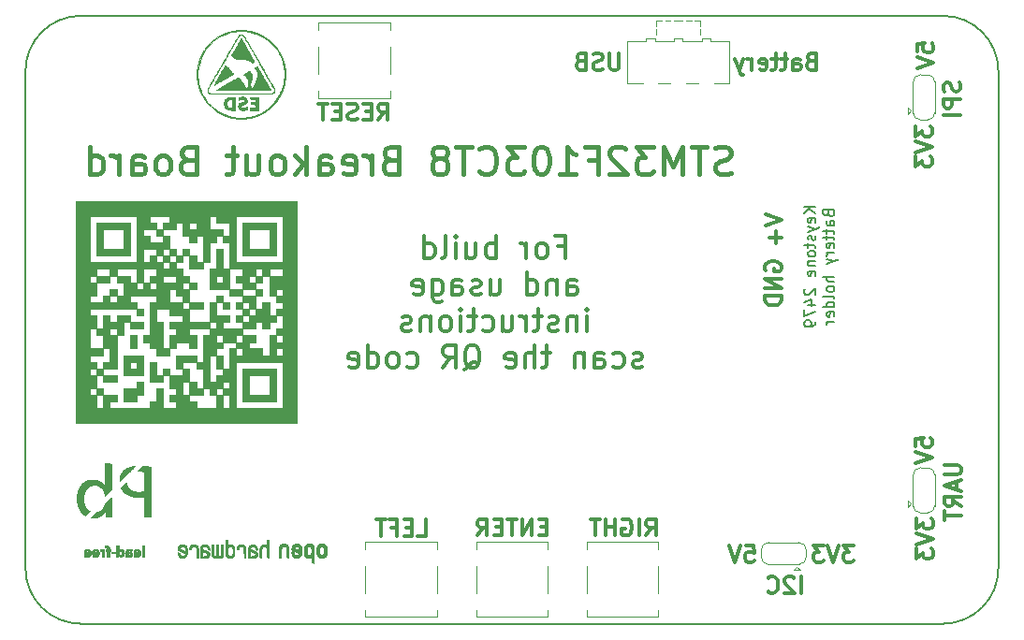
<source format=gbr>
G04 #@! TF.GenerationSoftware,KiCad,Pcbnew,(5.0.2)-1*
G04 #@! TF.CreationDate,2019-03-01T11:01:03+00:00*
G04 #@! TF.ProjectId,PCB_Card,5043425f-4361-4726-942e-6b696361645f,02*
G04 #@! TF.SameCoordinates,PX6ddf710PY7643e10*
G04 #@! TF.FileFunction,Legend,Bot*
G04 #@! TF.FilePolarity,Positive*
%FSLAX46Y46*%
G04 Gerber Fmt 4.6, Leading zero omitted, Abs format (unit mm)*
G04 Created by KiCad (PCBNEW (5.0.2)-1) date 01/03/2019 11:01:03*
%MOMM*%
%LPD*%
G01*
G04 APERTURE LIST*
%ADD10C,0.300000*%
%ADD11C,0.200000*%
%ADD12C,0.400000*%
%ADD13C,0.120000*%
%ADD14C,0.010000*%
G04 APERTURE END LIST*
D10*
X48154285Y34132858D02*
X48820952Y34132858D01*
X48820952Y33085239D02*
X48820952Y35085239D01*
X47868571Y35085239D01*
X46820952Y33085239D02*
X47011428Y33180477D01*
X47106666Y33275715D01*
X47201904Y33466191D01*
X47201904Y34037620D01*
X47106666Y34228096D01*
X47011428Y34323334D01*
X46820952Y34418572D01*
X46535238Y34418572D01*
X46344761Y34323334D01*
X46249523Y34228096D01*
X46154285Y34037620D01*
X46154285Y33466191D01*
X46249523Y33275715D01*
X46344761Y33180477D01*
X46535238Y33085239D01*
X46820952Y33085239D01*
X45297142Y33085239D02*
X45297142Y34418572D01*
X45297142Y34037620D02*
X45201904Y34228096D01*
X45106666Y34323334D01*
X44916190Y34418572D01*
X44725714Y34418572D01*
X42535238Y33085239D02*
X42535238Y35085239D01*
X42535238Y34323334D02*
X42344761Y34418572D01*
X41963809Y34418572D01*
X41773333Y34323334D01*
X41678095Y34228096D01*
X41582857Y34037620D01*
X41582857Y33466191D01*
X41678095Y33275715D01*
X41773333Y33180477D01*
X41963809Y33085239D01*
X42344761Y33085239D01*
X42535238Y33180477D01*
X39868571Y34418572D02*
X39868571Y33085239D01*
X40725714Y34418572D02*
X40725714Y33370953D01*
X40630476Y33180477D01*
X40440000Y33085239D01*
X40154285Y33085239D01*
X39963809Y33180477D01*
X39868571Y33275715D01*
X38916190Y33085239D02*
X38916190Y34418572D01*
X38916190Y35085239D02*
X39011428Y34990000D01*
X38916190Y34894762D01*
X38820952Y34990000D01*
X38916190Y35085239D01*
X38916190Y34894762D01*
X37678095Y33085239D02*
X37868571Y33180477D01*
X37963809Y33370953D01*
X37963809Y35085239D01*
X36059047Y33085239D02*
X36059047Y35085239D01*
X36059047Y33180477D02*
X36249523Y33085239D01*
X36630476Y33085239D01*
X36820952Y33180477D01*
X36916190Y33275715D01*
X37011428Y33466191D01*
X37011428Y34037620D01*
X36916190Y34228096D01*
X36820952Y34323334D01*
X36630476Y34418572D01*
X36249523Y34418572D01*
X36059047Y34323334D01*
X48963809Y29785239D02*
X48963809Y30832858D01*
X49059047Y31023334D01*
X49249523Y31118572D01*
X49630476Y31118572D01*
X49820952Y31023334D01*
X48963809Y29880477D02*
X49154285Y29785239D01*
X49630476Y29785239D01*
X49820952Y29880477D01*
X49916190Y30070953D01*
X49916190Y30261429D01*
X49820952Y30451905D01*
X49630476Y30547143D01*
X49154285Y30547143D01*
X48963809Y30642381D01*
X48011428Y31118572D02*
X48011428Y29785239D01*
X48011428Y30928096D02*
X47916190Y31023334D01*
X47725714Y31118572D01*
X47440000Y31118572D01*
X47249523Y31023334D01*
X47154285Y30832858D01*
X47154285Y29785239D01*
X45344761Y29785239D02*
X45344761Y31785239D01*
X45344761Y29880477D02*
X45535238Y29785239D01*
X45916190Y29785239D01*
X46106666Y29880477D01*
X46201904Y29975715D01*
X46297142Y30166191D01*
X46297142Y30737620D01*
X46201904Y30928096D01*
X46106666Y31023334D01*
X45916190Y31118572D01*
X45535238Y31118572D01*
X45344761Y31023334D01*
X42011428Y31118572D02*
X42011428Y29785239D01*
X42868571Y31118572D02*
X42868571Y30070953D01*
X42773333Y29880477D01*
X42582857Y29785239D01*
X42297142Y29785239D01*
X42106666Y29880477D01*
X42011428Y29975715D01*
X41154285Y29880477D02*
X40963809Y29785239D01*
X40582857Y29785239D01*
X40392380Y29880477D01*
X40297142Y30070953D01*
X40297142Y30166191D01*
X40392380Y30356667D01*
X40582857Y30451905D01*
X40868571Y30451905D01*
X41059047Y30547143D01*
X41154285Y30737620D01*
X41154285Y30832858D01*
X41059047Y31023334D01*
X40868571Y31118572D01*
X40582857Y31118572D01*
X40392380Y31023334D01*
X38582857Y29785239D02*
X38582857Y30832858D01*
X38678095Y31023334D01*
X38868571Y31118572D01*
X39249523Y31118572D01*
X39440000Y31023334D01*
X38582857Y29880477D02*
X38773333Y29785239D01*
X39249523Y29785239D01*
X39440000Y29880477D01*
X39535238Y30070953D01*
X39535238Y30261429D01*
X39440000Y30451905D01*
X39249523Y30547143D01*
X38773333Y30547143D01*
X38582857Y30642381D01*
X36773333Y31118572D02*
X36773333Y29499524D01*
X36868571Y29309048D01*
X36963809Y29213810D01*
X37154285Y29118572D01*
X37440000Y29118572D01*
X37630476Y29213810D01*
X36773333Y29880477D02*
X36963809Y29785239D01*
X37344761Y29785239D01*
X37535238Y29880477D01*
X37630476Y29975715D01*
X37725714Y30166191D01*
X37725714Y30737620D01*
X37630476Y30928096D01*
X37535238Y31023334D01*
X37344761Y31118572D01*
X36963809Y31118572D01*
X36773333Y31023334D01*
X35059047Y29880477D02*
X35249523Y29785239D01*
X35630476Y29785239D01*
X35820952Y29880477D01*
X35916190Y30070953D01*
X35916190Y30832858D01*
X35820952Y31023334D01*
X35630476Y31118572D01*
X35249523Y31118572D01*
X35059047Y31023334D01*
X34963809Y30832858D01*
X34963809Y30642381D01*
X35916190Y30451905D01*
X50773333Y26485239D02*
X50773333Y27818572D01*
X50773333Y28485239D02*
X50868571Y28390000D01*
X50773333Y28294762D01*
X50678095Y28390000D01*
X50773333Y28485239D01*
X50773333Y28294762D01*
X49820952Y27818572D02*
X49820952Y26485239D01*
X49820952Y27628096D02*
X49725714Y27723334D01*
X49535238Y27818572D01*
X49249523Y27818572D01*
X49059047Y27723334D01*
X48963809Y27532858D01*
X48963809Y26485239D01*
X48106666Y26580477D02*
X47916190Y26485239D01*
X47535238Y26485239D01*
X47344761Y26580477D01*
X47249523Y26770953D01*
X47249523Y26866191D01*
X47344761Y27056667D01*
X47535238Y27151905D01*
X47820952Y27151905D01*
X48011428Y27247143D01*
X48106666Y27437620D01*
X48106666Y27532858D01*
X48011428Y27723334D01*
X47820952Y27818572D01*
X47535238Y27818572D01*
X47344761Y27723334D01*
X46678095Y27818572D02*
X45916190Y27818572D01*
X46392380Y28485239D02*
X46392380Y26770953D01*
X46297142Y26580477D01*
X46106666Y26485239D01*
X45916190Y26485239D01*
X45249523Y26485239D02*
X45249523Y27818572D01*
X45249523Y27437620D02*
X45154285Y27628096D01*
X45059047Y27723334D01*
X44868571Y27818572D01*
X44678095Y27818572D01*
X43154285Y27818572D02*
X43154285Y26485239D01*
X44011428Y27818572D02*
X44011428Y26770953D01*
X43916190Y26580477D01*
X43725714Y26485239D01*
X43440000Y26485239D01*
X43249523Y26580477D01*
X43154285Y26675715D01*
X41344761Y26580477D02*
X41535238Y26485239D01*
X41916190Y26485239D01*
X42106666Y26580477D01*
X42201904Y26675715D01*
X42297142Y26866191D01*
X42297142Y27437620D01*
X42201904Y27628096D01*
X42106666Y27723334D01*
X41916190Y27818572D01*
X41535238Y27818572D01*
X41344761Y27723334D01*
X40773333Y27818572D02*
X40011428Y27818572D01*
X40487619Y28485239D02*
X40487619Y26770953D01*
X40392380Y26580477D01*
X40201904Y26485239D01*
X40011428Y26485239D01*
X39344761Y26485239D02*
X39344761Y27818572D01*
X39344761Y28485239D02*
X39440000Y28390000D01*
X39344761Y28294762D01*
X39249523Y28390000D01*
X39344761Y28485239D01*
X39344761Y28294762D01*
X38106666Y26485239D02*
X38297142Y26580477D01*
X38392380Y26675715D01*
X38487619Y26866191D01*
X38487619Y27437620D01*
X38392380Y27628096D01*
X38297142Y27723334D01*
X38106666Y27818572D01*
X37820952Y27818572D01*
X37630476Y27723334D01*
X37535238Y27628096D01*
X37440000Y27437620D01*
X37440000Y26866191D01*
X37535238Y26675715D01*
X37630476Y26580477D01*
X37820952Y26485239D01*
X38106666Y26485239D01*
X36582857Y27818572D02*
X36582857Y26485239D01*
X36582857Y27628096D02*
X36487619Y27723334D01*
X36297142Y27818572D01*
X36011428Y27818572D01*
X35820952Y27723334D01*
X35725714Y27532858D01*
X35725714Y26485239D01*
X34868571Y26580477D02*
X34678095Y26485239D01*
X34297142Y26485239D01*
X34106666Y26580477D01*
X34011428Y26770953D01*
X34011428Y26866191D01*
X34106666Y27056667D01*
X34297142Y27151905D01*
X34582857Y27151905D01*
X34773333Y27247143D01*
X34868571Y27437620D01*
X34868571Y27532858D01*
X34773333Y27723334D01*
X34582857Y27818572D01*
X34297142Y27818572D01*
X34106666Y27723334D01*
X55725714Y23280477D02*
X55535238Y23185239D01*
X55154285Y23185239D01*
X54963809Y23280477D01*
X54868571Y23470953D01*
X54868571Y23566191D01*
X54963809Y23756667D01*
X55154285Y23851905D01*
X55440000Y23851905D01*
X55630476Y23947143D01*
X55725714Y24137620D01*
X55725714Y24232858D01*
X55630476Y24423334D01*
X55440000Y24518572D01*
X55154285Y24518572D01*
X54963809Y24423334D01*
X53154285Y23280477D02*
X53344761Y23185239D01*
X53725714Y23185239D01*
X53916190Y23280477D01*
X54011428Y23375715D01*
X54106666Y23566191D01*
X54106666Y24137620D01*
X54011428Y24328096D01*
X53916190Y24423334D01*
X53725714Y24518572D01*
X53344761Y24518572D01*
X53154285Y24423334D01*
X51440000Y23185239D02*
X51440000Y24232858D01*
X51535238Y24423334D01*
X51725714Y24518572D01*
X52106666Y24518572D01*
X52297142Y24423334D01*
X51440000Y23280477D02*
X51630476Y23185239D01*
X52106666Y23185239D01*
X52297142Y23280477D01*
X52392380Y23470953D01*
X52392380Y23661429D01*
X52297142Y23851905D01*
X52106666Y23947143D01*
X51630476Y23947143D01*
X51440000Y24042381D01*
X50487619Y24518572D02*
X50487619Y23185239D01*
X50487619Y24328096D02*
X50392380Y24423334D01*
X50201904Y24518572D01*
X49916190Y24518572D01*
X49725714Y24423334D01*
X49630476Y24232858D01*
X49630476Y23185239D01*
X47440000Y24518572D02*
X46678095Y24518572D01*
X47154285Y25185239D02*
X47154285Y23470953D01*
X47059047Y23280477D01*
X46868571Y23185239D01*
X46678095Y23185239D01*
X46011428Y23185239D02*
X46011428Y25185239D01*
X45154285Y23185239D02*
X45154285Y24232858D01*
X45249523Y24423334D01*
X45440000Y24518572D01*
X45725714Y24518572D01*
X45916190Y24423334D01*
X46011428Y24328096D01*
X43440000Y23280477D02*
X43630476Y23185239D01*
X44011428Y23185239D01*
X44201904Y23280477D01*
X44297142Y23470953D01*
X44297142Y24232858D01*
X44201904Y24423334D01*
X44011428Y24518572D01*
X43630476Y24518572D01*
X43440000Y24423334D01*
X43344761Y24232858D01*
X43344761Y24042381D01*
X44297142Y23851905D01*
X39630476Y22994762D02*
X39820952Y23090000D01*
X40011428Y23280477D01*
X40297142Y23566191D01*
X40487619Y23661429D01*
X40678095Y23661429D01*
X40582857Y23185239D02*
X40773333Y23280477D01*
X40963809Y23470953D01*
X41059047Y23851905D01*
X41059047Y24518572D01*
X40963809Y24899524D01*
X40773333Y25090000D01*
X40582857Y25185239D01*
X40201904Y25185239D01*
X40011428Y25090000D01*
X39820952Y24899524D01*
X39725714Y24518572D01*
X39725714Y23851905D01*
X39820952Y23470953D01*
X40011428Y23280477D01*
X40201904Y23185239D01*
X40582857Y23185239D01*
X37725714Y23185239D02*
X38392380Y24137620D01*
X38868571Y23185239D02*
X38868571Y25185239D01*
X38106666Y25185239D01*
X37916190Y25090000D01*
X37820952Y24994762D01*
X37725714Y24804286D01*
X37725714Y24518572D01*
X37820952Y24328096D01*
X37916190Y24232858D01*
X38106666Y24137620D01*
X38868571Y24137620D01*
X34487619Y23280477D02*
X34678095Y23185239D01*
X35059047Y23185239D01*
X35249523Y23280477D01*
X35344761Y23375715D01*
X35440000Y23566191D01*
X35440000Y24137620D01*
X35344761Y24328096D01*
X35249523Y24423334D01*
X35059047Y24518572D01*
X34678095Y24518572D01*
X34487619Y24423334D01*
X33344761Y23185239D02*
X33535238Y23280477D01*
X33630476Y23375715D01*
X33725714Y23566191D01*
X33725714Y24137620D01*
X33630476Y24328096D01*
X33535238Y24423334D01*
X33344761Y24518572D01*
X33059047Y24518572D01*
X32868571Y24423334D01*
X32773333Y24328096D01*
X32678095Y24137620D01*
X32678095Y23566191D01*
X32773333Y23375715D01*
X32868571Y23280477D01*
X33059047Y23185239D01*
X33344761Y23185239D01*
X30963809Y23185239D02*
X30963809Y25185239D01*
X30963809Y23280477D02*
X31154285Y23185239D01*
X31535238Y23185239D01*
X31725714Y23280477D01*
X31820952Y23375715D01*
X31916190Y23566191D01*
X31916190Y24137620D01*
X31820952Y24328096D01*
X31725714Y24423334D01*
X31535238Y24518572D01*
X31154285Y24518572D01*
X30963809Y24423334D01*
X29249523Y23280477D02*
X29440000Y23185239D01*
X29820952Y23185239D01*
X30011428Y23280477D01*
X30106666Y23470953D01*
X30106666Y24232858D01*
X30011428Y24423334D01*
X29820952Y24518572D01*
X29440000Y24518572D01*
X29249523Y24423334D01*
X29154285Y24232858D01*
X29154285Y24042381D01*
X30106666Y23851905D01*
D11*
X87980000Y50010000D02*
X87980000Y5010000D01*
D10*
X84437142Y48995715D02*
X84508571Y48781429D01*
X84508571Y48424286D01*
X84437142Y48281429D01*
X84365714Y48210000D01*
X84222857Y48138572D01*
X84080000Y48138572D01*
X83937142Y48210000D01*
X83865714Y48281429D01*
X83794285Y48424286D01*
X83722857Y48710000D01*
X83651428Y48852858D01*
X83580000Y48924286D01*
X83437142Y48995715D01*
X83294285Y48995715D01*
X83151428Y48924286D01*
X83080000Y48852858D01*
X83008571Y48710000D01*
X83008571Y48352858D01*
X83080000Y48138572D01*
X84508571Y47495715D02*
X83008571Y47495715D01*
X83008571Y46924286D01*
X83080000Y46781429D01*
X83151428Y46710000D01*
X83294285Y46638572D01*
X83508571Y46638572D01*
X83651428Y46710000D01*
X83722857Y46781429D01*
X83794285Y46924286D01*
X83794285Y47495715D01*
X84508571Y45995715D02*
X83008571Y45995715D01*
X83108571Y14352858D02*
X84322857Y14352858D01*
X84465714Y14281429D01*
X84537142Y14210000D01*
X84608571Y14067143D01*
X84608571Y13781429D01*
X84537142Y13638572D01*
X84465714Y13567143D01*
X84322857Y13495715D01*
X83108571Y13495715D01*
X84180000Y12852858D02*
X84180000Y12138572D01*
X84608571Y12995715D02*
X83108571Y12495715D01*
X84608571Y11995715D01*
X84608571Y10638572D02*
X83894285Y11138572D01*
X84608571Y11495715D02*
X83108571Y11495715D01*
X83108571Y10924286D01*
X83180000Y10781429D01*
X83251428Y10710000D01*
X83394285Y10638572D01*
X83608571Y10638572D01*
X83751428Y10710000D01*
X83822857Y10781429D01*
X83894285Y10924286D01*
X83894285Y11495715D01*
X83108571Y10210000D02*
X83108571Y9352858D01*
X84608571Y9781429D02*
X83108571Y9781429D01*
X70144285Y2781429D02*
X70144285Y4281429D01*
X69501428Y4138572D02*
X69430000Y4210000D01*
X69287142Y4281429D01*
X68930000Y4281429D01*
X68787142Y4210000D01*
X68715714Y4138572D01*
X68644285Y3995715D01*
X68644285Y3852858D01*
X68715714Y3638572D01*
X69572857Y2781429D01*
X68644285Y2781429D01*
X67144285Y2924286D02*
X67215714Y2852858D01*
X67430000Y2781429D01*
X67572857Y2781429D01*
X67787142Y2852858D01*
X67930000Y2995715D01*
X68001428Y3138572D01*
X68072857Y3424286D01*
X68072857Y3638572D01*
X68001428Y3924286D01*
X67930000Y4067143D01*
X67787142Y4210000D01*
X67572857Y4281429D01*
X67430000Y4281429D01*
X67215714Y4210000D01*
X67144285Y4138572D01*
X66930000Y31952858D02*
X66858571Y32095715D01*
X66858571Y32310000D01*
X66930000Y32524286D01*
X67072857Y32667143D01*
X67215714Y32738572D01*
X67501428Y32810000D01*
X67715714Y32810000D01*
X68001428Y32738572D01*
X68144285Y32667143D01*
X68287142Y32524286D01*
X68358571Y32310000D01*
X68358571Y32167143D01*
X68287142Y31952858D01*
X68215714Y31881429D01*
X67715714Y31881429D01*
X67715714Y32167143D01*
X68358571Y31238572D02*
X66858571Y31238572D01*
X68358571Y30381429D01*
X66858571Y30381429D01*
X68358571Y29667143D02*
X66858571Y29667143D01*
X66858571Y29310000D01*
X66930000Y29095715D01*
X67072857Y28952858D01*
X67215714Y28881429D01*
X67501428Y28810000D01*
X67715714Y28810000D01*
X68001428Y28881429D01*
X68144285Y28952858D01*
X68287142Y29095715D01*
X68358571Y29310000D01*
X68358571Y29667143D01*
X66908571Y37038572D02*
X68408571Y36538572D01*
X66908571Y36038572D01*
X67837142Y35538572D02*
X67837142Y34395715D01*
X68408571Y34967143D02*
X67265714Y34967143D01*
X31908571Y45581429D02*
X32408571Y46295715D01*
X32765714Y45581429D02*
X32765714Y47081429D01*
X32194285Y47081429D01*
X32051428Y47010000D01*
X31980000Y46938572D01*
X31908571Y46795715D01*
X31908571Y46581429D01*
X31980000Y46438572D01*
X32051428Y46367143D01*
X32194285Y46295715D01*
X32765714Y46295715D01*
X31265714Y46367143D02*
X30765714Y46367143D01*
X30551428Y45581429D02*
X31265714Y45581429D01*
X31265714Y47081429D01*
X30551428Y47081429D01*
X29980000Y45652858D02*
X29765714Y45581429D01*
X29408571Y45581429D01*
X29265714Y45652858D01*
X29194285Y45724286D01*
X29122857Y45867143D01*
X29122857Y46010000D01*
X29194285Y46152858D01*
X29265714Y46224286D01*
X29408571Y46295715D01*
X29694285Y46367143D01*
X29837142Y46438572D01*
X29908571Y46510000D01*
X29980000Y46652858D01*
X29980000Y46795715D01*
X29908571Y46938572D01*
X29837142Y47010000D01*
X29694285Y47081429D01*
X29337142Y47081429D01*
X29122857Y47010000D01*
X28480000Y46367143D02*
X27980000Y46367143D01*
X27765714Y45581429D02*
X28480000Y45581429D01*
X28480000Y47081429D01*
X27765714Y47081429D01*
X27337142Y47081429D02*
X26480000Y47081429D01*
X26908571Y45581429D02*
X26908571Y47081429D01*
X56130000Y7981429D02*
X56630000Y8695715D01*
X56987142Y7981429D02*
X56987142Y9481429D01*
X56415714Y9481429D01*
X56272857Y9410000D01*
X56201428Y9338572D01*
X56130000Y9195715D01*
X56130000Y8981429D01*
X56201428Y8838572D01*
X56272857Y8767143D01*
X56415714Y8695715D01*
X56987142Y8695715D01*
X55487142Y7981429D02*
X55487142Y9481429D01*
X53987142Y9410000D02*
X54130000Y9481429D01*
X54344285Y9481429D01*
X54558571Y9410000D01*
X54701428Y9267143D01*
X54772857Y9124286D01*
X54844285Y8838572D01*
X54844285Y8624286D01*
X54772857Y8338572D01*
X54701428Y8195715D01*
X54558571Y8052858D01*
X54344285Y7981429D01*
X54201428Y7981429D01*
X53987142Y8052858D01*
X53915714Y8124286D01*
X53915714Y8624286D01*
X54201428Y8624286D01*
X53272857Y7981429D02*
X53272857Y9481429D01*
X53272857Y8767143D02*
X52415714Y8767143D01*
X52415714Y7981429D02*
X52415714Y9481429D01*
X51915714Y9481429D02*
X51058571Y9481429D01*
X51487142Y7981429D02*
X51487142Y9481429D01*
X47137142Y8767143D02*
X46637142Y8767143D01*
X46422857Y7981429D02*
X47137142Y7981429D01*
X47137142Y9481429D01*
X46422857Y9481429D01*
X45780000Y7981429D02*
X45780000Y9481429D01*
X44922857Y7981429D01*
X44922857Y9481429D01*
X44422857Y9481429D02*
X43565714Y9481429D01*
X43994285Y7981429D02*
X43994285Y9481429D01*
X43065714Y8767143D02*
X42565714Y8767143D01*
X42351428Y7981429D02*
X43065714Y7981429D01*
X43065714Y9481429D01*
X42351428Y9481429D01*
X40851428Y7981429D02*
X41351428Y8695715D01*
X41708571Y7981429D02*
X41708571Y9481429D01*
X41137142Y9481429D01*
X40994285Y9410000D01*
X40922857Y9338572D01*
X40851428Y9195715D01*
X40851428Y8981429D01*
X40922857Y8838572D01*
X40994285Y8767143D01*
X41137142Y8695715D01*
X41708571Y8695715D01*
X35458571Y7931429D02*
X36172857Y7931429D01*
X36172857Y9431429D01*
X34958571Y8717143D02*
X34458571Y8717143D01*
X34244285Y7931429D02*
X34958571Y7931429D01*
X34958571Y9431429D01*
X34244285Y9431429D01*
X33101428Y8717143D02*
X33601428Y8717143D01*
X33601428Y7931429D02*
X33601428Y9431429D01*
X32887142Y9431429D01*
X32530000Y9431429D02*
X31672857Y9431429D01*
X32101428Y7931429D02*
X32101428Y9431429D01*
X74887142Y7081429D02*
X73958571Y7081429D01*
X74458571Y6510000D01*
X74244285Y6510000D01*
X74101428Y6438572D01*
X74030000Y6367143D01*
X73958571Y6224286D01*
X73958571Y5867143D01*
X74030000Y5724286D01*
X74101428Y5652858D01*
X74244285Y5581429D01*
X74672857Y5581429D01*
X74815714Y5652858D01*
X74887142Y5724286D01*
X73530000Y7081429D02*
X73030000Y5581429D01*
X72530000Y7081429D01*
X72172857Y7081429D02*
X71244285Y7081429D01*
X71744285Y6510000D01*
X71530000Y6510000D01*
X71387142Y6438572D01*
X71315714Y6367143D01*
X71244285Y6224286D01*
X71244285Y5867143D01*
X71315714Y5724286D01*
X71387142Y5652858D01*
X71530000Y5581429D01*
X71958571Y5581429D01*
X72101428Y5652858D01*
X72172857Y5724286D01*
X65115714Y7081429D02*
X65830000Y7081429D01*
X65901428Y6367143D01*
X65830000Y6438572D01*
X65687142Y6510000D01*
X65330000Y6510000D01*
X65187142Y6438572D01*
X65115714Y6367143D01*
X65044285Y6224286D01*
X65044285Y5867143D01*
X65115714Y5724286D01*
X65187142Y5652858D01*
X65330000Y5581429D01*
X65687142Y5581429D01*
X65830000Y5652858D01*
X65901428Y5724286D01*
X64615714Y7081429D02*
X64115714Y5581429D01*
X63615714Y7081429D01*
X80508571Y16045715D02*
X80508571Y16760000D01*
X81222857Y16831429D01*
X81151428Y16760000D01*
X81080000Y16617143D01*
X81080000Y16260000D01*
X81151428Y16117143D01*
X81222857Y16045715D01*
X81365714Y15974286D01*
X81722857Y15974286D01*
X81865714Y16045715D01*
X81937142Y16117143D01*
X82008571Y16260000D01*
X82008571Y16617143D01*
X81937142Y16760000D01*
X81865714Y16831429D01*
X80508571Y15545715D02*
X82008571Y15045715D01*
X80508571Y14545715D01*
X80558571Y9517143D02*
X80558571Y8588572D01*
X81130000Y9088572D01*
X81130000Y8874286D01*
X81201428Y8731429D01*
X81272857Y8660000D01*
X81415714Y8588572D01*
X81772857Y8588572D01*
X81915714Y8660000D01*
X81987142Y8731429D01*
X82058571Y8874286D01*
X82058571Y9302858D01*
X81987142Y9445715D01*
X81915714Y9517143D01*
X80558571Y8160000D02*
X82058571Y7660000D01*
X80558571Y7160000D01*
X80558571Y6802858D02*
X80558571Y5874286D01*
X81130000Y6374286D01*
X81130000Y6160000D01*
X81201428Y6017143D01*
X81272857Y5945715D01*
X81415714Y5874286D01*
X81772857Y5874286D01*
X81915714Y5945715D01*
X81987142Y6017143D01*
X82058571Y6160000D01*
X82058571Y6588572D01*
X81987142Y6731429D01*
X81915714Y6802858D01*
X80508571Y45017143D02*
X80508571Y44088572D01*
X81080000Y44588572D01*
X81080000Y44374286D01*
X81151428Y44231429D01*
X81222857Y44160000D01*
X81365714Y44088572D01*
X81722857Y44088572D01*
X81865714Y44160000D01*
X81937142Y44231429D01*
X82008571Y44374286D01*
X82008571Y44802858D01*
X81937142Y44945715D01*
X81865714Y45017143D01*
X80508571Y43660000D02*
X82008571Y43160000D01*
X80508571Y42660000D01*
X80508571Y42302858D02*
X80508571Y41374286D01*
X81080000Y41874286D01*
X81080000Y41660000D01*
X81151428Y41517143D01*
X81222857Y41445715D01*
X81365714Y41374286D01*
X81722857Y41374286D01*
X81865714Y41445715D01*
X81937142Y41517143D01*
X82008571Y41660000D01*
X82008571Y42088572D01*
X81937142Y42231429D01*
X81865714Y42302858D01*
X80608571Y51745715D02*
X80608571Y52460000D01*
X81322857Y52531429D01*
X81251428Y52460000D01*
X81180000Y52317143D01*
X81180000Y51960000D01*
X81251428Y51817143D01*
X81322857Y51745715D01*
X81465714Y51674286D01*
X81822857Y51674286D01*
X81965714Y51745715D01*
X82037142Y51817143D01*
X82108571Y51960000D01*
X82108571Y52317143D01*
X82037142Y52460000D01*
X81965714Y52531429D01*
X80608571Y51245715D02*
X82108571Y50745715D01*
X80608571Y50245715D01*
X71037142Y50917143D02*
X70822857Y50845715D01*
X70751428Y50774286D01*
X70680000Y50631429D01*
X70680000Y50417143D01*
X70751428Y50274286D01*
X70822857Y50202858D01*
X70965714Y50131429D01*
X71537142Y50131429D01*
X71537142Y51631429D01*
X71037142Y51631429D01*
X70894285Y51560000D01*
X70822857Y51488572D01*
X70751428Y51345715D01*
X70751428Y51202858D01*
X70822857Y51060000D01*
X70894285Y50988572D01*
X71037142Y50917143D01*
X71537142Y50917143D01*
X69394285Y50131429D02*
X69394285Y50917143D01*
X69465714Y51060000D01*
X69608571Y51131429D01*
X69894285Y51131429D01*
X70037142Y51060000D01*
X69394285Y50202858D02*
X69537142Y50131429D01*
X69894285Y50131429D01*
X70037142Y50202858D01*
X70108571Y50345715D01*
X70108571Y50488572D01*
X70037142Y50631429D01*
X69894285Y50702858D01*
X69537142Y50702858D01*
X69394285Y50774286D01*
X68894285Y51131429D02*
X68322857Y51131429D01*
X68680000Y51631429D02*
X68680000Y50345715D01*
X68608571Y50202858D01*
X68465714Y50131429D01*
X68322857Y50131429D01*
X68037142Y51131429D02*
X67465714Y51131429D01*
X67822857Y51631429D02*
X67822857Y50345715D01*
X67751428Y50202858D01*
X67608571Y50131429D01*
X67465714Y50131429D01*
X66394285Y50202858D02*
X66537142Y50131429D01*
X66822857Y50131429D01*
X66965714Y50202858D01*
X67037142Y50345715D01*
X67037142Y50917143D01*
X66965714Y51060000D01*
X66822857Y51131429D01*
X66537142Y51131429D01*
X66394285Y51060000D01*
X66322857Y50917143D01*
X66322857Y50774286D01*
X67037142Y50631429D01*
X65680000Y50131429D02*
X65680000Y51131429D01*
X65680000Y50845715D02*
X65608571Y50988572D01*
X65537142Y51060000D01*
X65394285Y51131429D01*
X65251428Y51131429D01*
X64894285Y51131429D02*
X64537142Y50131429D01*
X64180000Y51131429D02*
X64537142Y50131429D01*
X64680000Y49774286D01*
X64751428Y49702858D01*
X64894285Y49631429D01*
X53672857Y51631429D02*
X53672857Y50417143D01*
X53601428Y50274286D01*
X53530000Y50202858D01*
X53387142Y50131429D01*
X53101428Y50131429D01*
X52958571Y50202858D01*
X52887142Y50274286D01*
X52815714Y50417143D01*
X52815714Y51631429D01*
X52172857Y50202858D02*
X51958571Y50131429D01*
X51601428Y50131429D01*
X51458571Y50202858D01*
X51387142Y50274286D01*
X51315714Y50417143D01*
X51315714Y50560000D01*
X51387142Y50702858D01*
X51458571Y50774286D01*
X51601428Y50845715D01*
X51887142Y50917143D01*
X52030000Y50988572D01*
X52101428Y51060000D01*
X52172857Y51202858D01*
X52172857Y51345715D01*
X52101428Y51488572D01*
X52030000Y51560000D01*
X51887142Y51631429D01*
X51530000Y51631429D01*
X51315714Y51560000D01*
X50172857Y50917143D02*
X49958571Y50845715D01*
X49887142Y50774286D01*
X49815714Y50631429D01*
X49815714Y50417143D01*
X49887142Y50274286D01*
X49958571Y50202858D01*
X50101428Y50131429D01*
X50672857Y50131429D01*
X50672857Y51631429D01*
X50172857Y51631429D01*
X50030000Y51560000D01*
X49958571Y51488572D01*
X49887142Y51345715D01*
X49887142Y51202858D01*
X49958571Y51060000D01*
X50030000Y50988572D01*
X50172857Y50917143D01*
X50672857Y50917143D01*
D11*
X71432380Y37690953D02*
X70432380Y37690953D01*
X71432380Y37119524D02*
X70860952Y37548096D01*
X70432380Y37119524D02*
X71003809Y37690953D01*
X71384761Y36310000D02*
X71432380Y36405239D01*
X71432380Y36595715D01*
X71384761Y36690953D01*
X71289523Y36738572D01*
X70908571Y36738572D01*
X70813333Y36690953D01*
X70765714Y36595715D01*
X70765714Y36405239D01*
X70813333Y36310000D01*
X70908571Y36262381D01*
X71003809Y36262381D01*
X71099047Y36738572D01*
X70765714Y35929048D02*
X71432380Y35690953D01*
X70765714Y35452858D02*
X71432380Y35690953D01*
X71670476Y35786191D01*
X71718095Y35833810D01*
X71765714Y35929048D01*
X71384761Y35119524D02*
X71432380Y35024286D01*
X71432380Y34833810D01*
X71384761Y34738572D01*
X71289523Y34690953D01*
X71241904Y34690953D01*
X71146666Y34738572D01*
X71099047Y34833810D01*
X71099047Y34976667D01*
X71051428Y35071905D01*
X70956190Y35119524D01*
X70908571Y35119524D01*
X70813333Y35071905D01*
X70765714Y34976667D01*
X70765714Y34833810D01*
X70813333Y34738572D01*
X70765714Y34405239D02*
X70765714Y34024286D01*
X70432380Y34262381D02*
X71289523Y34262381D01*
X71384761Y34214762D01*
X71432380Y34119524D01*
X71432380Y34024286D01*
X71432380Y33548096D02*
X71384761Y33643334D01*
X71337142Y33690953D01*
X71241904Y33738572D01*
X70956190Y33738572D01*
X70860952Y33690953D01*
X70813333Y33643334D01*
X70765714Y33548096D01*
X70765714Y33405239D01*
X70813333Y33310000D01*
X70860952Y33262381D01*
X70956190Y33214762D01*
X71241904Y33214762D01*
X71337142Y33262381D01*
X71384761Y33310000D01*
X71432380Y33405239D01*
X71432380Y33548096D01*
X70765714Y32786191D02*
X71432380Y32786191D01*
X70860952Y32786191D02*
X70813333Y32738572D01*
X70765714Y32643334D01*
X70765714Y32500477D01*
X70813333Y32405239D01*
X70908571Y32357620D01*
X71432380Y32357620D01*
X71384761Y31500477D02*
X71432380Y31595715D01*
X71432380Y31786191D01*
X71384761Y31881429D01*
X71289523Y31929048D01*
X70908571Y31929048D01*
X70813333Y31881429D01*
X70765714Y31786191D01*
X70765714Y31595715D01*
X70813333Y31500477D01*
X70908571Y31452858D01*
X71003809Y31452858D01*
X71099047Y31929048D01*
X70527619Y30310000D02*
X70480000Y30262381D01*
X70432380Y30167143D01*
X70432380Y29929048D01*
X70480000Y29833810D01*
X70527619Y29786191D01*
X70622857Y29738572D01*
X70718095Y29738572D01*
X70860952Y29786191D01*
X71432380Y30357620D01*
X71432380Y29738572D01*
X70765714Y28881429D02*
X71432380Y28881429D01*
X70384761Y29119524D02*
X71099047Y29357620D01*
X71099047Y28738572D01*
X70432380Y28452858D02*
X70432380Y27786191D01*
X71432380Y28214762D01*
X71432380Y27357620D02*
X71432380Y27167143D01*
X71384761Y27071905D01*
X71337142Y27024286D01*
X71194285Y26929048D01*
X71003809Y26881429D01*
X70622857Y26881429D01*
X70527619Y26929048D01*
X70480000Y26976667D01*
X70432380Y27071905D01*
X70432380Y27262381D01*
X70480000Y27357620D01*
X70527619Y27405239D01*
X70622857Y27452858D01*
X70860952Y27452858D01*
X70956190Y27405239D01*
X71003809Y27357620D01*
X71051428Y27262381D01*
X71051428Y27071905D01*
X71003809Y26976667D01*
X70956190Y26929048D01*
X70860952Y26881429D01*
X72608571Y37119524D02*
X72656190Y36976667D01*
X72703809Y36929048D01*
X72799047Y36881429D01*
X72941904Y36881429D01*
X73037142Y36929048D01*
X73084761Y36976667D01*
X73132380Y37071905D01*
X73132380Y37452858D01*
X72132380Y37452858D01*
X72132380Y37119524D01*
X72180000Y37024286D01*
X72227619Y36976667D01*
X72322857Y36929048D01*
X72418095Y36929048D01*
X72513333Y36976667D01*
X72560952Y37024286D01*
X72608571Y37119524D01*
X72608571Y37452858D01*
X73132380Y36024286D02*
X72608571Y36024286D01*
X72513333Y36071905D01*
X72465714Y36167143D01*
X72465714Y36357620D01*
X72513333Y36452858D01*
X73084761Y36024286D02*
X73132380Y36119524D01*
X73132380Y36357620D01*
X73084761Y36452858D01*
X72989523Y36500477D01*
X72894285Y36500477D01*
X72799047Y36452858D01*
X72751428Y36357620D01*
X72751428Y36119524D01*
X72703809Y36024286D01*
X72465714Y35690953D02*
X72465714Y35310000D01*
X72132380Y35548096D02*
X72989523Y35548096D01*
X73084761Y35500477D01*
X73132380Y35405239D01*
X73132380Y35310000D01*
X72465714Y35119524D02*
X72465714Y34738572D01*
X72132380Y34976667D02*
X72989523Y34976667D01*
X73084761Y34929048D01*
X73132380Y34833810D01*
X73132380Y34738572D01*
X73084761Y34024286D02*
X73132380Y34119524D01*
X73132380Y34310000D01*
X73084761Y34405239D01*
X72989523Y34452858D01*
X72608571Y34452858D01*
X72513333Y34405239D01*
X72465714Y34310000D01*
X72465714Y34119524D01*
X72513333Y34024286D01*
X72608571Y33976667D01*
X72703809Y33976667D01*
X72799047Y34452858D01*
X73132380Y33548096D02*
X72465714Y33548096D01*
X72656190Y33548096D02*
X72560952Y33500477D01*
X72513333Y33452858D01*
X72465714Y33357620D01*
X72465714Y33262381D01*
X72465714Y33024286D02*
X73132380Y32786191D01*
X72465714Y32548096D02*
X73132380Y32786191D01*
X73370476Y32881429D01*
X73418095Y32929048D01*
X73465714Y33024286D01*
X73132380Y31405239D02*
X72132380Y31405239D01*
X73132380Y30976667D02*
X72608571Y30976667D01*
X72513333Y31024286D01*
X72465714Y31119524D01*
X72465714Y31262381D01*
X72513333Y31357620D01*
X72560952Y31405239D01*
X73132380Y30357620D02*
X73084761Y30452858D01*
X73037142Y30500477D01*
X72941904Y30548096D01*
X72656190Y30548096D01*
X72560952Y30500477D01*
X72513333Y30452858D01*
X72465714Y30357620D01*
X72465714Y30214762D01*
X72513333Y30119524D01*
X72560952Y30071905D01*
X72656190Y30024286D01*
X72941904Y30024286D01*
X73037142Y30071905D01*
X73084761Y30119524D01*
X73132380Y30214762D01*
X73132380Y30357620D01*
X73132380Y29452858D02*
X73084761Y29548096D01*
X72989523Y29595715D01*
X72132380Y29595715D01*
X73132380Y28643334D02*
X72132380Y28643334D01*
X73084761Y28643334D02*
X73132380Y28738572D01*
X73132380Y28929048D01*
X73084761Y29024286D01*
X73037142Y29071905D01*
X72941904Y29119524D01*
X72656190Y29119524D01*
X72560952Y29071905D01*
X72513333Y29024286D01*
X72465714Y28929048D01*
X72465714Y28738572D01*
X72513333Y28643334D01*
X73084761Y27786191D02*
X73132380Y27881429D01*
X73132380Y28071905D01*
X73084761Y28167143D01*
X72989523Y28214762D01*
X72608571Y28214762D01*
X72513333Y28167143D01*
X72465714Y28071905D01*
X72465714Y27881429D01*
X72513333Y27786191D01*
X72608571Y27738572D01*
X72703809Y27738572D01*
X72799047Y28214762D01*
X73132380Y27310000D02*
X72465714Y27310000D01*
X72656190Y27310000D02*
X72560952Y27262381D01*
X72513333Y27214762D01*
X72465714Y27119524D01*
X72465714Y27024286D01*
D12*
X63777619Y40798096D02*
X63420476Y40679048D01*
X62825238Y40679048D01*
X62587142Y40798096D01*
X62468095Y40917143D01*
X62349047Y41155239D01*
X62349047Y41393334D01*
X62468095Y41631429D01*
X62587142Y41750477D01*
X62825238Y41869524D01*
X63301428Y41988572D01*
X63539523Y42107620D01*
X63658571Y42226667D01*
X63777619Y42464762D01*
X63777619Y42702858D01*
X63658571Y42940953D01*
X63539523Y43060000D01*
X63301428Y43179048D01*
X62706190Y43179048D01*
X62349047Y43060000D01*
X61634761Y43179048D02*
X60206190Y43179048D01*
X60920476Y40679048D02*
X60920476Y43179048D01*
X59372857Y40679048D02*
X59372857Y43179048D01*
X58539523Y41393334D01*
X57706190Y43179048D01*
X57706190Y40679048D01*
X56753809Y43179048D02*
X55206190Y43179048D01*
X56039523Y42226667D01*
X55682380Y42226667D01*
X55444285Y42107620D01*
X55325238Y41988572D01*
X55206190Y41750477D01*
X55206190Y41155239D01*
X55325238Y40917143D01*
X55444285Y40798096D01*
X55682380Y40679048D01*
X56396666Y40679048D01*
X56634761Y40798096D01*
X56753809Y40917143D01*
X54253809Y42940953D02*
X54134761Y43060000D01*
X53896666Y43179048D01*
X53301428Y43179048D01*
X53063333Y43060000D01*
X52944285Y42940953D01*
X52825238Y42702858D01*
X52825238Y42464762D01*
X52944285Y42107620D01*
X54372857Y40679048D01*
X52825238Y40679048D01*
X50920476Y41988572D02*
X51753809Y41988572D01*
X51753809Y40679048D02*
X51753809Y43179048D01*
X50563333Y43179048D01*
X48301428Y40679048D02*
X49730000Y40679048D01*
X49015714Y40679048D02*
X49015714Y43179048D01*
X49253809Y42821905D01*
X49491904Y42583810D01*
X49730000Y42464762D01*
X46753809Y43179048D02*
X46515714Y43179048D01*
X46277619Y43060000D01*
X46158571Y42940953D01*
X46039523Y42702858D01*
X45920476Y42226667D01*
X45920476Y41631429D01*
X46039523Y41155239D01*
X46158571Y40917143D01*
X46277619Y40798096D01*
X46515714Y40679048D01*
X46753809Y40679048D01*
X46991904Y40798096D01*
X47110952Y40917143D01*
X47230000Y41155239D01*
X47349047Y41631429D01*
X47349047Y42226667D01*
X47230000Y42702858D01*
X47110952Y42940953D01*
X46991904Y43060000D01*
X46753809Y43179048D01*
X45087142Y43179048D02*
X43539523Y43179048D01*
X44372857Y42226667D01*
X44015714Y42226667D01*
X43777619Y42107620D01*
X43658571Y41988572D01*
X43539523Y41750477D01*
X43539523Y41155239D01*
X43658571Y40917143D01*
X43777619Y40798096D01*
X44015714Y40679048D01*
X44730000Y40679048D01*
X44968095Y40798096D01*
X45087142Y40917143D01*
X41039523Y40917143D02*
X41158571Y40798096D01*
X41515714Y40679048D01*
X41753809Y40679048D01*
X42110952Y40798096D01*
X42349047Y41036191D01*
X42468095Y41274286D01*
X42587142Y41750477D01*
X42587142Y42107620D01*
X42468095Y42583810D01*
X42349047Y42821905D01*
X42110952Y43060000D01*
X41753809Y43179048D01*
X41515714Y43179048D01*
X41158571Y43060000D01*
X41039523Y42940953D01*
X40325238Y43179048D02*
X38896666Y43179048D01*
X39610952Y40679048D02*
X39610952Y43179048D01*
X37706190Y42107620D02*
X37944285Y42226667D01*
X38063333Y42345715D01*
X38182380Y42583810D01*
X38182380Y42702858D01*
X38063333Y42940953D01*
X37944285Y43060000D01*
X37706190Y43179048D01*
X37230000Y43179048D01*
X36991904Y43060000D01*
X36872857Y42940953D01*
X36753809Y42702858D01*
X36753809Y42583810D01*
X36872857Y42345715D01*
X36991904Y42226667D01*
X37230000Y42107620D01*
X37706190Y42107620D01*
X37944285Y41988572D01*
X38063333Y41869524D01*
X38182380Y41631429D01*
X38182380Y41155239D01*
X38063333Y40917143D01*
X37944285Y40798096D01*
X37706190Y40679048D01*
X37230000Y40679048D01*
X36991904Y40798096D01*
X36872857Y40917143D01*
X36753809Y41155239D01*
X36753809Y41631429D01*
X36872857Y41869524D01*
X36991904Y41988572D01*
X37230000Y42107620D01*
X32944285Y41988572D02*
X32587142Y41869524D01*
X32468095Y41750477D01*
X32349047Y41512381D01*
X32349047Y41155239D01*
X32468095Y40917143D01*
X32587142Y40798096D01*
X32825238Y40679048D01*
X33777619Y40679048D01*
X33777619Y43179048D01*
X32944285Y43179048D01*
X32706190Y43060000D01*
X32587142Y42940953D01*
X32468095Y42702858D01*
X32468095Y42464762D01*
X32587142Y42226667D01*
X32706190Y42107620D01*
X32944285Y41988572D01*
X33777619Y41988572D01*
X31277619Y40679048D02*
X31277619Y42345715D01*
X31277619Y41869524D02*
X31158571Y42107620D01*
X31039523Y42226667D01*
X30801428Y42345715D01*
X30563333Y42345715D01*
X28777619Y40798096D02*
X29015714Y40679048D01*
X29491904Y40679048D01*
X29730000Y40798096D01*
X29849047Y41036191D01*
X29849047Y41988572D01*
X29730000Y42226667D01*
X29491904Y42345715D01*
X29015714Y42345715D01*
X28777619Y42226667D01*
X28658571Y41988572D01*
X28658571Y41750477D01*
X29849047Y41512381D01*
X26515714Y40679048D02*
X26515714Y41988572D01*
X26634761Y42226667D01*
X26872857Y42345715D01*
X27349047Y42345715D01*
X27587142Y42226667D01*
X26515714Y40798096D02*
X26753809Y40679048D01*
X27349047Y40679048D01*
X27587142Y40798096D01*
X27706190Y41036191D01*
X27706190Y41274286D01*
X27587142Y41512381D01*
X27349047Y41631429D01*
X26753809Y41631429D01*
X26515714Y41750477D01*
X25325238Y40679048D02*
X25325238Y43179048D01*
X25087142Y41631429D02*
X24372857Y40679048D01*
X24372857Y42345715D02*
X25325238Y41393334D01*
X22944285Y40679048D02*
X23182380Y40798096D01*
X23301428Y40917143D01*
X23420476Y41155239D01*
X23420476Y41869524D01*
X23301428Y42107620D01*
X23182380Y42226667D01*
X22944285Y42345715D01*
X22587142Y42345715D01*
X22349047Y42226667D01*
X22230000Y42107620D01*
X22110952Y41869524D01*
X22110952Y41155239D01*
X22230000Y40917143D01*
X22349047Y40798096D01*
X22587142Y40679048D01*
X22944285Y40679048D01*
X19968095Y42345715D02*
X19968095Y40679048D01*
X21039523Y42345715D02*
X21039523Y41036191D01*
X20920476Y40798096D01*
X20682380Y40679048D01*
X20325238Y40679048D01*
X20087142Y40798096D01*
X19968095Y40917143D01*
X19134761Y42345715D02*
X18182380Y42345715D01*
X18777619Y43179048D02*
X18777619Y41036191D01*
X18658571Y40798096D01*
X18420476Y40679048D01*
X18182380Y40679048D01*
X14610952Y41988572D02*
X14253809Y41869524D01*
X14134761Y41750477D01*
X14015714Y41512381D01*
X14015714Y41155239D01*
X14134761Y40917143D01*
X14253809Y40798096D01*
X14491904Y40679048D01*
X15444285Y40679048D01*
X15444285Y43179048D01*
X14610952Y43179048D01*
X14372857Y43060000D01*
X14253809Y42940953D01*
X14134761Y42702858D01*
X14134761Y42464762D01*
X14253809Y42226667D01*
X14372857Y42107620D01*
X14610952Y41988572D01*
X15444285Y41988572D01*
X12587142Y40679048D02*
X12825238Y40798096D01*
X12944285Y40917143D01*
X13063333Y41155239D01*
X13063333Y41869524D01*
X12944285Y42107620D01*
X12825238Y42226667D01*
X12587142Y42345715D01*
X12230000Y42345715D01*
X11991904Y42226667D01*
X11872857Y42107620D01*
X11753809Y41869524D01*
X11753809Y41155239D01*
X11872857Y40917143D01*
X11991904Y40798096D01*
X12230000Y40679048D01*
X12587142Y40679048D01*
X9610952Y40679048D02*
X9610952Y41988572D01*
X9730000Y42226667D01*
X9968095Y42345715D01*
X10444285Y42345715D01*
X10682380Y42226667D01*
X9610952Y40798096D02*
X9849047Y40679048D01*
X10444285Y40679048D01*
X10682380Y40798096D01*
X10801428Y41036191D01*
X10801428Y41274286D01*
X10682380Y41512381D01*
X10444285Y41631429D01*
X9849047Y41631429D01*
X9610952Y41750477D01*
X8420476Y40679048D02*
X8420476Y42345715D01*
X8420476Y41869524D02*
X8301428Y42107620D01*
X8182380Y42226667D01*
X7944285Y42345715D01*
X7706190Y42345715D01*
X5801428Y40679048D02*
X5801428Y43179048D01*
X5801428Y40798096D02*
X6039523Y40679048D01*
X6515714Y40679048D01*
X6753809Y40798096D01*
X6872857Y40917143D01*
X6991904Y41155239D01*
X6991904Y41869524D01*
X6872857Y42107620D01*
X6753809Y42226667D01*
X6515714Y42345715D01*
X6039523Y42345715D01*
X5801428Y42226667D01*
D11*
X-20000Y5010000D02*
G75*
G03X4980000Y10000I5000000J0D01*
G01*
X87980000Y5010000D02*
G75*
G02X82980000Y10000I-5000000J0D01*
G01*
X87980000Y50010000D02*
G75*
G03X82980000Y55010000I-5000000J0D01*
G01*
X-20000Y50010000D02*
G75*
G02X4980000Y55010000I5000000J0D01*
G01*
X-20000Y5010000D02*
X-20000Y50010000D01*
X82980000Y10000D02*
X4980000Y10000D01*
X4980000Y55010000D02*
X82980000Y55010000D01*
D13*
G04 #@! TO.C,SW1*
X62235000Y48910000D02*
X63635000Y48910000D01*
X63635000Y48910000D02*
X63635000Y52710000D01*
X54435000Y52710000D02*
X54435000Y48910000D01*
X54435000Y48910000D02*
X55835000Y48910000D01*
X60835000Y48910000D02*
X59735000Y48910000D01*
X59735000Y48910000D02*
X59735000Y48910000D01*
X58335000Y48910000D02*
X57235000Y48910000D01*
X57235000Y48910000D02*
X57235000Y48910000D01*
X63635000Y52710000D02*
X61935000Y52710000D01*
X61935000Y52710000D02*
X61935000Y53010000D01*
X61935000Y53010000D02*
X61135000Y53010000D01*
X61135000Y53010000D02*
X61135000Y52710000D01*
X61135000Y52710000D02*
X59435000Y52710000D01*
X59435000Y52710000D02*
X59435000Y53010000D01*
X59435000Y53010000D02*
X58635000Y53010000D01*
X58635000Y53010000D02*
X58635000Y52710000D01*
X58635000Y52710000D02*
X56935000Y52710000D01*
X56935000Y52710000D02*
X56935000Y53010000D01*
X56935000Y53010000D02*
X56135000Y53010000D01*
X56135000Y53010000D02*
X56135000Y52710000D01*
X56135000Y52710000D02*
X54435000Y52710000D01*
X54435000Y52710000D02*
X54435000Y52710000D01*
X57035000Y54610000D02*
X57035000Y54110000D01*
X57035000Y54110000D02*
X57035000Y54110000D01*
X57035000Y54610000D02*
X57535000Y54610000D01*
X57535000Y54610000D02*
X57535000Y54610000D01*
X61035000Y54610000D02*
X60535000Y54610000D01*
X60535000Y54610000D02*
X60535000Y54610000D01*
X61035000Y54610000D02*
X61035000Y54110000D01*
X61035000Y54110000D02*
X61035000Y54110000D01*
X61035000Y53810000D02*
X61035000Y53310000D01*
X61035000Y53310000D02*
X61035000Y53310000D01*
X57035000Y53810000D02*
X57035000Y53310000D01*
X57035000Y53310000D02*
X57035000Y53310000D01*
X57835000Y54610000D02*
X58335000Y54610000D01*
X58335000Y54610000D02*
X58335000Y54610000D01*
X60235000Y54610000D02*
X59735000Y54610000D01*
X59735000Y54610000D02*
X59735000Y54610000D01*
X59435000Y54610000D02*
X58635000Y54610000D01*
X58635000Y54610000D02*
X58635000Y54610000D01*
G04 #@! TO.C,SW4*
X47230000Y6760000D02*
X47230000Y7410000D01*
X47230000Y7410000D02*
X40730000Y7410000D01*
X40730000Y7410000D02*
X40730000Y6760000D01*
X47230000Y1260000D02*
X47230000Y610000D01*
X47230000Y610000D02*
X40730000Y610000D01*
X40730000Y610000D02*
X40730000Y1260000D01*
X47230000Y2760000D02*
X47230000Y5260000D01*
X40730000Y2760000D02*
X40730000Y5260000D01*
G04 #@! TO.C,JP3*
X80060000Y46435000D02*
X79760000Y46735000D01*
X79760000Y46135000D02*
X79760000Y46735000D01*
X80060000Y46435000D02*
X79760000Y46135000D01*
X80960000Y45585000D02*
X81560000Y45585000D01*
X80260000Y49035000D02*
X80260000Y46235000D01*
X81560000Y49685000D02*
X80960000Y49685000D01*
X82260000Y46235000D02*
X82260000Y49035000D01*
X82260000Y48985000D02*
G75*
G03X81560000Y49685000I-700000J0D01*
G01*
X80960000Y49685000D02*
G75*
G03X80260000Y48985000I0J-700000D01*
G01*
X80260000Y46285000D02*
G75*
G03X80960000Y45585000I700000J0D01*
G01*
X81560000Y45585000D02*
G75*
G03X82260000Y46285000I0J700000D01*
G01*
G04 #@! TO.C,JP4*
X69760000Y5160000D02*
X69460000Y4860000D01*
X70060000Y4860000D02*
X69460000Y4860000D01*
X69760000Y5160000D02*
X70060000Y4860000D01*
X70610000Y6060000D02*
X70610000Y6660000D01*
X67160000Y5360000D02*
X69960000Y5360000D01*
X66510000Y6660000D02*
X66510000Y6060000D01*
X69960000Y7360000D02*
X67160000Y7360000D01*
X67210000Y7360000D02*
G75*
G03X66510000Y6660000I0J-700000D01*
G01*
X66510000Y6060000D02*
G75*
G03X67210000Y5360000I700000J0D01*
G01*
X69910000Y5360000D02*
G75*
G03X70610000Y6060000I0J700000D01*
G01*
X70610000Y6660000D02*
G75*
G03X69910000Y7360000I-700000J0D01*
G01*
G04 #@! TO.C,JP5*
X81560000Y10025000D02*
G75*
G03X82260000Y10725000I0J700000D01*
G01*
X80260000Y10725000D02*
G75*
G03X80960000Y10025000I700000J0D01*
G01*
X80960000Y14125000D02*
G75*
G03X80260000Y13425000I0J-700000D01*
G01*
X82260000Y13425000D02*
G75*
G03X81560000Y14125000I-700000J0D01*
G01*
X82260000Y10675000D02*
X82260000Y13475000D01*
X81560000Y14125000D02*
X80960000Y14125000D01*
X80260000Y13475000D02*
X80260000Y10675000D01*
X80960000Y10025000D02*
X81560000Y10025000D01*
X80060000Y10875000D02*
X79760000Y10575000D01*
X79760000Y10575000D02*
X79760000Y11175000D01*
X80060000Y10875000D02*
X79760000Y11175000D01*
G04 #@! TO.C,SW2*
X32960000Y52240000D02*
X32960000Y49740000D01*
X26460000Y52240000D02*
X26460000Y49740000D01*
X32960000Y54390000D02*
X32960000Y53740000D01*
X26460000Y54390000D02*
X32960000Y54390000D01*
X26460000Y53740000D02*
X26460000Y54390000D01*
X32960000Y47590000D02*
X32960000Y48240000D01*
X26460000Y47590000D02*
X32960000Y47590000D01*
X26460000Y48240000D02*
X26460000Y47590000D01*
G04 #@! TO.C,SW3*
X37230000Y6760000D02*
X37230000Y7410000D01*
X37230000Y7410000D02*
X30730000Y7410000D01*
X30730000Y7410000D02*
X30730000Y6760000D01*
X37230000Y1260000D02*
X37230000Y610000D01*
X37230000Y610000D02*
X30730000Y610000D01*
X30730000Y610000D02*
X30730000Y1260000D01*
X37230000Y2760000D02*
X37230000Y5260000D01*
X30730000Y2760000D02*
X30730000Y5260000D01*
G04 #@! TO.C,SW5*
X50730000Y2760000D02*
X50730000Y5260000D01*
X57230000Y2760000D02*
X57230000Y5260000D01*
X50730000Y610000D02*
X50730000Y1260000D01*
X57230000Y610000D02*
X50730000Y610000D01*
X57230000Y1260000D02*
X57230000Y610000D01*
X50730000Y7410000D02*
X50730000Y6760000D01*
X57230000Y7410000D02*
X50730000Y7410000D01*
X57230000Y6760000D02*
X57230000Y7410000D01*
D14*
G04 #@! TO.C,G\002A\002A\002A*
G36*
X6419290Y33295085D02*
X9419490Y33295085D01*
X9419490Y35710501D01*
X8809280Y35710501D01*
X8809280Y33905296D01*
X7004074Y33905296D01*
X7004074Y35710501D01*
X8809280Y35710501D01*
X9419490Y35710501D01*
X9419490Y36295286D01*
X6419290Y36295286D01*
X6419290Y33295085D01*
X6419290Y33295085D01*
G37*
X6419290Y33295085D02*
X9419490Y33295085D01*
X9419490Y35710501D01*
X8809280Y35710501D01*
X8809280Y33905296D01*
X7004074Y33905296D01*
X7004074Y35710501D01*
X8809280Y35710501D01*
X9419490Y35710501D01*
X9419490Y36295286D01*
X6419290Y36295286D01*
X6419290Y33295085D01*
G36*
X19615085Y33295085D02*
X22615286Y33295085D01*
X22615286Y35710501D01*
X22030501Y35710501D01*
X22030501Y33905296D01*
X20225296Y33905296D01*
X20225296Y35710501D01*
X22030501Y35710501D01*
X22615286Y35710501D01*
X22615286Y36295286D01*
X19615085Y36295286D01*
X19615085Y33295085D01*
X19615085Y33295085D01*
G37*
X19615085Y33295085D02*
X22615286Y33295085D01*
X22615286Y35710501D01*
X22030501Y35710501D01*
X22030501Y33905296D01*
X20225296Y33905296D01*
X20225296Y35710501D01*
X22030501Y35710501D01*
X22615286Y35710501D01*
X22615286Y36295286D01*
X19615085Y36295286D01*
X19615085Y33295085D01*
G36*
X6419290Y30905095D02*
X7614285Y30905095D01*
X7614285Y31489880D01*
X6419290Y31489880D01*
X6419290Y30905095D01*
X6419290Y30905095D01*
G37*
X6419290Y30905095D02*
X7614285Y30905095D01*
X7614285Y31489880D01*
X6419290Y31489880D01*
X6419290Y30905095D01*
G36*
X7614285Y29710100D02*
X8224495Y29710100D01*
X8224495Y30294885D01*
X7614285Y30294885D01*
X7614285Y29710100D01*
X7614285Y29710100D01*
G37*
X7614285Y29710100D02*
X8224495Y29710100D01*
X8224495Y30294885D01*
X7614285Y30294885D01*
X7614285Y29710100D01*
G36*
X11809480Y35100291D02*
X12419690Y35100291D01*
X12419690Y35710501D01*
X11809480Y35710501D01*
X11809480Y35100291D01*
X11809480Y35100291D01*
G37*
X11809480Y35100291D02*
X12419690Y35100291D01*
X12419690Y35710501D01*
X11809480Y35710501D01*
X11809480Y35100291D01*
G36*
X13614685Y32710301D02*
X14224895Y32710301D01*
X14224895Y33295085D01*
X13614685Y33295085D01*
X13614685Y32710301D01*
X13614685Y32710301D01*
G37*
X13614685Y32710301D02*
X14224895Y32710301D01*
X14224895Y33295085D01*
X13614685Y33295085D01*
X13614685Y32710301D01*
G36*
X14809680Y33295085D02*
X14809680Y33905296D01*
X14224895Y33905296D01*
X14224895Y33295085D01*
X14809680Y33295085D01*
X14809680Y33295085D01*
G37*
X14809680Y33295085D02*
X14809680Y33905296D01*
X14224895Y33905296D01*
X14224895Y33295085D01*
X14809680Y33295085D01*
G36*
X13614685Y33905296D02*
X13004475Y33905296D01*
X13004475Y33295085D01*
X13614685Y33295085D01*
X13614685Y33905296D01*
X13614685Y33905296D01*
G37*
X13614685Y33905296D02*
X13004475Y33905296D01*
X13004475Y33295085D01*
X13614685Y33295085D01*
X13614685Y33905296D01*
G36*
X12419690Y32710301D02*
X13004475Y32710301D01*
X13004475Y33295085D01*
X12419690Y33295085D01*
X12419690Y32710301D01*
X12419690Y32710301D01*
G37*
X12419690Y32710301D02*
X13004475Y32710301D01*
X13004475Y33295085D01*
X12419690Y33295085D01*
X12419690Y32710301D01*
G36*
X14809680Y32100090D02*
X16030100Y32100090D01*
X16030100Y32710301D01*
X15419890Y32710301D01*
X15419890Y33295085D01*
X14809680Y33295085D01*
X14809680Y32100090D01*
X14809680Y32100090D01*
G37*
X14809680Y32100090D02*
X16030100Y32100090D01*
X16030100Y32710301D01*
X15419890Y32710301D01*
X15419890Y33295085D01*
X14809680Y33295085D01*
X14809680Y32100090D01*
G36*
X20810080Y30905095D02*
X21420291Y30905095D01*
X21420291Y31489880D01*
X20810080Y31489880D01*
X20810080Y30905095D01*
X20810080Y30905095D01*
G37*
X20810080Y30905095D02*
X21420291Y30905095D01*
X21420291Y31489880D01*
X20810080Y31489880D01*
X20810080Y30905095D01*
G36*
X14809680Y30294885D02*
X15419890Y30294885D01*
X15419890Y30905095D01*
X14809680Y30905095D01*
X14809680Y30294885D01*
X14809680Y30294885D01*
G37*
X14809680Y30294885D02*
X15419890Y30294885D01*
X15419890Y30905095D01*
X14809680Y30905095D01*
X14809680Y30294885D01*
G36*
X14809680Y28489680D02*
X16030100Y28489680D01*
X16030100Y29099890D01*
X14809680Y29099890D01*
X14809680Y28489680D01*
X14809680Y28489680D01*
G37*
X14809680Y28489680D02*
X16030100Y28489680D01*
X16030100Y29099890D01*
X14809680Y29099890D01*
X14809680Y28489680D01*
G36*
X17809880Y29710100D02*
X17225095Y29710100D01*
X17225095Y29099890D01*
X17809880Y29099890D01*
X17809880Y29710100D01*
X17809880Y29710100D01*
G37*
X17809880Y29710100D02*
X17225095Y29710100D01*
X17225095Y29099890D01*
X17809880Y29099890D01*
X17809880Y29710100D01*
G36*
X17809880Y28489680D02*
X18420090Y28489680D01*
X18420090Y29099890D01*
X17809880Y29099890D01*
X17809880Y28489680D01*
X17809880Y28489680D01*
G37*
X17809880Y28489680D02*
X18420090Y28489680D01*
X18420090Y29099890D01*
X17809880Y29099890D01*
X17809880Y28489680D01*
G36*
X10004275Y27904895D02*
X10614485Y27904895D01*
X10614485Y28489680D01*
X10004275Y28489680D01*
X10004275Y27904895D01*
X10004275Y27904895D01*
G37*
X10004275Y27904895D02*
X10614485Y27904895D01*
X10614485Y28489680D01*
X10004275Y28489680D01*
X10004275Y27904895D01*
G36*
X19615085Y27904895D02*
X20225296Y27904895D01*
X20225296Y28489680D01*
X19615085Y28489680D01*
X19615085Y27904895D01*
X19615085Y27904895D01*
G37*
X19615085Y27904895D02*
X20225296Y27904895D01*
X20225296Y28489680D01*
X19615085Y28489680D01*
X19615085Y27904895D01*
G36*
X19030301Y27904895D02*
X19030301Y27294685D01*
X19615085Y27294685D01*
X19615085Y27904895D01*
X19030301Y27904895D01*
X19030301Y27904895D01*
G37*
X19030301Y27904895D02*
X19030301Y27294685D01*
X19615085Y27294685D01*
X19615085Y27904895D01*
X19030301Y27904895D01*
G36*
X19615085Y26684475D02*
X20810080Y26684475D01*
X20810080Y27294685D01*
X21420291Y27294685D01*
X21420291Y26684475D01*
X22030501Y26684475D01*
X22030501Y27294685D01*
X22615286Y27294685D01*
X22615286Y27904895D01*
X22030501Y27904895D01*
X22030501Y29099890D01*
X21420291Y29099890D01*
X21420291Y28489680D01*
X20810080Y28489680D01*
X20810080Y27904895D01*
X20225296Y27904895D01*
X20225296Y27294685D01*
X19615085Y27294685D01*
X19615085Y26684475D01*
X19615085Y26684475D01*
G37*
X19615085Y26684475D02*
X20810080Y26684475D01*
X20810080Y27294685D01*
X21420291Y27294685D01*
X21420291Y26684475D01*
X22030501Y26684475D01*
X22030501Y27294685D01*
X22615286Y27294685D01*
X22615286Y27904895D01*
X22030501Y27904895D01*
X22030501Y29099890D01*
X21420291Y29099890D01*
X21420291Y28489680D01*
X20810080Y28489680D01*
X20810080Y27904895D01*
X20225296Y27904895D01*
X20225296Y27294685D01*
X19615085Y27294685D01*
X19615085Y26684475D01*
G36*
X20810080Y29710100D02*
X19615085Y29710100D01*
X19615085Y29099890D01*
X20225296Y29099890D01*
X20225296Y28489680D01*
X20810080Y28489680D01*
X20810080Y29710100D01*
X20810080Y29710100D01*
G37*
X20810080Y29710100D02*
X19615085Y29710100D01*
X19615085Y29099890D01*
X20225296Y29099890D01*
X20225296Y28489680D01*
X20810080Y28489680D01*
X20810080Y29710100D01*
G36*
X19615085Y29099890D02*
X19030301Y29099890D01*
X19030301Y28489680D01*
X19615085Y28489680D01*
X19615085Y29099890D01*
X19615085Y29099890D01*
G37*
X19615085Y29099890D02*
X19030301Y29099890D01*
X19030301Y28489680D01*
X19615085Y28489680D01*
X19615085Y29099890D01*
G36*
X19615085Y30294885D02*
X18420090Y30294885D01*
X18420090Y29710100D01*
X19615085Y29710100D01*
X19615085Y30294885D01*
X19615085Y30294885D01*
G37*
X19615085Y30294885D02*
X18420090Y30294885D01*
X18420090Y29710100D01*
X19615085Y29710100D01*
X19615085Y30294885D01*
G36*
X18420090Y32100090D02*
X17809880Y32100090D01*
X17809880Y33905296D01*
X17225095Y33905296D01*
X17225095Y32100090D01*
X16614885Y32100090D01*
X16614885Y30294885D01*
X18420090Y30294885D01*
X18420090Y31489880D01*
X17809880Y31489880D01*
X17809880Y30905095D01*
X17225095Y30905095D01*
X17225095Y31489880D01*
X17809880Y31489880D01*
X18420090Y31489880D01*
X18420090Y32100090D01*
X18420090Y32100090D01*
G37*
X18420090Y32100090D02*
X17809880Y32100090D01*
X17809880Y33905296D01*
X17225095Y33905296D01*
X17225095Y32100090D01*
X16614885Y32100090D01*
X16614885Y30294885D01*
X18420090Y30294885D01*
X18420090Y31489880D01*
X17809880Y31489880D01*
X17809880Y30905095D01*
X17225095Y30905095D01*
X17225095Y31489880D01*
X17809880Y31489880D01*
X18420090Y31489880D01*
X18420090Y32100090D01*
G36*
X21420291Y29710100D02*
X21420291Y30294885D01*
X20810080Y30294885D01*
X20810080Y29710100D01*
X21420291Y29710100D01*
X21420291Y29710100D01*
G37*
X21420291Y29710100D02*
X21420291Y30294885D01*
X20810080Y30294885D01*
X20810080Y29710100D01*
X21420291Y29710100D01*
G36*
X9419490Y24904695D02*
X10004275Y24904695D01*
X10004275Y26099690D01*
X9419490Y26099690D01*
X9419490Y24904695D01*
X9419490Y24904695D01*
G37*
X9419490Y24904695D02*
X10004275Y24904695D01*
X10004275Y26099690D01*
X9419490Y26099690D01*
X9419490Y24904695D01*
G36*
X13614685Y23099490D02*
X14224895Y23099490D01*
X14224895Y23684275D01*
X15419890Y23684275D01*
X15419890Y24294485D01*
X13614685Y24294485D01*
X13614685Y23099490D01*
X13614685Y23099490D01*
G37*
X13614685Y23099490D02*
X14224895Y23099490D01*
X14224895Y23684275D01*
X15419890Y23684275D01*
X15419890Y24294485D01*
X13614685Y24294485D01*
X13614685Y23099490D01*
G36*
X17225095Y23099490D02*
X17809880Y23099490D01*
X17809880Y24294485D01*
X17225095Y24294485D01*
X17225095Y23099490D01*
X17225095Y23099490D01*
G37*
X17225095Y23099490D02*
X17809880Y23099490D01*
X17809880Y24294485D01*
X17225095Y24294485D01*
X17225095Y23099490D01*
G36*
X8809280Y22489280D02*
X10614485Y22489280D01*
X10614485Y23684275D01*
X10004275Y23684275D01*
X10004275Y23099490D01*
X9419490Y23099490D01*
X9419490Y23684275D01*
X10004275Y23684275D01*
X10614485Y23684275D01*
X10614485Y24294485D01*
X8809280Y24294485D01*
X8809280Y22489280D01*
X8809280Y22489280D01*
G37*
X8809280Y22489280D02*
X10614485Y22489280D01*
X10614485Y23684275D01*
X10004275Y23684275D01*
X10004275Y23099490D01*
X9419490Y23099490D01*
X9419490Y23684275D01*
X10004275Y23684275D01*
X10614485Y23684275D01*
X10614485Y24294485D01*
X8809280Y24294485D01*
X8809280Y22489280D01*
G36*
X7004074Y23099490D02*
X6419290Y23099490D01*
X6419290Y22489280D01*
X7004074Y22489280D01*
X7004074Y23099490D01*
X7004074Y23099490D01*
G37*
X7004074Y23099490D02*
X6419290Y23099490D01*
X6419290Y22489280D01*
X7004074Y22489280D01*
X7004074Y23099490D01*
G36*
X8224495Y23099490D02*
X8224495Y26099690D01*
X8809280Y26099690D01*
X8809280Y26684475D01*
X8224495Y26684475D01*
X8224495Y26099690D01*
X7614285Y26099690D01*
X7614285Y26684475D01*
X8224495Y26684475D01*
X8809280Y26684475D01*
X8809280Y27294685D01*
X9419490Y27294685D01*
X9419490Y27904895D01*
X8224495Y27904895D01*
X8224495Y27294685D01*
X7614285Y27294685D01*
X7614285Y27904895D01*
X7004074Y27904895D01*
X7004074Y26684475D01*
X6419290Y26684475D01*
X6419290Y26099690D01*
X7004074Y26099690D01*
X7004074Y24904695D01*
X7614285Y24904695D01*
X7614285Y23684275D01*
X7004074Y23684275D01*
X7004074Y23099490D01*
X8224495Y23099490D01*
X8224495Y23099490D01*
G37*
X8224495Y23099490D02*
X8224495Y26099690D01*
X8809280Y26099690D01*
X8809280Y26684475D01*
X8224495Y26684475D01*
X8224495Y26099690D01*
X7614285Y26099690D01*
X7614285Y26684475D01*
X8224495Y26684475D01*
X8809280Y26684475D01*
X8809280Y27294685D01*
X9419490Y27294685D01*
X9419490Y27904895D01*
X8224495Y27904895D01*
X8224495Y27294685D01*
X7614285Y27294685D01*
X7614285Y27904895D01*
X7004074Y27904895D01*
X7004074Y26684475D01*
X6419290Y26684475D01*
X6419290Y26099690D01*
X7004074Y26099690D01*
X7004074Y24904695D01*
X7614285Y24904695D01*
X7614285Y23684275D01*
X7004074Y23684275D01*
X7004074Y23099490D01*
X8224495Y23099490D01*
G36*
X7004074Y21904495D02*
X8224495Y21904495D01*
X8224495Y22489280D01*
X7004074Y22489280D01*
X7004074Y21904495D01*
X7004074Y21904495D01*
G37*
X7004074Y21904495D02*
X8224495Y21904495D01*
X8224495Y22489280D01*
X7004074Y22489280D01*
X7004074Y21904495D01*
G36*
X9419490Y26684475D02*
X10614485Y26684475D01*
X10614485Y27294685D01*
X9419490Y27294685D01*
X9419490Y26684475D01*
X9419490Y26684475D01*
G37*
X9419490Y26684475D02*
X10614485Y26684475D01*
X10614485Y27294685D01*
X9419490Y27294685D01*
X9419490Y26684475D01*
G36*
X11809480Y22489280D02*
X11809480Y23684275D01*
X11224695Y23684275D01*
X11224695Y21904495D01*
X12419690Y21904495D01*
X12419690Y22489280D01*
X11809480Y22489280D01*
X11809480Y22489280D01*
G37*
X11809480Y22489280D02*
X11809480Y23684275D01*
X11224695Y23684275D01*
X11224695Y21904495D01*
X12419690Y21904495D01*
X12419690Y22489280D01*
X11809480Y22489280D01*
G36*
X13004475Y22489280D02*
X13004475Y23099490D01*
X12419690Y23099490D01*
X12419690Y22489280D01*
X13004475Y22489280D01*
X13004475Y22489280D01*
G37*
X13004475Y22489280D02*
X13004475Y23099490D01*
X12419690Y23099490D01*
X12419690Y22489280D01*
X13004475Y22489280D01*
G36*
X6419290Y20684074D02*
X7004074Y20684074D01*
X7004074Y21294285D01*
X6419290Y21294285D01*
X6419290Y20684074D01*
X6419290Y20684074D01*
G37*
X6419290Y20684074D02*
X7004074Y20684074D01*
X7004074Y21294285D01*
X6419290Y21294285D01*
X6419290Y20684074D01*
G36*
X14809680Y20684074D02*
X16030100Y20684074D01*
X16030100Y21294285D01*
X15419890Y21294285D01*
X15419890Y21904495D01*
X14809680Y21904495D01*
X14809680Y20684074D01*
X14809680Y20684074D01*
G37*
X14809680Y20684074D02*
X16030100Y20684074D01*
X16030100Y21294285D01*
X15419890Y21294285D01*
X15419890Y21904495D01*
X14809680Y21904495D01*
X14809680Y20684074D01*
G36*
X10004275Y21294285D02*
X8809280Y21294285D01*
X8809280Y20099290D01*
X10004275Y20099290D01*
X10004275Y20684074D01*
X10614485Y20684074D01*
X10614485Y21904495D01*
X10004275Y21904495D01*
X10004275Y21294285D01*
X10004275Y21294285D01*
G37*
X10004275Y21294285D02*
X8809280Y21294285D01*
X8809280Y20099290D01*
X10004275Y20099290D01*
X10004275Y20684074D01*
X10614485Y20684074D01*
X10614485Y21904495D01*
X10004275Y21904495D01*
X10004275Y21294285D01*
G36*
X19615085Y20099290D02*
X22615286Y20099290D01*
X22615286Y22489280D01*
X22030501Y22489280D01*
X22030501Y20684074D01*
X20225296Y20684074D01*
X20225296Y22489280D01*
X22030501Y22489280D01*
X22615286Y22489280D01*
X22615286Y23099490D01*
X19615085Y23099490D01*
X19615085Y20099290D01*
X19615085Y20099290D01*
G37*
X19615085Y20099290D02*
X22615286Y20099290D01*
X22615286Y22489280D01*
X22030501Y22489280D01*
X22030501Y20684074D01*
X20225296Y20684074D01*
X20225296Y22489280D01*
X22030501Y22489280D01*
X22615286Y22489280D01*
X22615286Y23099490D01*
X19615085Y23099490D01*
X19615085Y20099290D01*
G36*
X4512383Y18192383D02*
X24522192Y18192383D01*
X24522192Y23684275D01*
X23225496Y23684275D01*
X23225496Y19489079D01*
X19030301Y19489079D01*
X19030301Y20684074D01*
X18420090Y20684074D01*
X18420090Y19489079D01*
X17809880Y19489079D01*
X17225095Y19489079D01*
X15419890Y19489079D01*
X15419890Y20099290D01*
X14809680Y20099290D01*
X14809680Y20684074D01*
X14224895Y20684074D01*
X14224895Y21904495D01*
X14809680Y21904495D01*
X14809680Y23099490D01*
X14224895Y23099490D01*
X14224895Y22489280D01*
X13004475Y22489280D01*
X13004475Y21294285D01*
X13614685Y21294285D01*
X13614685Y20684074D01*
X13004475Y20684074D01*
X13004475Y20099290D01*
X13614685Y20099290D01*
X13614685Y19489079D01*
X12419690Y19489079D01*
X12419690Y21294285D01*
X11809480Y21294285D01*
X11809480Y20099290D01*
X11224695Y20099290D01*
X11224695Y19489079D01*
X7614285Y19489079D01*
X7614285Y20099290D01*
X8224495Y20099290D01*
X8224495Y20684074D01*
X7004074Y20684074D01*
X7004074Y19489079D01*
X6419290Y19489079D01*
X6419290Y20684074D01*
X5809079Y20684074D01*
X5809079Y21294285D01*
X6419290Y21294285D01*
X6419290Y22489280D01*
X5809079Y22489280D01*
X5809079Y23099490D01*
X6419290Y23099490D01*
X6419290Y23684275D01*
X5809079Y23684275D01*
X5809079Y24294485D01*
X7004074Y24294485D01*
X7004074Y24904695D01*
X5809079Y24904695D01*
X5809079Y26684475D01*
X6419290Y26684475D01*
X6419290Y27904895D01*
X5809079Y27904895D01*
X5809079Y28489680D01*
X10004275Y28489680D01*
X10004275Y29099890D01*
X9419490Y29099890D01*
X9419490Y29710100D01*
X11809480Y29710100D01*
X11809480Y29099890D01*
X11224695Y29099890D01*
X11224695Y26099690D01*
X10614485Y26099690D01*
X10614485Y25489480D01*
X11224695Y25489480D01*
X11224695Y24904695D01*
X11809480Y24904695D01*
X11809480Y24294485D01*
X13004475Y24294485D01*
X13004475Y24904695D01*
X13614685Y24904695D01*
X13614685Y25489480D01*
X14809680Y25489480D01*
X14809680Y24904695D01*
X15419890Y24904695D01*
X15419890Y26099690D01*
X14809680Y26099690D01*
X14809680Y26684475D01*
X16614885Y26684475D01*
X16614885Y26099690D01*
X16030100Y26099690D01*
X16030100Y23684275D01*
X15419890Y23684275D01*
X15419890Y23099490D01*
X16030100Y23099490D01*
X16030100Y21294285D01*
X16614885Y21294285D01*
X16614885Y20684074D01*
X17225095Y20684074D01*
X17225095Y19489079D01*
X17809880Y19489079D01*
X17809880Y20684074D01*
X17225095Y20684074D01*
X17225095Y21294285D01*
X17809880Y21294285D01*
X17809880Y20684074D01*
X18420090Y20684074D01*
X19030301Y20684074D01*
X19030301Y21904495D01*
X18420090Y21904495D01*
X18420090Y21294285D01*
X17809880Y21294285D01*
X17809880Y21904495D01*
X18420090Y21904495D01*
X19030301Y21904495D01*
X19030301Y23684275D01*
X23225496Y23684275D01*
X24522192Y23684275D01*
X24522192Y24904695D01*
X23225496Y24904695D01*
X23225496Y24294485D01*
X22615286Y24294485D01*
X22615286Y24904695D01*
X23225496Y24904695D01*
X24522192Y24904695D01*
X24522192Y26099690D01*
X23225496Y26099690D01*
X23225496Y25489480D01*
X22615286Y25489480D01*
X22615286Y26099690D01*
X23225496Y26099690D01*
X24522192Y26099690D01*
X24522192Y29099890D01*
X23225496Y29099890D01*
X23225496Y28489680D01*
X22615286Y28489680D01*
X22615286Y27904895D01*
X23225496Y27904895D01*
X23225496Y26684475D01*
X22615286Y26684475D01*
X22615286Y26099690D01*
X22030501Y26099690D01*
X22030501Y24294485D01*
X21420291Y24294485D01*
X21420291Y24904695D01*
X20225296Y24904695D01*
X19615085Y24904695D01*
X19615085Y24294485D01*
X19030301Y24294485D01*
X19030301Y24904695D01*
X19615085Y24904695D01*
X20225296Y24904695D01*
X20225296Y25489480D01*
X20810080Y25489480D01*
X20810080Y26099690D01*
X19615085Y26099690D01*
X19615085Y25489480D01*
X19030301Y25489480D01*
X19030301Y24904695D01*
X18420090Y24904695D01*
X18420090Y23099490D01*
X17809880Y23099490D01*
X17809880Y22489280D01*
X17225095Y22489280D01*
X17225095Y21904495D01*
X16614885Y21904495D01*
X16614885Y24294485D01*
X17225095Y24294485D01*
X17225095Y24904695D01*
X17809880Y24904695D01*
X17809880Y25489480D01*
X19030301Y25489480D01*
X19030301Y26099690D01*
X17809880Y26099690D01*
X17809880Y25489480D01*
X17225095Y25489480D01*
X17225095Y26099690D01*
X17809880Y26099690D01*
X19030301Y26099690D01*
X19615085Y26099690D01*
X19615085Y26684475D01*
X17809880Y26684475D01*
X17809880Y27294685D01*
X17225095Y27294685D01*
X17225095Y26684475D01*
X16614885Y26684475D01*
X16614885Y27294685D01*
X17225095Y27294685D01*
X17809880Y27294685D01*
X18420090Y27294685D01*
X18420090Y27904895D01*
X17225095Y27904895D01*
X17225095Y29099890D01*
X16614885Y29099890D01*
X16614885Y27294685D01*
X14809680Y27294685D01*
X14809680Y27904895D01*
X14224895Y27904895D01*
X14224895Y27294685D01*
X13004475Y27294685D01*
X13004475Y26684475D01*
X13614685Y26684475D01*
X13614685Y26099690D01*
X13004475Y26099690D01*
X13004475Y24904695D01*
X12419690Y24904695D01*
X12419690Y27294685D01*
X11809480Y27294685D01*
X11809480Y28489680D01*
X13004475Y28489680D01*
X13004475Y27904895D01*
X14224895Y27904895D01*
X14809680Y27904895D01*
X14809680Y28489680D01*
X14224895Y28489680D01*
X14224895Y29099890D01*
X14809680Y29099890D01*
X14809680Y29710100D01*
X14224895Y29710100D01*
X14224895Y29099890D01*
X13004475Y29099890D01*
X13004475Y30294885D01*
X13614685Y30294885D01*
X13614685Y29710100D01*
X14224895Y29710100D01*
X14809680Y29710100D01*
X14809680Y30294885D01*
X14224895Y30294885D01*
X14224895Y30905095D01*
X14809680Y30905095D01*
X14809680Y31489880D01*
X14224895Y31489880D01*
X13614685Y31489880D01*
X13614685Y30905095D01*
X12419690Y30905095D01*
X11809480Y30905095D01*
X11809480Y30294885D01*
X11224695Y30294885D01*
X11224695Y30905095D01*
X11809480Y30905095D01*
X12419690Y30905095D01*
X12419690Y31489880D01*
X13614685Y31489880D01*
X14224895Y31489880D01*
X14224895Y32100090D01*
X13614685Y32100090D01*
X13614685Y32710301D01*
X13004475Y32710301D01*
X13004475Y32100090D01*
X12419690Y32100090D01*
X11809480Y32100090D01*
X11809480Y31489880D01*
X11224695Y31489880D01*
X11224695Y30905095D01*
X10614485Y30905095D01*
X10614485Y30294885D01*
X10004275Y30294885D01*
X10004275Y30905095D01*
X10614485Y30905095D01*
X10614485Y32100090D01*
X10004275Y32100090D01*
X10004275Y30905095D01*
X9419490Y30905095D01*
X8809280Y30905095D01*
X8809280Y29710100D01*
X8224495Y29710100D01*
X8224495Y29099890D01*
X7614285Y29099890D01*
X7614285Y29710100D01*
X7004074Y29710100D01*
X7004074Y29099890D01*
X5809079Y29099890D01*
X5809079Y29710100D01*
X6419290Y29710100D01*
X6419290Y30905095D01*
X5809079Y30905095D01*
X5809079Y31489880D01*
X6419290Y31489880D01*
X6419290Y32100090D01*
X7614285Y32100090D01*
X7614285Y31489880D01*
X8224495Y31489880D01*
X8224495Y30905095D01*
X8809280Y30905095D01*
X9419490Y30905095D01*
X9419490Y31489880D01*
X8224495Y31489880D01*
X8224495Y32100090D01*
X10004275Y32100090D01*
X10614485Y32100090D01*
X11809480Y32100090D01*
X12419690Y32100090D01*
X12419690Y32710301D01*
X11809480Y32710301D01*
X11809480Y33295085D01*
X12419690Y33295085D01*
X12419690Y33905296D01*
X11809480Y33905296D01*
X11809480Y33295085D01*
X11224695Y33295085D01*
X11224695Y32710301D01*
X10614485Y32710301D01*
X10614485Y33905296D01*
X11809480Y33905296D01*
X12419690Y33905296D01*
X13004475Y33905296D01*
X13004475Y35100291D01*
X12419690Y35100291D01*
X12419690Y34490080D01*
X11224695Y34490080D01*
X11224695Y35100291D01*
X10614485Y35100291D01*
X10614485Y35710501D01*
X11809480Y35710501D01*
X11809480Y36295286D01*
X11224695Y36295286D01*
X11224695Y36905496D01*
X10004275Y36905496D01*
X10004275Y32710301D01*
X5809079Y32710301D01*
X5809079Y36905496D01*
X10004275Y36905496D01*
X11224695Y36905496D01*
X13004475Y36905496D01*
X13004475Y36295286D01*
X12419690Y36295286D01*
X12419690Y35710501D01*
X13614685Y35710501D01*
X13614685Y36295286D01*
X14224895Y36295286D01*
X14224895Y35100291D01*
X14809680Y35100291D01*
X14809680Y34490080D01*
X15419890Y34490080D01*
X15419890Y35100291D01*
X16030100Y35100291D01*
X16030100Y32710301D01*
X16614885Y32710301D01*
X16614885Y34490080D01*
X17225095Y34490080D01*
X17225095Y35100291D01*
X17809880Y35100291D01*
X17809880Y34490080D01*
X18420090Y34490080D01*
X18420090Y32100090D01*
X19615085Y32100090D01*
X19615085Y31489880D01*
X19030301Y31489880D01*
X19030301Y30905095D01*
X19615085Y30905095D01*
X19615085Y30294885D01*
X20810080Y30294885D01*
X20810080Y30905095D01*
X20225296Y30905095D01*
X20225296Y31489880D01*
X20810080Y31489880D01*
X20810080Y32100090D01*
X21420291Y32100090D01*
X21420291Y31489880D01*
X22030501Y31489880D01*
X22030501Y29710100D01*
X22615286Y29710100D01*
X22615286Y29099890D01*
X23225496Y29099890D01*
X24522192Y29099890D01*
X24522192Y30294885D01*
X23225496Y30294885D01*
X23225496Y29710100D01*
X22615286Y29710100D01*
X22615286Y30294885D01*
X23225496Y30294885D01*
X24522192Y30294885D01*
X24522192Y32100090D01*
X23225496Y32100090D01*
X23225496Y31489880D01*
X22030501Y31489880D01*
X22030501Y32100090D01*
X23225496Y32100090D01*
X24522192Y32100090D01*
X24522192Y36905496D01*
X23225496Y36905496D01*
X23225496Y32710301D01*
X19030301Y32710301D01*
X19030301Y36295286D01*
X18420090Y36295286D01*
X18420090Y35100291D01*
X17809880Y35100291D01*
X17809880Y35710501D01*
X16614885Y35710501D01*
X16614885Y36295286D01*
X15419890Y36295286D01*
X15419890Y35710501D01*
X14809680Y35710501D01*
X14809680Y36295286D01*
X15419890Y36295286D01*
X16614885Y36295286D01*
X16614885Y36905496D01*
X17225095Y36905496D01*
X17225095Y36295286D01*
X18420090Y36295286D01*
X19030301Y36295286D01*
X19030301Y36905496D01*
X23225496Y36905496D01*
X24522192Y36905496D01*
X24522192Y38202192D01*
X4512383Y38202192D01*
X4512383Y18192383D01*
X4512383Y18192383D01*
G37*
X4512383Y18192383D02*
X24522192Y18192383D01*
X24522192Y23684275D01*
X23225496Y23684275D01*
X23225496Y19489079D01*
X19030301Y19489079D01*
X19030301Y20684074D01*
X18420090Y20684074D01*
X18420090Y19489079D01*
X17809880Y19489079D01*
X17225095Y19489079D01*
X15419890Y19489079D01*
X15419890Y20099290D01*
X14809680Y20099290D01*
X14809680Y20684074D01*
X14224895Y20684074D01*
X14224895Y21904495D01*
X14809680Y21904495D01*
X14809680Y23099490D01*
X14224895Y23099490D01*
X14224895Y22489280D01*
X13004475Y22489280D01*
X13004475Y21294285D01*
X13614685Y21294285D01*
X13614685Y20684074D01*
X13004475Y20684074D01*
X13004475Y20099290D01*
X13614685Y20099290D01*
X13614685Y19489079D01*
X12419690Y19489079D01*
X12419690Y21294285D01*
X11809480Y21294285D01*
X11809480Y20099290D01*
X11224695Y20099290D01*
X11224695Y19489079D01*
X7614285Y19489079D01*
X7614285Y20099290D01*
X8224495Y20099290D01*
X8224495Y20684074D01*
X7004074Y20684074D01*
X7004074Y19489079D01*
X6419290Y19489079D01*
X6419290Y20684074D01*
X5809079Y20684074D01*
X5809079Y21294285D01*
X6419290Y21294285D01*
X6419290Y22489280D01*
X5809079Y22489280D01*
X5809079Y23099490D01*
X6419290Y23099490D01*
X6419290Y23684275D01*
X5809079Y23684275D01*
X5809079Y24294485D01*
X7004074Y24294485D01*
X7004074Y24904695D01*
X5809079Y24904695D01*
X5809079Y26684475D01*
X6419290Y26684475D01*
X6419290Y27904895D01*
X5809079Y27904895D01*
X5809079Y28489680D01*
X10004275Y28489680D01*
X10004275Y29099890D01*
X9419490Y29099890D01*
X9419490Y29710100D01*
X11809480Y29710100D01*
X11809480Y29099890D01*
X11224695Y29099890D01*
X11224695Y26099690D01*
X10614485Y26099690D01*
X10614485Y25489480D01*
X11224695Y25489480D01*
X11224695Y24904695D01*
X11809480Y24904695D01*
X11809480Y24294485D01*
X13004475Y24294485D01*
X13004475Y24904695D01*
X13614685Y24904695D01*
X13614685Y25489480D01*
X14809680Y25489480D01*
X14809680Y24904695D01*
X15419890Y24904695D01*
X15419890Y26099690D01*
X14809680Y26099690D01*
X14809680Y26684475D01*
X16614885Y26684475D01*
X16614885Y26099690D01*
X16030100Y26099690D01*
X16030100Y23684275D01*
X15419890Y23684275D01*
X15419890Y23099490D01*
X16030100Y23099490D01*
X16030100Y21294285D01*
X16614885Y21294285D01*
X16614885Y20684074D01*
X17225095Y20684074D01*
X17225095Y19489079D01*
X17809880Y19489079D01*
X17809880Y20684074D01*
X17225095Y20684074D01*
X17225095Y21294285D01*
X17809880Y21294285D01*
X17809880Y20684074D01*
X18420090Y20684074D01*
X19030301Y20684074D01*
X19030301Y21904495D01*
X18420090Y21904495D01*
X18420090Y21294285D01*
X17809880Y21294285D01*
X17809880Y21904495D01*
X18420090Y21904495D01*
X19030301Y21904495D01*
X19030301Y23684275D01*
X23225496Y23684275D01*
X24522192Y23684275D01*
X24522192Y24904695D01*
X23225496Y24904695D01*
X23225496Y24294485D01*
X22615286Y24294485D01*
X22615286Y24904695D01*
X23225496Y24904695D01*
X24522192Y24904695D01*
X24522192Y26099690D01*
X23225496Y26099690D01*
X23225496Y25489480D01*
X22615286Y25489480D01*
X22615286Y26099690D01*
X23225496Y26099690D01*
X24522192Y26099690D01*
X24522192Y29099890D01*
X23225496Y29099890D01*
X23225496Y28489680D01*
X22615286Y28489680D01*
X22615286Y27904895D01*
X23225496Y27904895D01*
X23225496Y26684475D01*
X22615286Y26684475D01*
X22615286Y26099690D01*
X22030501Y26099690D01*
X22030501Y24294485D01*
X21420291Y24294485D01*
X21420291Y24904695D01*
X20225296Y24904695D01*
X19615085Y24904695D01*
X19615085Y24294485D01*
X19030301Y24294485D01*
X19030301Y24904695D01*
X19615085Y24904695D01*
X20225296Y24904695D01*
X20225296Y25489480D01*
X20810080Y25489480D01*
X20810080Y26099690D01*
X19615085Y26099690D01*
X19615085Y25489480D01*
X19030301Y25489480D01*
X19030301Y24904695D01*
X18420090Y24904695D01*
X18420090Y23099490D01*
X17809880Y23099490D01*
X17809880Y22489280D01*
X17225095Y22489280D01*
X17225095Y21904495D01*
X16614885Y21904495D01*
X16614885Y24294485D01*
X17225095Y24294485D01*
X17225095Y24904695D01*
X17809880Y24904695D01*
X17809880Y25489480D01*
X19030301Y25489480D01*
X19030301Y26099690D01*
X17809880Y26099690D01*
X17809880Y25489480D01*
X17225095Y25489480D01*
X17225095Y26099690D01*
X17809880Y26099690D01*
X19030301Y26099690D01*
X19615085Y26099690D01*
X19615085Y26684475D01*
X17809880Y26684475D01*
X17809880Y27294685D01*
X17225095Y27294685D01*
X17225095Y26684475D01*
X16614885Y26684475D01*
X16614885Y27294685D01*
X17225095Y27294685D01*
X17809880Y27294685D01*
X18420090Y27294685D01*
X18420090Y27904895D01*
X17225095Y27904895D01*
X17225095Y29099890D01*
X16614885Y29099890D01*
X16614885Y27294685D01*
X14809680Y27294685D01*
X14809680Y27904895D01*
X14224895Y27904895D01*
X14224895Y27294685D01*
X13004475Y27294685D01*
X13004475Y26684475D01*
X13614685Y26684475D01*
X13614685Y26099690D01*
X13004475Y26099690D01*
X13004475Y24904695D01*
X12419690Y24904695D01*
X12419690Y27294685D01*
X11809480Y27294685D01*
X11809480Y28489680D01*
X13004475Y28489680D01*
X13004475Y27904895D01*
X14224895Y27904895D01*
X14809680Y27904895D01*
X14809680Y28489680D01*
X14224895Y28489680D01*
X14224895Y29099890D01*
X14809680Y29099890D01*
X14809680Y29710100D01*
X14224895Y29710100D01*
X14224895Y29099890D01*
X13004475Y29099890D01*
X13004475Y30294885D01*
X13614685Y30294885D01*
X13614685Y29710100D01*
X14224895Y29710100D01*
X14809680Y29710100D01*
X14809680Y30294885D01*
X14224895Y30294885D01*
X14224895Y30905095D01*
X14809680Y30905095D01*
X14809680Y31489880D01*
X14224895Y31489880D01*
X13614685Y31489880D01*
X13614685Y30905095D01*
X12419690Y30905095D01*
X11809480Y30905095D01*
X11809480Y30294885D01*
X11224695Y30294885D01*
X11224695Y30905095D01*
X11809480Y30905095D01*
X12419690Y30905095D01*
X12419690Y31489880D01*
X13614685Y31489880D01*
X14224895Y31489880D01*
X14224895Y32100090D01*
X13614685Y32100090D01*
X13614685Y32710301D01*
X13004475Y32710301D01*
X13004475Y32100090D01*
X12419690Y32100090D01*
X11809480Y32100090D01*
X11809480Y31489880D01*
X11224695Y31489880D01*
X11224695Y30905095D01*
X10614485Y30905095D01*
X10614485Y30294885D01*
X10004275Y30294885D01*
X10004275Y30905095D01*
X10614485Y30905095D01*
X10614485Y32100090D01*
X10004275Y32100090D01*
X10004275Y30905095D01*
X9419490Y30905095D01*
X8809280Y30905095D01*
X8809280Y29710100D01*
X8224495Y29710100D01*
X8224495Y29099890D01*
X7614285Y29099890D01*
X7614285Y29710100D01*
X7004074Y29710100D01*
X7004074Y29099890D01*
X5809079Y29099890D01*
X5809079Y29710100D01*
X6419290Y29710100D01*
X6419290Y30905095D01*
X5809079Y30905095D01*
X5809079Y31489880D01*
X6419290Y31489880D01*
X6419290Y32100090D01*
X7614285Y32100090D01*
X7614285Y31489880D01*
X8224495Y31489880D01*
X8224495Y30905095D01*
X8809280Y30905095D01*
X9419490Y30905095D01*
X9419490Y31489880D01*
X8224495Y31489880D01*
X8224495Y32100090D01*
X10004275Y32100090D01*
X10614485Y32100090D01*
X11809480Y32100090D01*
X12419690Y32100090D01*
X12419690Y32710301D01*
X11809480Y32710301D01*
X11809480Y33295085D01*
X12419690Y33295085D01*
X12419690Y33905296D01*
X11809480Y33905296D01*
X11809480Y33295085D01*
X11224695Y33295085D01*
X11224695Y32710301D01*
X10614485Y32710301D01*
X10614485Y33905296D01*
X11809480Y33905296D01*
X12419690Y33905296D01*
X13004475Y33905296D01*
X13004475Y35100291D01*
X12419690Y35100291D01*
X12419690Y34490080D01*
X11224695Y34490080D01*
X11224695Y35100291D01*
X10614485Y35100291D01*
X10614485Y35710501D01*
X11809480Y35710501D01*
X11809480Y36295286D01*
X11224695Y36295286D01*
X11224695Y36905496D01*
X10004275Y36905496D01*
X10004275Y32710301D01*
X5809079Y32710301D01*
X5809079Y36905496D01*
X10004275Y36905496D01*
X11224695Y36905496D01*
X13004475Y36905496D01*
X13004475Y36295286D01*
X12419690Y36295286D01*
X12419690Y35710501D01*
X13614685Y35710501D01*
X13614685Y36295286D01*
X14224895Y36295286D01*
X14224895Y35100291D01*
X14809680Y35100291D01*
X14809680Y34490080D01*
X15419890Y34490080D01*
X15419890Y35100291D01*
X16030100Y35100291D01*
X16030100Y32710301D01*
X16614885Y32710301D01*
X16614885Y34490080D01*
X17225095Y34490080D01*
X17225095Y35100291D01*
X17809880Y35100291D01*
X17809880Y34490080D01*
X18420090Y34490080D01*
X18420090Y32100090D01*
X19615085Y32100090D01*
X19615085Y31489880D01*
X19030301Y31489880D01*
X19030301Y30905095D01*
X19615085Y30905095D01*
X19615085Y30294885D01*
X20810080Y30294885D01*
X20810080Y30905095D01*
X20225296Y30905095D01*
X20225296Y31489880D01*
X20810080Y31489880D01*
X20810080Y32100090D01*
X21420291Y32100090D01*
X21420291Y31489880D01*
X22030501Y31489880D01*
X22030501Y29710100D01*
X22615286Y29710100D01*
X22615286Y29099890D01*
X23225496Y29099890D01*
X24522192Y29099890D01*
X24522192Y30294885D01*
X23225496Y30294885D01*
X23225496Y29710100D01*
X22615286Y29710100D01*
X22615286Y30294885D01*
X23225496Y30294885D01*
X24522192Y30294885D01*
X24522192Y32100090D01*
X23225496Y32100090D01*
X23225496Y31489880D01*
X22030501Y31489880D01*
X22030501Y32100090D01*
X23225496Y32100090D01*
X24522192Y32100090D01*
X24522192Y36905496D01*
X23225496Y36905496D01*
X23225496Y32710301D01*
X19030301Y32710301D01*
X19030301Y36295286D01*
X18420090Y36295286D01*
X18420090Y35100291D01*
X17809880Y35100291D01*
X17809880Y35710501D01*
X16614885Y35710501D01*
X16614885Y36295286D01*
X15419890Y36295286D01*
X15419890Y35710501D01*
X14809680Y35710501D01*
X14809680Y36295286D01*
X15419890Y36295286D01*
X16614885Y36295286D01*
X16614885Y36905496D01*
X17225095Y36905496D01*
X17225095Y36295286D01*
X18420090Y36295286D01*
X19030301Y36295286D01*
X19030301Y36905496D01*
X23225496Y36905496D01*
X24522192Y36905496D01*
X24522192Y38202192D01*
X4512383Y38202192D01*
X4512383Y18192383D01*
G36*
X25530639Y7244276D02*
X25468029Y7239472D01*
X25434368Y7230964D01*
X25426249Y7223107D01*
X25403972Y7202212D01*
X25393684Y7200429D01*
X25368648Y7188508D01*
X25327560Y7157336D01*
X25281803Y7115998D01*
X25194928Y7031568D01*
X25188454Y6753141D01*
X25185229Y6657278D01*
X25180585Y6575677D01*
X25175027Y6514539D01*
X25169059Y6480064D01*
X25165775Y6474714D01*
X25151390Y6459991D01*
X25149571Y6447500D01*
X25158209Y6423340D01*
X25165533Y6420286D01*
X25175029Y6403783D01*
X25183913Y6360773D01*
X25189622Y6307935D01*
X25197171Y6246736D01*
X25208503Y6203530D01*
X25219017Y6188494D01*
X25238630Y6166674D01*
X25240285Y6156527D01*
X25253784Y6124812D01*
X25286058Y6086591D01*
X25324776Y6054040D01*
X25357605Y6039335D01*
X25359038Y6039286D01*
X25382648Y6029224D01*
X25385428Y6021143D01*
X25400012Y6004797D01*
X25411130Y6003000D01*
X25438395Y5991666D01*
X25443183Y5983950D01*
X25463118Y5974831D01*
X25509175Y5968637D01*
X25571309Y5965374D01*
X25639478Y5965045D01*
X25703638Y5967655D01*
X25753746Y5973210D01*
X25779758Y5981715D01*
X25781191Y5983788D01*
X25796397Y5989364D01*
X25813243Y5976920D01*
X25826319Y5951649D01*
X25834494Y5903824D01*
X25838417Y5828198D01*
X25838999Y5768439D01*
X25838999Y5585714D01*
X25884357Y5585714D01*
X25918453Y5579504D01*
X25929714Y5567572D01*
X25944409Y5551476D01*
X25956928Y5549429D01*
X25981072Y5539632D01*
X25984142Y5531286D01*
X25999669Y5517647D01*
X26029500Y5513143D01*
X26074857Y5513143D01*
X26074857Y6238857D01*
X26074450Y6414593D01*
X26073274Y6571032D01*
X26072591Y6619857D01*
X25838999Y6619857D01*
X25837422Y6529809D01*
X25832972Y6463913D01*
X25826070Y6426805D01*
X25820857Y6420286D01*
X25808460Y6404435D01*
X25802756Y6365876D01*
X25802714Y6361899D01*
X25786718Y6303668D01*
X25745998Y6254212D01*
X25691459Y6224614D01*
X25663820Y6220714D01*
X25631011Y6212493D01*
X25621007Y6198036D01*
X25616010Y6185771D01*
X25607400Y6195756D01*
X25581662Y6213460D01*
X25537588Y6228394D01*
X25535107Y6228948D01*
X25495060Y6244130D01*
X25476330Y6264021D01*
X25476142Y6266001D01*
X25461871Y6293288D01*
X25453464Y6297833D01*
X25444452Y6310930D01*
X25437955Y6345784D01*
X25433696Y6406113D01*
X25431400Y6495639D01*
X25430785Y6604074D01*
X25430785Y6902746D01*
X25484389Y6956337D01*
X25524231Y6989894D01*
X25565889Y7005740D01*
X25625869Y7009917D01*
X25630828Y7009929D01*
X25708655Y7001432D01*
X25759372Y6973056D01*
X25788649Y6920478D01*
X25797127Y6883114D01*
X25807876Y6841132D01*
X25820989Y6820020D01*
X25823230Y6819429D01*
X25829567Y6802509D01*
X25834688Y6756631D01*
X25838015Y6689117D01*
X25838999Y6619857D01*
X26072591Y6619857D01*
X26071393Y6705340D01*
X26068872Y6814682D01*
X26065778Y6896223D01*
X26062174Y6947131D01*
X26058155Y6964571D01*
X26043248Y6980261D01*
X26029667Y7018369D01*
X26028892Y7021765D01*
X26009333Y7068060D01*
X25975738Y7114776D01*
X25937851Y7150573D01*
X25906514Y7164143D01*
X25882846Y7176615D01*
X25853209Y7204964D01*
X25834460Y7223282D01*
X25811243Y7235134D01*
X25775828Y7241910D01*
X25720484Y7244996D01*
X25637482Y7245780D01*
X25625807Y7245786D01*
X25530639Y7244276D01*
X25530639Y7244276D01*
G37*
X25530639Y7244276D02*
X25468029Y7239472D01*
X25434368Y7230964D01*
X25426249Y7223107D01*
X25403972Y7202212D01*
X25393684Y7200429D01*
X25368648Y7188508D01*
X25327560Y7157336D01*
X25281803Y7115998D01*
X25194928Y7031568D01*
X25188454Y6753141D01*
X25185229Y6657278D01*
X25180585Y6575677D01*
X25175027Y6514539D01*
X25169059Y6480064D01*
X25165775Y6474714D01*
X25151390Y6459991D01*
X25149571Y6447500D01*
X25158209Y6423340D01*
X25165533Y6420286D01*
X25175029Y6403783D01*
X25183913Y6360773D01*
X25189622Y6307935D01*
X25197171Y6246736D01*
X25208503Y6203530D01*
X25219017Y6188494D01*
X25238630Y6166674D01*
X25240285Y6156527D01*
X25253784Y6124812D01*
X25286058Y6086591D01*
X25324776Y6054040D01*
X25357605Y6039335D01*
X25359038Y6039286D01*
X25382648Y6029224D01*
X25385428Y6021143D01*
X25400012Y6004797D01*
X25411130Y6003000D01*
X25438395Y5991666D01*
X25443183Y5983950D01*
X25463118Y5974831D01*
X25509175Y5968637D01*
X25571309Y5965374D01*
X25639478Y5965045D01*
X25703638Y5967655D01*
X25753746Y5973210D01*
X25779758Y5981715D01*
X25781191Y5983788D01*
X25796397Y5989364D01*
X25813243Y5976920D01*
X25826319Y5951649D01*
X25834494Y5903824D01*
X25838417Y5828198D01*
X25838999Y5768439D01*
X25838999Y5585714D01*
X25884357Y5585714D01*
X25918453Y5579504D01*
X25929714Y5567572D01*
X25944409Y5551476D01*
X25956928Y5549429D01*
X25981072Y5539632D01*
X25984142Y5531286D01*
X25999669Y5517647D01*
X26029500Y5513143D01*
X26074857Y5513143D01*
X26074857Y6238857D01*
X26074450Y6414593D01*
X26073274Y6571032D01*
X26072591Y6619857D01*
X25838999Y6619857D01*
X25837422Y6529809D01*
X25832972Y6463913D01*
X25826070Y6426805D01*
X25820857Y6420286D01*
X25808460Y6404435D01*
X25802756Y6365876D01*
X25802714Y6361899D01*
X25786718Y6303668D01*
X25745998Y6254212D01*
X25691459Y6224614D01*
X25663820Y6220714D01*
X25631011Y6212493D01*
X25621007Y6198036D01*
X25616010Y6185771D01*
X25607400Y6195756D01*
X25581662Y6213460D01*
X25537588Y6228394D01*
X25535107Y6228948D01*
X25495060Y6244130D01*
X25476330Y6264021D01*
X25476142Y6266001D01*
X25461871Y6293288D01*
X25453464Y6297833D01*
X25444452Y6310930D01*
X25437955Y6345784D01*
X25433696Y6406113D01*
X25431400Y6495639D01*
X25430785Y6604074D01*
X25430785Y6902746D01*
X25484389Y6956337D01*
X25524231Y6989894D01*
X25565889Y7005740D01*
X25625869Y7009917D01*
X25630828Y7009929D01*
X25708655Y7001432D01*
X25759372Y6973056D01*
X25788649Y6920478D01*
X25797127Y6883114D01*
X25807876Y6841132D01*
X25820989Y6820020D01*
X25823230Y6819429D01*
X25829567Y6802509D01*
X25834688Y6756631D01*
X25838015Y6689117D01*
X25838999Y6619857D01*
X26072591Y6619857D01*
X26071393Y6705340D01*
X26068872Y6814682D01*
X26065778Y6896223D01*
X26062174Y6947131D01*
X26058155Y6964571D01*
X26043248Y6980261D01*
X26029667Y7018369D01*
X26028892Y7021765D01*
X26009333Y7068060D01*
X25975738Y7114776D01*
X25937851Y7150573D01*
X25906514Y7164143D01*
X25882846Y7176615D01*
X25853209Y7204964D01*
X25834460Y7223282D01*
X25811243Y7235134D01*
X25775828Y7241910D01*
X25720484Y7244996D01*
X25637482Y7245780D01*
X25625807Y7245786D01*
X25530639Y7244276D01*
G36*
X26691226Y7245177D02*
X26633093Y7242427D01*
X26595778Y7236146D01*
X26571551Y7224948D01*
X26552682Y7207446D01*
X26550505Y7204964D01*
X26519664Y7175664D01*
X26497326Y7164143D01*
X26464823Y7150031D01*
X26428162Y7115943D01*
X26399627Y7074248D01*
X26393729Y7059821D01*
X26377478Y7028180D01*
X26363920Y7019000D01*
X26351198Y7003466D01*
X26347000Y6973643D01*
X26340789Y6939547D01*
X26328857Y6928286D01*
X26321853Y6910578D01*
X26316429Y6859138D01*
X26312727Y6776492D01*
X26310893Y6665164D01*
X26310714Y6610786D01*
X26311726Y6488228D01*
X26314665Y6393297D01*
X26319388Y6328518D01*
X26325749Y6296417D01*
X26328857Y6293286D01*
X26343597Y6278090D01*
X26347000Y6257000D01*
X26354597Y6227519D01*
X26365142Y6220714D01*
X26380917Y6205887D01*
X26383285Y6191500D01*
X26395551Y6165146D01*
X26426590Y6124723D01*
X26467768Y6079320D01*
X26510447Y6038030D01*
X26545993Y6009943D01*
X26562345Y6003000D01*
X26584707Y5990020D01*
X26585880Y5987588D01*
X26606630Y5977385D01*
X26653972Y5968881D01*
X26718223Y5962925D01*
X26789702Y5960367D01*
X26858723Y5962059D01*
X26868607Y5962758D01*
X26915718Y5970037D01*
X26942994Y5981193D01*
X26945714Y5985900D01*
X26960424Y6001076D01*
X26972928Y6003000D01*
X26997072Y6012797D01*
X27000142Y6021143D01*
X27015004Y6036828D01*
X27029928Y6039286D01*
X27064830Y6053585D01*
X27106610Y6089404D01*
X27145306Y6136120D01*
X27170951Y6183112D01*
X27173941Y6192786D01*
X27187954Y6227083D01*
X27201681Y6238857D01*
X27213844Y6254395D01*
X27217857Y6284214D01*
X27224067Y6318310D01*
X27236000Y6329572D01*
X27243393Y6347181D01*
X27249016Y6397940D01*
X27252662Y6478748D01*
X27254124Y6586502D01*
X27254142Y6601714D01*
X27253921Y6622640D01*
X26982000Y6622640D01*
X26981688Y6514381D01*
X26980305Y6436628D01*
X26977177Y6383604D01*
X26971630Y6349531D01*
X26962991Y6328631D01*
X26950585Y6315128D01*
X26945714Y6311429D01*
X26917648Y6283191D01*
X26909428Y6263508D01*
X26893746Y6244814D01*
X26855931Y6229994D01*
X26854999Y6229786D01*
X26816910Y6216621D01*
X26800581Y6201457D01*
X26800571Y6201130D01*
X26786722Y6184904D01*
X26782428Y6184429D01*
X26764812Y6198235D01*
X26764285Y6202572D01*
X26748742Y6216148D01*
X26718359Y6220714D01*
X26679827Y6230072D01*
X26662254Y6247238D01*
X26637695Y6274643D01*
X26617466Y6284746D01*
X26604794Y6291045D01*
X26595650Y6304155D01*
X26589463Y6329326D01*
X26585663Y6371804D01*
X26583679Y6436839D01*
X26582940Y6529679D01*
X26582857Y6602937D01*
X26583901Y6722927D01*
X26586931Y6815511D01*
X26591791Y6878050D01*
X26598323Y6907904D01*
X26601000Y6910143D01*
X26617095Y6924838D01*
X26619142Y6937357D01*
X26629624Y6961490D01*
X26638581Y6964571D01*
X26666184Y6976242D01*
X26685234Y6991786D01*
X26726065Y7013403D01*
X26779919Y7018612D01*
X26835576Y7009687D01*
X26881815Y6988901D01*
X26907418Y6958528D01*
X26909428Y6946355D01*
X26924379Y6928992D01*
X26945714Y6919214D01*
X26959414Y6912842D01*
X26969155Y6900163D01*
X26975608Y6875687D01*
X26979446Y6833928D01*
X26981338Y6769398D01*
X26981957Y6676607D01*
X26982000Y6622640D01*
X27253921Y6622640D01*
X27252968Y6712620D01*
X27249584Y6796966D01*
X27244197Y6851652D01*
X27237014Y6873575D01*
X27236000Y6873857D01*
X27224008Y6889806D01*
X27218013Y6929024D01*
X27217857Y6937357D01*
X27213792Y6979336D01*
X27203799Y7000311D01*
X27201681Y7000857D01*
X27185709Y7016233D01*
X27174121Y7046214D01*
X27160035Y7080180D01*
X27146335Y7091571D01*
X27124361Y7103376D01*
X27089042Y7132943D01*
X27075505Y7146000D01*
X27037788Y7179796D01*
X27008900Y7198864D01*
X27003050Y7200429D01*
X26981494Y7214797D01*
X26977464Y7223107D01*
X26960952Y7234289D01*
X26917881Y7241495D01*
X26844638Y7245136D01*
X26777907Y7245786D01*
X26691226Y7245177D01*
X26691226Y7245177D01*
G37*
X26691226Y7245177D02*
X26633093Y7242427D01*
X26595778Y7236146D01*
X26571551Y7224948D01*
X26552682Y7207446D01*
X26550505Y7204964D01*
X26519664Y7175664D01*
X26497326Y7164143D01*
X26464823Y7150031D01*
X26428162Y7115943D01*
X26399627Y7074248D01*
X26393729Y7059821D01*
X26377478Y7028180D01*
X26363920Y7019000D01*
X26351198Y7003466D01*
X26347000Y6973643D01*
X26340789Y6939547D01*
X26328857Y6928286D01*
X26321853Y6910578D01*
X26316429Y6859138D01*
X26312727Y6776492D01*
X26310893Y6665164D01*
X26310714Y6610786D01*
X26311726Y6488228D01*
X26314665Y6393297D01*
X26319388Y6328518D01*
X26325749Y6296417D01*
X26328857Y6293286D01*
X26343597Y6278090D01*
X26347000Y6257000D01*
X26354597Y6227519D01*
X26365142Y6220714D01*
X26380917Y6205887D01*
X26383285Y6191500D01*
X26395551Y6165146D01*
X26426590Y6124723D01*
X26467768Y6079320D01*
X26510447Y6038030D01*
X26545993Y6009943D01*
X26562345Y6003000D01*
X26584707Y5990020D01*
X26585880Y5987588D01*
X26606630Y5977385D01*
X26653972Y5968881D01*
X26718223Y5962925D01*
X26789702Y5960367D01*
X26858723Y5962059D01*
X26868607Y5962758D01*
X26915718Y5970037D01*
X26942994Y5981193D01*
X26945714Y5985900D01*
X26960424Y6001076D01*
X26972928Y6003000D01*
X26997072Y6012797D01*
X27000142Y6021143D01*
X27015004Y6036828D01*
X27029928Y6039286D01*
X27064830Y6053585D01*
X27106610Y6089404D01*
X27145306Y6136120D01*
X27170951Y6183112D01*
X27173941Y6192786D01*
X27187954Y6227083D01*
X27201681Y6238857D01*
X27213844Y6254395D01*
X27217857Y6284214D01*
X27224067Y6318310D01*
X27236000Y6329572D01*
X27243393Y6347181D01*
X27249016Y6397940D01*
X27252662Y6478748D01*
X27254124Y6586502D01*
X27254142Y6601714D01*
X27253921Y6622640D01*
X26982000Y6622640D01*
X26981688Y6514381D01*
X26980305Y6436628D01*
X26977177Y6383604D01*
X26971630Y6349531D01*
X26962991Y6328631D01*
X26950585Y6315128D01*
X26945714Y6311429D01*
X26917648Y6283191D01*
X26909428Y6263508D01*
X26893746Y6244814D01*
X26855931Y6229994D01*
X26854999Y6229786D01*
X26816910Y6216621D01*
X26800581Y6201457D01*
X26800571Y6201130D01*
X26786722Y6184904D01*
X26782428Y6184429D01*
X26764812Y6198235D01*
X26764285Y6202572D01*
X26748742Y6216148D01*
X26718359Y6220714D01*
X26679827Y6230072D01*
X26662254Y6247238D01*
X26637695Y6274643D01*
X26617466Y6284746D01*
X26604794Y6291045D01*
X26595650Y6304155D01*
X26589463Y6329326D01*
X26585663Y6371804D01*
X26583679Y6436839D01*
X26582940Y6529679D01*
X26582857Y6602937D01*
X26583901Y6722927D01*
X26586931Y6815511D01*
X26591791Y6878050D01*
X26598323Y6907904D01*
X26601000Y6910143D01*
X26617095Y6924838D01*
X26619142Y6937357D01*
X26629624Y6961490D01*
X26638581Y6964571D01*
X26666184Y6976242D01*
X26685234Y6991786D01*
X26726065Y7013403D01*
X26779919Y7018612D01*
X26835576Y7009687D01*
X26881815Y6988901D01*
X26907418Y6958528D01*
X26909428Y6946355D01*
X26924379Y6928992D01*
X26945714Y6919214D01*
X26959414Y6912842D01*
X26969155Y6900163D01*
X26975608Y6875687D01*
X26979446Y6833928D01*
X26981338Y6769398D01*
X26981957Y6676607D01*
X26982000Y6622640D01*
X27253921Y6622640D01*
X27252968Y6712620D01*
X27249584Y6796966D01*
X27244197Y6851652D01*
X27237014Y6873575D01*
X27236000Y6873857D01*
X27224008Y6889806D01*
X27218013Y6929024D01*
X27217857Y6937357D01*
X27213792Y6979336D01*
X27203799Y7000311D01*
X27201681Y7000857D01*
X27185709Y7016233D01*
X27174121Y7046214D01*
X27160035Y7080180D01*
X27146335Y7091571D01*
X27124361Y7103376D01*
X27089042Y7132943D01*
X27075505Y7146000D01*
X27037788Y7179796D01*
X27008900Y7198864D01*
X27003050Y7200429D01*
X26981494Y7214797D01*
X26977464Y7223107D01*
X26960952Y7234289D01*
X26917881Y7241495D01*
X26844638Y7245136D01*
X26777907Y7245786D01*
X26691226Y7245177D01*
G36*
X24399877Y7243723D02*
X24345455Y7237264D01*
X24321080Y7226002D01*
X24319535Y7223107D01*
X24297465Y7204148D01*
X24277202Y7200429D01*
X24248538Y7193383D01*
X24242428Y7184253D01*
X24227081Y7168166D01*
X24198280Y7156996D01*
X24159099Y7133119D01*
X24141256Y7105136D01*
X24117006Y7060343D01*
X24093769Y7034216D01*
X24071910Y7003012D01*
X24057297Y6950012D01*
X24048542Y6877451D01*
X24043171Y6784720D01*
X24046776Y6721457D01*
X24061391Y6681514D01*
X24089047Y6658744D01*
X24124330Y6648300D01*
X24166268Y6636117D01*
X24187395Y6621531D01*
X24188000Y6619035D01*
X24203531Y6606013D01*
X24233357Y6601714D01*
X24267457Y6595783D01*
X24278714Y6584394D01*
X24294574Y6569997D01*
X24333602Y6556936D01*
X24342214Y6555160D01*
X24384076Y6543282D01*
X24405124Y6529427D01*
X24405714Y6527124D01*
X24420438Y6512810D01*
X24432928Y6511000D01*
X24457090Y6502436D01*
X24460142Y6495176D01*
X24476168Y6482723D01*
X24516223Y6470799D01*
X24532714Y6467747D01*
X24578085Y6456531D01*
X24603390Y6442583D01*
X24605285Y6438214D01*
X24619266Y6421010D01*
X24624724Y6420286D01*
X24655502Y6406543D01*
X24684732Y6376380D01*
X24696000Y6349010D01*
X24682956Y6330358D01*
X24677857Y6329572D01*
X24661546Y6314971D01*
X24659714Y6303653D01*
X24643785Y6263613D01*
X24604747Y6232394D01*
X24558632Y6220714D01*
X24525161Y6214338D01*
X24514571Y6202572D01*
X24499045Y6188933D01*
X24469214Y6184429D01*
X24435118Y6190639D01*
X24423857Y6202572D01*
X24409364Y6219110D01*
X24399292Y6220714D01*
X24370405Y6232238D01*
X24331985Y6260456D01*
X24326720Y6265205D01*
X24291259Y6310664D01*
X24279033Y6367361D01*
X24278714Y6382312D01*
X24276188Y6429491D01*
X24262460Y6452721D01*
X24228302Y6464282D01*
X24215214Y6466840D01*
X24173352Y6478719D01*
X24152303Y6492573D01*
X24151714Y6494876D01*
X24136222Y6507150D01*
X24107869Y6511000D01*
X24070007Y6519392D01*
X24053553Y6533679D01*
X24049586Y6527267D01*
X24047618Y6491275D01*
X24047867Y6432364D01*
X24048973Y6394094D01*
X24054466Y6307440D01*
X24063315Y6250047D01*
X24074987Y6225252D01*
X24076074Y6224761D01*
X24095566Y6202961D01*
X24097285Y6192466D01*
X24110122Y6165197D01*
X24142692Y6124488D01*
X24186087Y6079178D01*
X24231399Y6038105D01*
X24269719Y6010106D01*
X24288263Y6003000D01*
X24312113Y5994036D01*
X24315000Y5986684D01*
X24331751Y5974905D01*
X24376588Y5966232D01*
X24441385Y5961461D01*
X24518014Y5961386D01*
X24555392Y5963173D01*
X24605651Y5969638D01*
X24636707Y5979872D01*
X24641571Y5985851D01*
X24656281Y6001070D01*
X24668785Y6003000D01*
X24692929Y6012797D01*
X24696000Y6021143D01*
X24710580Y6037497D01*
X24721656Y6039286D01*
X24751142Y6052111D01*
X24791738Y6083883D01*
X24833166Y6124549D01*
X24865150Y6164055D01*
X24877428Y6191668D01*
X24890825Y6219869D01*
X24900107Y6225259D01*
X24908169Y6237154D01*
X24914240Y6269078D01*
X24918525Y6324528D01*
X24921229Y6406999D01*
X24922560Y6519988D01*
X24922785Y6610801D01*
X24922233Y6745349D01*
X24921887Y6765000D01*
X24696000Y6765000D01*
X24693909Y6701792D01*
X24686501Y6667855D01*
X24672064Y6656358D01*
X24668785Y6656143D01*
X24644641Y6665940D01*
X24641571Y6674286D01*
X24626375Y6689027D01*
X24605285Y6692429D01*
X24575802Y6699938D01*
X24569000Y6710357D01*
X24552963Y6724130D01*
X24512885Y6736790D01*
X24496428Y6739890D01*
X24451070Y6750638D01*
X24425759Y6763419D01*
X24423857Y6767319D01*
X24409128Y6781368D01*
X24396642Y6783143D01*
X24372483Y6791895D01*
X24369428Y6799319D01*
X24354052Y6815291D01*
X24324071Y6826879D01*
X24287807Y6845553D01*
X24283376Y6876449D01*
X24311011Y6921108D01*
X24343771Y6955821D01*
X24391755Y6996335D01*
X24435957Y7014866D01*
X24488090Y7019000D01*
X24551592Y7012030D01*
X24598249Y6986833D01*
X24613532Y6972818D01*
X24644513Y6934975D01*
X24659466Y6903229D01*
X24659714Y6900247D01*
X24669776Y6876637D01*
X24677857Y6873857D01*
X24687521Y6857332D01*
X24694072Y6814161D01*
X24696000Y6765000D01*
X24921887Y6765000D01*
X24920439Y6847123D01*
X24917199Y6919618D01*
X24912305Y6966331D01*
X24905553Y6990757D01*
X24900107Y6996328D01*
X24879359Y7018591D01*
X24877428Y7029583D01*
X24867326Y7052744D01*
X24859631Y7055286D01*
X24842434Y7070680D01*
X24830450Y7100643D01*
X24808479Y7137896D01*
X24784178Y7146000D01*
X24750137Y7158444D01*
X24738846Y7173214D01*
X24714025Y7196497D01*
X24695570Y7200429D01*
X24663995Y7211261D01*
X24655178Y7223107D01*
X24636508Y7235389D01*
X24588399Y7242786D01*
X24507841Y7245704D01*
X24487357Y7245786D01*
X24399877Y7243723D01*
X24399877Y7243723D01*
G37*
X24399877Y7243723D02*
X24345455Y7237264D01*
X24321080Y7226002D01*
X24319535Y7223107D01*
X24297465Y7204148D01*
X24277202Y7200429D01*
X24248538Y7193383D01*
X24242428Y7184253D01*
X24227081Y7168166D01*
X24198280Y7156996D01*
X24159099Y7133119D01*
X24141256Y7105136D01*
X24117006Y7060343D01*
X24093769Y7034216D01*
X24071910Y7003012D01*
X24057297Y6950012D01*
X24048542Y6877451D01*
X24043171Y6784720D01*
X24046776Y6721457D01*
X24061391Y6681514D01*
X24089047Y6658744D01*
X24124330Y6648300D01*
X24166268Y6636117D01*
X24187395Y6621531D01*
X24188000Y6619035D01*
X24203531Y6606013D01*
X24233357Y6601714D01*
X24267457Y6595783D01*
X24278714Y6584394D01*
X24294574Y6569997D01*
X24333602Y6556936D01*
X24342214Y6555160D01*
X24384076Y6543282D01*
X24405124Y6529427D01*
X24405714Y6527124D01*
X24420438Y6512810D01*
X24432928Y6511000D01*
X24457090Y6502436D01*
X24460142Y6495176D01*
X24476168Y6482723D01*
X24516223Y6470799D01*
X24532714Y6467747D01*
X24578085Y6456531D01*
X24603390Y6442583D01*
X24605285Y6438214D01*
X24619266Y6421010D01*
X24624724Y6420286D01*
X24655502Y6406543D01*
X24684732Y6376380D01*
X24696000Y6349010D01*
X24682956Y6330358D01*
X24677857Y6329572D01*
X24661546Y6314971D01*
X24659714Y6303653D01*
X24643785Y6263613D01*
X24604747Y6232394D01*
X24558632Y6220714D01*
X24525161Y6214338D01*
X24514571Y6202572D01*
X24499045Y6188933D01*
X24469214Y6184429D01*
X24435118Y6190639D01*
X24423857Y6202572D01*
X24409364Y6219110D01*
X24399292Y6220714D01*
X24370405Y6232238D01*
X24331985Y6260456D01*
X24326720Y6265205D01*
X24291259Y6310664D01*
X24279033Y6367361D01*
X24278714Y6382312D01*
X24276188Y6429491D01*
X24262460Y6452721D01*
X24228302Y6464282D01*
X24215214Y6466840D01*
X24173352Y6478719D01*
X24152303Y6492573D01*
X24151714Y6494876D01*
X24136222Y6507150D01*
X24107869Y6511000D01*
X24070007Y6519392D01*
X24053553Y6533679D01*
X24049586Y6527267D01*
X24047618Y6491275D01*
X24047867Y6432364D01*
X24048973Y6394094D01*
X24054466Y6307440D01*
X24063315Y6250047D01*
X24074987Y6225252D01*
X24076074Y6224761D01*
X24095566Y6202961D01*
X24097285Y6192466D01*
X24110122Y6165197D01*
X24142692Y6124488D01*
X24186087Y6079178D01*
X24231399Y6038105D01*
X24269719Y6010106D01*
X24288263Y6003000D01*
X24312113Y5994036D01*
X24315000Y5986684D01*
X24331751Y5974905D01*
X24376588Y5966232D01*
X24441385Y5961461D01*
X24518014Y5961386D01*
X24555392Y5963173D01*
X24605651Y5969638D01*
X24636707Y5979872D01*
X24641571Y5985851D01*
X24656281Y6001070D01*
X24668785Y6003000D01*
X24692929Y6012797D01*
X24696000Y6021143D01*
X24710580Y6037497D01*
X24721656Y6039286D01*
X24751142Y6052111D01*
X24791738Y6083883D01*
X24833166Y6124549D01*
X24865150Y6164055D01*
X24877428Y6191668D01*
X24890825Y6219869D01*
X24900107Y6225259D01*
X24908169Y6237154D01*
X24914240Y6269078D01*
X24918525Y6324528D01*
X24921229Y6406999D01*
X24922560Y6519988D01*
X24922785Y6610801D01*
X24922233Y6745349D01*
X24921887Y6765000D01*
X24696000Y6765000D01*
X24693909Y6701792D01*
X24686501Y6667855D01*
X24672064Y6656358D01*
X24668785Y6656143D01*
X24644641Y6665940D01*
X24641571Y6674286D01*
X24626375Y6689027D01*
X24605285Y6692429D01*
X24575802Y6699938D01*
X24569000Y6710357D01*
X24552963Y6724130D01*
X24512885Y6736790D01*
X24496428Y6739890D01*
X24451070Y6750638D01*
X24425759Y6763419D01*
X24423857Y6767319D01*
X24409128Y6781368D01*
X24396642Y6783143D01*
X24372483Y6791895D01*
X24369428Y6799319D01*
X24354052Y6815291D01*
X24324071Y6826879D01*
X24287807Y6845553D01*
X24283376Y6876449D01*
X24311011Y6921108D01*
X24343771Y6955821D01*
X24391755Y6996335D01*
X24435957Y7014866D01*
X24488090Y7019000D01*
X24551592Y7012030D01*
X24598249Y6986833D01*
X24613532Y6972818D01*
X24644513Y6934975D01*
X24659466Y6903229D01*
X24659714Y6900247D01*
X24669776Y6876637D01*
X24677857Y6873857D01*
X24687521Y6857332D01*
X24694072Y6814161D01*
X24696000Y6765000D01*
X24921887Y6765000D01*
X24920439Y6847123D01*
X24917199Y6919618D01*
X24912305Y6966331D01*
X24905553Y6990757D01*
X24900107Y6996328D01*
X24879359Y7018591D01*
X24877428Y7029583D01*
X24867326Y7052744D01*
X24859631Y7055286D01*
X24842434Y7070680D01*
X24830450Y7100643D01*
X24808479Y7137896D01*
X24784178Y7146000D01*
X24750137Y7158444D01*
X24738846Y7173214D01*
X24714025Y7196497D01*
X24695570Y7200429D01*
X24663995Y7211261D01*
X24655178Y7223107D01*
X24636508Y7235389D01*
X24588399Y7242786D01*
X24507841Y7245704D01*
X24487357Y7245786D01*
X24399877Y7243723D01*
G36*
X23267058Y7248453D02*
X23202169Y7242178D01*
X23155599Y7231732D01*
X23135880Y7217979D01*
X23135714Y7216511D01*
X23121749Y7200990D01*
X23116805Y7200429D01*
X23087056Y7189808D01*
X23075984Y7182004D01*
X23011583Y7125645D01*
X22972883Y7085796D01*
X22955902Y7058093D01*
X22954285Y7048593D01*
X22941140Y7020129D01*
X22931607Y7014482D01*
X22924108Y7002829D01*
X22918016Y6971276D01*
X22913141Y6916689D01*
X22909296Y6835934D01*
X22906293Y6725877D01*
X22903943Y6583383D01*
X22903480Y6546127D01*
X22902384Y6418343D01*
X22902163Y6300887D01*
X22902763Y6199170D01*
X22904132Y6118599D01*
X22906219Y6064585D01*
X22908361Y6044157D01*
X22930045Y6010599D01*
X22963702Y6003000D01*
X22997643Y5997471D01*
X23008714Y5986972D01*
X23024206Y5971973D01*
X23054071Y5962274D01*
X23099428Y5953603D01*
X23099428Y6395587D01*
X23100161Y6546373D01*
X23102318Y6667538D01*
X23105830Y6757475D01*
X23110634Y6814578D01*
X23116663Y6837239D01*
X23117571Y6837571D01*
X23132140Y6852822D01*
X23135714Y6875153D01*
X23147654Y6918840D01*
X23161308Y6938329D01*
X23186710Y6970931D01*
X23194438Y6986529D01*
X23217985Y7000898D01*
X23276023Y7008409D01*
X23319303Y7009532D01*
X23385910Y7008038D01*
X23429064Y7000352D01*
X23461530Y6982504D01*
X23490281Y6956354D01*
X23543928Y6902780D01*
X23549903Y6471033D01*
X23551918Y6334987D01*
X23553987Y6230948D01*
X23556512Y6154637D01*
X23559899Y6101777D01*
X23564552Y6068089D01*
X23570876Y6049297D01*
X23579275Y6041123D01*
X23590154Y6039288D01*
X23590724Y6039286D01*
X23619415Y6031408D01*
X23625571Y6021143D01*
X23640155Y6004797D01*
X23651273Y6003000D01*
X23678376Y5993616D01*
X23683023Y5987255D01*
X23703307Y5970082D01*
X23729892Y5958819D01*
X23770714Y5946126D01*
X23770714Y6455349D01*
X23770075Y6619692D01*
X23768192Y6753682D01*
X23765110Y6856000D01*
X23760877Y6925326D01*
X23755540Y6960340D01*
X23752571Y6964571D01*
X23736475Y6979266D01*
X23734428Y6991786D01*
X23724631Y7015930D01*
X23716285Y7019000D01*
X23700507Y7033826D01*
X23698142Y7048193D01*
X23684263Y7085495D01*
X23651127Y7125761D01*
X23611482Y7155848D01*
X23585972Y7163829D01*
X23555876Y7179216D01*
X23544579Y7198376D01*
X23530134Y7218864D01*
X23497261Y7232675D01*
X23438048Y7242717D01*
X23417650Y7245039D01*
X23341730Y7249695D01*
X23267058Y7248453D01*
X23267058Y7248453D01*
G37*
X23267058Y7248453D02*
X23202169Y7242178D01*
X23155599Y7231732D01*
X23135880Y7217979D01*
X23135714Y7216511D01*
X23121749Y7200990D01*
X23116805Y7200429D01*
X23087056Y7189808D01*
X23075984Y7182004D01*
X23011583Y7125645D01*
X22972883Y7085796D01*
X22955902Y7058093D01*
X22954285Y7048593D01*
X22941140Y7020129D01*
X22931607Y7014482D01*
X22924108Y7002829D01*
X22918016Y6971276D01*
X22913141Y6916689D01*
X22909296Y6835934D01*
X22906293Y6725877D01*
X22903943Y6583383D01*
X22903480Y6546127D01*
X22902384Y6418343D01*
X22902163Y6300887D01*
X22902763Y6199170D01*
X22904132Y6118599D01*
X22906219Y6064585D01*
X22908361Y6044157D01*
X22930045Y6010599D01*
X22963702Y6003000D01*
X22997643Y5997471D01*
X23008714Y5986972D01*
X23024206Y5971973D01*
X23054071Y5962274D01*
X23099428Y5953603D01*
X23099428Y6395587D01*
X23100161Y6546373D01*
X23102318Y6667538D01*
X23105830Y6757475D01*
X23110634Y6814578D01*
X23116663Y6837239D01*
X23117571Y6837571D01*
X23132140Y6852822D01*
X23135714Y6875153D01*
X23147654Y6918840D01*
X23161308Y6938329D01*
X23186710Y6970931D01*
X23194438Y6986529D01*
X23217985Y7000898D01*
X23276023Y7008409D01*
X23319303Y7009532D01*
X23385910Y7008038D01*
X23429064Y7000352D01*
X23461530Y6982504D01*
X23490281Y6956354D01*
X23543928Y6902780D01*
X23549903Y6471033D01*
X23551918Y6334987D01*
X23553987Y6230948D01*
X23556512Y6154637D01*
X23559899Y6101777D01*
X23564552Y6068089D01*
X23570876Y6049297D01*
X23579275Y6041123D01*
X23590154Y6039288D01*
X23590724Y6039286D01*
X23619415Y6031408D01*
X23625571Y6021143D01*
X23640155Y6004797D01*
X23651273Y6003000D01*
X23678376Y5993616D01*
X23683023Y5987255D01*
X23703307Y5970082D01*
X23729892Y5958819D01*
X23770714Y5946126D01*
X23770714Y6455349D01*
X23770075Y6619692D01*
X23768192Y6753682D01*
X23765110Y6856000D01*
X23760877Y6925326D01*
X23755540Y6960340D01*
X23752571Y6964571D01*
X23736475Y6979266D01*
X23734428Y6991786D01*
X23724631Y7015930D01*
X23716285Y7019000D01*
X23700507Y7033826D01*
X23698142Y7048193D01*
X23684263Y7085495D01*
X23651127Y7125761D01*
X23611482Y7155848D01*
X23585972Y7163829D01*
X23555876Y7179216D01*
X23544579Y7198376D01*
X23530134Y7218864D01*
X23497261Y7232675D01*
X23438048Y7242717D01*
X23417650Y7245039D01*
X23341730Y7249695D01*
X23267058Y7248453D01*
G36*
X17257428Y6694395D02*
X17256803Y6554589D01*
X17255011Y6434540D01*
X17252179Y6337794D01*
X17248433Y6267901D01*
X17243900Y6228406D01*
X17240547Y6220714D01*
X17225164Y6205288D01*
X17217868Y6179893D01*
X17197611Y6149717D01*
X17155160Y6132818D01*
X17102441Y6130127D01*
X17051384Y6142577D01*
X17019452Y6164380D01*
X17008782Y6178196D01*
X17000586Y6196895D01*
X16994542Y6225044D01*
X16990326Y6267210D01*
X16987615Y6327960D01*
X16986087Y6411861D01*
X16985419Y6523481D01*
X16985285Y6647609D01*
X16985128Y6792516D01*
X16984110Y6905400D01*
X16981414Y6990524D01*
X16976221Y7052151D01*
X16967714Y7094543D01*
X16955074Y7121964D01*
X16937483Y7138676D01*
X16914124Y7148942D01*
X16887691Y7156143D01*
X16852116Y7159944D01*
X16840374Y7144064D01*
X16840142Y7138895D01*
X16830925Y7113515D01*
X16822000Y7109714D01*
X16805904Y7095019D01*
X16803857Y7082500D01*
X16813653Y7058356D01*
X16822000Y7055286D01*
X16829212Y7038289D01*
X16834713Y6991796D01*
X16838546Y6922553D01*
X16840756Y6837309D01*
X16841385Y6742811D01*
X16840479Y6645805D01*
X16838080Y6553038D01*
X16834233Y6471258D01*
X16828983Y6407212D01*
X16822371Y6367648D01*
X16817464Y6358298D01*
X16804121Y6346383D01*
X16817464Y6337131D01*
X16831910Y6312207D01*
X16839411Y6258294D01*
X16840142Y6229570D01*
X16846191Y6155737D01*
X16863462Y6109894D01*
X16867357Y6105378D01*
X16889662Y6074736D01*
X16894571Y6058725D01*
X16908643Y6040281D01*
X16915121Y6039286D01*
X16941881Y6026803D01*
X16965014Y6005496D01*
X17011300Y5976977D01*
X17084665Y5962393D01*
X17178162Y5963073D01*
X17183961Y5963600D01*
X17236072Y5977618D01*
X17275803Y6003302D01*
X17276803Y6004421D01*
X17318167Y6035344D01*
X17357192Y6030060D01*
X17384428Y6003000D01*
X17404054Y5983612D01*
X17434149Y5972525D01*
X17483964Y5967617D01*
X17542648Y5966714D01*
X17609715Y5969028D01*
X17656287Y5975264D01*
X17674672Y5984367D01*
X17674714Y5984857D01*
X17688689Y6002266D01*
X17694153Y6003000D01*
X17722087Y6014654D01*
X17739186Y6028594D01*
X17772017Y6054074D01*
X17787783Y6061837D01*
X17795699Y6073464D01*
X17802071Y6104743D01*
X17807121Y6159014D01*
X17811076Y6239618D01*
X17814158Y6349895D01*
X17816547Y6489814D01*
X17819088Y6634620D01*
X17822372Y6745858D01*
X17826576Y6826244D01*
X17831874Y6878492D01*
X17838442Y6905317D01*
X17843762Y6910421D01*
X17850648Y6917680D01*
X17837999Y6928564D01*
X17819929Y6945724D01*
X17833710Y6962820D01*
X17837999Y6965953D01*
X17854435Y6984263D01*
X17842535Y6994679D01*
X17825536Y7017759D01*
X17819579Y7052262D01*
X17811923Y7106182D01*
X17784189Y7137272D01*
X17733678Y7154234D01*
X17674714Y7167026D01*
X17674714Y6684040D01*
X17674556Y6538294D01*
X17673892Y6424467D01*
X17672435Y6338194D01*
X17669897Y6275108D01*
X17665991Y6230843D01*
X17660431Y6201035D01*
X17652929Y6181316D01*
X17643198Y6167321D01*
X17640547Y6164380D01*
X17599567Y6138993D01*
X17547273Y6129500D01*
X17495591Y6134971D01*
X17456450Y6154473D01*
X17442131Y6179893D01*
X17431220Y6211795D01*
X17419452Y6220714D01*
X17414303Y6238226D01*
X17409909Y6288249D01*
X17406415Y6367011D01*
X17403966Y6470743D01*
X17402709Y6595675D01*
X17402571Y6657439D01*
X17402402Y6800707D01*
X17401332Y6912002D01*
X17398517Y6995634D01*
X17393114Y7055915D01*
X17384279Y7097156D01*
X17371168Y7123670D01*
X17352937Y7139767D01*
X17328743Y7149760D01*
X17304977Y7156143D01*
X17257428Y7168077D01*
X17257428Y6694395D01*
X17257428Y6694395D01*
G37*
X17257428Y6694395D02*
X17256803Y6554589D01*
X17255011Y6434540D01*
X17252179Y6337794D01*
X17248433Y6267901D01*
X17243900Y6228406D01*
X17240547Y6220714D01*
X17225164Y6205288D01*
X17217868Y6179893D01*
X17197611Y6149717D01*
X17155160Y6132818D01*
X17102441Y6130127D01*
X17051384Y6142577D01*
X17019452Y6164380D01*
X17008782Y6178196D01*
X17000586Y6196895D01*
X16994542Y6225044D01*
X16990326Y6267210D01*
X16987615Y6327960D01*
X16986087Y6411861D01*
X16985419Y6523481D01*
X16985285Y6647609D01*
X16985128Y6792516D01*
X16984110Y6905400D01*
X16981414Y6990524D01*
X16976221Y7052151D01*
X16967714Y7094543D01*
X16955074Y7121964D01*
X16937483Y7138676D01*
X16914124Y7148942D01*
X16887691Y7156143D01*
X16852116Y7159944D01*
X16840374Y7144064D01*
X16840142Y7138895D01*
X16830925Y7113515D01*
X16822000Y7109714D01*
X16805904Y7095019D01*
X16803857Y7082500D01*
X16813653Y7058356D01*
X16822000Y7055286D01*
X16829212Y7038289D01*
X16834713Y6991796D01*
X16838546Y6922553D01*
X16840756Y6837309D01*
X16841385Y6742811D01*
X16840479Y6645805D01*
X16838080Y6553038D01*
X16834233Y6471258D01*
X16828983Y6407212D01*
X16822371Y6367648D01*
X16817464Y6358298D01*
X16804121Y6346383D01*
X16817464Y6337131D01*
X16831910Y6312207D01*
X16839411Y6258294D01*
X16840142Y6229570D01*
X16846191Y6155737D01*
X16863462Y6109894D01*
X16867357Y6105378D01*
X16889662Y6074736D01*
X16894571Y6058725D01*
X16908643Y6040281D01*
X16915121Y6039286D01*
X16941881Y6026803D01*
X16965014Y6005496D01*
X17011300Y5976977D01*
X17084665Y5962393D01*
X17178162Y5963073D01*
X17183961Y5963600D01*
X17236072Y5977618D01*
X17275803Y6003302D01*
X17276803Y6004421D01*
X17318167Y6035344D01*
X17357192Y6030060D01*
X17384428Y6003000D01*
X17404054Y5983612D01*
X17434149Y5972525D01*
X17483964Y5967617D01*
X17542648Y5966714D01*
X17609715Y5969028D01*
X17656287Y5975264D01*
X17674672Y5984367D01*
X17674714Y5984857D01*
X17688689Y6002266D01*
X17694153Y6003000D01*
X17722087Y6014654D01*
X17739186Y6028594D01*
X17772017Y6054074D01*
X17787783Y6061837D01*
X17795699Y6073464D01*
X17802071Y6104743D01*
X17807121Y6159014D01*
X17811076Y6239618D01*
X17814158Y6349895D01*
X17816547Y6489814D01*
X17819088Y6634620D01*
X17822372Y6745858D01*
X17826576Y6826244D01*
X17831874Y6878492D01*
X17838442Y6905317D01*
X17843762Y6910421D01*
X17850648Y6917680D01*
X17837999Y6928564D01*
X17819929Y6945724D01*
X17833710Y6962820D01*
X17837999Y6965953D01*
X17854435Y6984263D01*
X17842535Y6994679D01*
X17825536Y7017759D01*
X17819579Y7052262D01*
X17811923Y7106182D01*
X17784189Y7137272D01*
X17733678Y7154234D01*
X17674714Y7167026D01*
X17674714Y6684040D01*
X17674556Y6538294D01*
X17673892Y6424467D01*
X17672435Y6338194D01*
X17669897Y6275108D01*
X17665991Y6230843D01*
X17660431Y6201035D01*
X17652929Y6181316D01*
X17643198Y6167321D01*
X17640547Y6164380D01*
X17599567Y6138993D01*
X17547273Y6129500D01*
X17495591Y6134971D01*
X17456450Y6154473D01*
X17442131Y6179893D01*
X17431220Y6211795D01*
X17419452Y6220714D01*
X17414303Y6238226D01*
X17409909Y6288249D01*
X17406415Y6367011D01*
X17403966Y6470743D01*
X17402709Y6595675D01*
X17402571Y6657439D01*
X17402402Y6800707D01*
X17401332Y6912002D01*
X17398517Y6995634D01*
X17393114Y7055915D01*
X17384279Y7097156D01*
X17371168Y7123670D01*
X17352937Y7139767D01*
X17328743Y7149760D01*
X17304977Y7156143D01*
X17257428Y7168077D01*
X17257428Y6694395D01*
G36*
X16102679Y7153162D02*
X16033598Y7147640D01*
X15996341Y7138813D01*
X15991302Y7134838D01*
X15964749Y7113558D01*
X15938463Y7102160D01*
X15901118Y7075745D01*
X15885975Y7049822D01*
X15862525Y7007210D01*
X15835154Y6976656D01*
X15822980Y6964433D01*
X15813598Y6948534D01*
X15806553Y6924281D01*
X15801387Y6886998D01*
X15797646Y6832007D01*
X15794874Y6754632D01*
X15792614Y6650194D01*
X15790476Y6518348D01*
X15789108Y6395273D01*
X15788797Y6282259D01*
X15789483Y6185059D01*
X15791105Y6109424D01*
X15793605Y6061106D01*
X15795357Y6048156D01*
X15815741Y6012142D01*
X15851702Y6003000D01*
X15885633Y5996746D01*
X15896714Y5984857D01*
X15911909Y5970116D01*
X15933000Y5966714D01*
X15946353Y5968361D01*
X15955954Y5976717D01*
X15962420Y5996909D01*
X15966368Y6034063D01*
X15968417Y6093305D01*
X15969182Y6179762D01*
X15969285Y6268038D01*
X15969285Y6569362D01*
X16019178Y6556983D01*
X16057515Y6542603D01*
X16075119Y6527801D01*
X16095705Y6514870D01*
X16125011Y6511000D01*
X16158383Y6504985D01*
X16168857Y6493969D01*
X16185003Y6481377D01*
X16225842Y6469163D01*
X16249902Y6464784D01*
X16310916Y6448926D01*
X16339842Y6423688D01*
X16341474Y6419465D01*
X16366207Y6390485D01*
X16391964Y6380614D01*
X16422731Y6360392D01*
X16438490Y6317986D01*
X16438556Y6264553D01*
X16422245Y6211248D01*
X16404047Y6183660D01*
X16378857Y6159589D01*
X16348700Y6146096D01*
X16302756Y6140240D01*
X16239902Y6139072D01*
X16166602Y6136604D01*
X16125923Y6128797D01*
X16114428Y6116393D01*
X16102968Y6095317D01*
X16096285Y6093714D01*
X16084159Y6077797D01*
X16078253Y6038796D01*
X16078142Y6031965D01*
X16080062Y5994621D01*
X16092207Y5975618D01*
X16124161Y5967391D01*
X16164321Y5963930D01*
X16233996Y5961234D01*
X16302081Y5962220D01*
X16318535Y5963274D01*
X16362299Y5970917D01*
X16385466Y5982803D01*
X16386571Y5985952D01*
X16401835Y5999633D01*
X16424252Y6003000D01*
X16467095Y6018032D01*
X16513742Y6056156D01*
X16554171Y6106912D01*
X16578365Y6159844D01*
X16579557Y6165108D01*
X16591762Y6203731D01*
X16605991Y6220680D01*
X16606553Y6220714D01*
X16616496Y6236815D01*
X16622024Y6277036D01*
X16622428Y6293286D01*
X16618404Y6338730D01*
X16608352Y6364007D01*
X16604285Y6365857D01*
X16590709Y6381401D01*
X16586142Y6411784D01*
X16576785Y6450316D01*
X16559619Y6467888D01*
X16531780Y6492604D01*
X16522714Y6510773D01*
X16497177Y6538101D01*
X16449452Y6555276D01*
X16407825Y6567452D01*
X16387091Y6582072D01*
X16386571Y6584394D01*
X16371040Y6597416D01*
X16341214Y6601714D01*
X16307117Y6607852D01*
X16295857Y6619643D01*
X16279821Y6633416D01*
X16239743Y6646076D01*
X16223285Y6649176D01*
X16177927Y6659923D01*
X16152616Y6672705D01*
X16150714Y6676605D01*
X16135498Y6689468D01*
X16114428Y6692429D01*
X16084937Y6699429D01*
X16078142Y6709130D01*
X16062464Y6724085D01*
X16024438Y6737605D01*
X16021570Y6738257D01*
X15986556Y6748376D01*
X15971748Y6765757D01*
X15971025Y6802009D01*
X15973806Y6828830D01*
X15997262Y6909301D01*
X16034089Y6958453D01*
X16066375Y6986776D01*
X16099573Y7002305D01*
X16146081Y7008771D01*
X16205142Y7009929D01*
X16272643Y7008223D01*
X16316322Y7000617D01*
X16348580Y6983379D01*
X16376195Y6958453D01*
X16420944Y6892367D01*
X16436557Y6828137D01*
X16444397Y6778559D01*
X16459856Y6753568D01*
X16493075Y6741554D01*
X16515793Y6737410D01*
X16560316Y6726128D01*
X16584619Y6712656D01*
X16586142Y6708977D01*
X16599996Y6692899D01*
X16604285Y6692429D01*
X16615646Y6708524D01*
X16621965Y6748733D01*
X16622428Y6765000D01*
X16618404Y6810444D01*
X16608352Y6835721D01*
X16604285Y6837571D01*
X16590503Y6853057D01*
X16586142Y6881633D01*
X16575280Y6927656D01*
X16558928Y6952908D01*
X16536669Y6982792D01*
X16531714Y6998004D01*
X16519972Y7020136D01*
X16489844Y7057647D01*
X16464130Y7085478D01*
X16396545Y7155071D01*
X16200396Y7155071D01*
X16102679Y7153162D01*
X16102679Y7153162D01*
G37*
X16102679Y7153162D02*
X16033598Y7147640D01*
X15996341Y7138813D01*
X15991302Y7134838D01*
X15964749Y7113558D01*
X15938463Y7102160D01*
X15901118Y7075745D01*
X15885975Y7049822D01*
X15862525Y7007210D01*
X15835154Y6976656D01*
X15822980Y6964433D01*
X15813598Y6948534D01*
X15806553Y6924281D01*
X15801387Y6886998D01*
X15797646Y6832007D01*
X15794874Y6754632D01*
X15792614Y6650194D01*
X15790476Y6518348D01*
X15789108Y6395273D01*
X15788797Y6282259D01*
X15789483Y6185059D01*
X15791105Y6109424D01*
X15793605Y6061106D01*
X15795357Y6048156D01*
X15815741Y6012142D01*
X15851702Y6003000D01*
X15885633Y5996746D01*
X15896714Y5984857D01*
X15911909Y5970116D01*
X15933000Y5966714D01*
X15946353Y5968361D01*
X15955954Y5976717D01*
X15962420Y5996909D01*
X15966368Y6034063D01*
X15968417Y6093305D01*
X15969182Y6179762D01*
X15969285Y6268038D01*
X15969285Y6569362D01*
X16019178Y6556983D01*
X16057515Y6542603D01*
X16075119Y6527801D01*
X16095705Y6514870D01*
X16125011Y6511000D01*
X16158383Y6504985D01*
X16168857Y6493969D01*
X16185003Y6481377D01*
X16225842Y6469163D01*
X16249902Y6464784D01*
X16310916Y6448926D01*
X16339842Y6423688D01*
X16341474Y6419465D01*
X16366207Y6390485D01*
X16391964Y6380614D01*
X16422731Y6360392D01*
X16438490Y6317986D01*
X16438556Y6264553D01*
X16422245Y6211248D01*
X16404047Y6183660D01*
X16378857Y6159589D01*
X16348700Y6146096D01*
X16302756Y6140240D01*
X16239902Y6139072D01*
X16166602Y6136604D01*
X16125923Y6128797D01*
X16114428Y6116393D01*
X16102968Y6095317D01*
X16096285Y6093714D01*
X16084159Y6077797D01*
X16078253Y6038796D01*
X16078142Y6031965D01*
X16080062Y5994621D01*
X16092207Y5975618D01*
X16124161Y5967391D01*
X16164321Y5963930D01*
X16233996Y5961234D01*
X16302081Y5962220D01*
X16318535Y5963274D01*
X16362299Y5970917D01*
X16385466Y5982803D01*
X16386571Y5985952D01*
X16401835Y5999633D01*
X16424252Y6003000D01*
X16467095Y6018032D01*
X16513742Y6056156D01*
X16554171Y6106912D01*
X16578365Y6159844D01*
X16579557Y6165108D01*
X16591762Y6203731D01*
X16605991Y6220680D01*
X16606553Y6220714D01*
X16616496Y6236815D01*
X16622024Y6277036D01*
X16622428Y6293286D01*
X16618404Y6338730D01*
X16608352Y6364007D01*
X16604285Y6365857D01*
X16590709Y6381401D01*
X16586142Y6411784D01*
X16576785Y6450316D01*
X16559619Y6467888D01*
X16531780Y6492604D01*
X16522714Y6510773D01*
X16497177Y6538101D01*
X16449452Y6555276D01*
X16407825Y6567452D01*
X16387091Y6582072D01*
X16386571Y6584394D01*
X16371040Y6597416D01*
X16341214Y6601714D01*
X16307117Y6607852D01*
X16295857Y6619643D01*
X16279821Y6633416D01*
X16239743Y6646076D01*
X16223285Y6649176D01*
X16177927Y6659923D01*
X16152616Y6672705D01*
X16150714Y6676605D01*
X16135498Y6689468D01*
X16114428Y6692429D01*
X16084937Y6699429D01*
X16078142Y6709130D01*
X16062464Y6724085D01*
X16024438Y6737605D01*
X16021570Y6738257D01*
X15986556Y6748376D01*
X15971748Y6765757D01*
X15971025Y6802009D01*
X15973806Y6828830D01*
X15997262Y6909301D01*
X16034089Y6958453D01*
X16066375Y6986776D01*
X16099573Y7002305D01*
X16146081Y7008771D01*
X16205142Y7009929D01*
X16272643Y7008223D01*
X16316322Y7000617D01*
X16348580Y6983379D01*
X16376195Y6958453D01*
X16420944Y6892367D01*
X16436557Y6828137D01*
X16444397Y6778559D01*
X16459856Y6753568D01*
X16493075Y6741554D01*
X16515793Y6737410D01*
X16560316Y6726128D01*
X16584619Y6712656D01*
X16586142Y6708977D01*
X16599996Y6692899D01*
X16604285Y6692429D01*
X16615646Y6708524D01*
X16621965Y6748733D01*
X16622428Y6765000D01*
X16618404Y6810444D01*
X16608352Y6835721D01*
X16604285Y6837571D01*
X16590503Y6853057D01*
X16586142Y6881633D01*
X16575280Y6927656D01*
X16558928Y6952908D01*
X16536669Y6982792D01*
X16531714Y6998004D01*
X16519972Y7020136D01*
X16489844Y7057647D01*
X16464130Y7085478D01*
X16396545Y7155071D01*
X16200396Y7155071D01*
X16102679Y7153162D01*
G36*
X21811007Y7360401D02*
X21809962Y7270352D01*
X21807271Y7197059D01*
X21803294Y7146197D01*
X21798391Y7123445D01*
X21796033Y7123801D01*
X21770920Y7138690D01*
X21722167Y7152109D01*
X21682918Y7158324D01*
X21625680Y7168073D01*
X21583966Y7180957D01*
X21570892Y7189594D01*
X21553582Y7199485D01*
X21543678Y7189443D01*
X21518781Y7175678D01*
X21471337Y7163819D01*
X21444775Y7160021D01*
X21385432Y7148177D01*
X21337222Y7122492D01*
X21286726Y7077173D01*
X21243860Y7027819D01*
X21212237Y6980334D01*
X21202234Y6956916D01*
X21188215Y6922293D01*
X21174318Y6910143D01*
X21169693Y6892802D01*
X21165604Y6843982D01*
X21162234Y6768489D01*
X21159765Y6671129D01*
X21158379Y6556706D01*
X21158142Y6482490D01*
X21158525Y6341537D01*
X21159830Y6232717D01*
X21162295Y6151885D01*
X21166157Y6094895D01*
X21171652Y6057602D01*
X21179018Y6035860D01*
X21184061Y6028918D01*
X21214417Y6007305D01*
X21229418Y6003000D01*
X21248070Y5989956D01*
X21248857Y5984857D01*
X21263552Y5968761D01*
X21276071Y5966714D01*
X21284810Y5970908D01*
X21291495Y5986224D01*
X21296388Y6016768D01*
X21299752Y6066644D01*
X21301847Y6139956D01*
X21302936Y6240808D01*
X21303281Y6373305D01*
X21303285Y6393072D01*
X21304045Y6540558D01*
X21306276Y6658621D01*
X21309906Y6745572D01*
X21314864Y6799722D01*
X21321078Y6819381D01*
X21321428Y6819429D01*
X21335929Y6834700D01*
X21339571Y6857529D01*
X21351859Y6892175D01*
X21383072Y6937094D01*
X21403718Y6959776D01*
X21440748Y6994814D01*
X21471082Y7012986D01*
X21508087Y7018380D01*
X21565133Y7015085D01*
X21580161Y7013740D01*
X21639863Y7005515D01*
X21683023Y6994284D01*
X21698954Y6984064D01*
X21720193Y6966249D01*
X21731154Y6964571D01*
X21754237Y6950141D01*
X21756857Y6938869D01*
X21770402Y6910852D01*
X21779535Y6905626D01*
X21787369Y6893531D01*
X21793697Y6860869D01*
X21798733Y6804438D01*
X21802687Y6721039D01*
X21805771Y6607471D01*
X21808000Y6475211D01*
X21810385Y6331402D01*
X21813549Y6219859D01*
X21818129Y6136559D01*
X21824757Y6077484D01*
X21834070Y6038612D01*
X21846702Y6015924D01*
X21863288Y6005398D01*
X21882561Y6003000D01*
X21901213Y5989956D01*
X21902000Y5984857D01*
X21917195Y5970116D01*
X21938285Y5966714D01*
X21946960Y5967524D01*
X21954130Y5972058D01*
X21959937Y5983473D01*
X21964525Y6004926D01*
X21968038Y6039575D01*
X21970619Y6090576D01*
X21972411Y6161087D01*
X21973559Y6254265D01*
X21974206Y6373266D01*
X21974494Y6521249D01*
X21974569Y6701370D01*
X21974571Y6765000D01*
X21974523Y6955926D01*
X21974288Y7113719D01*
X21973729Y7241534D01*
X21972707Y7342525D01*
X21971086Y7419844D01*
X21968729Y7476646D01*
X21965497Y7516084D01*
X21961254Y7541312D01*
X21955863Y7555484D01*
X21949185Y7561753D01*
X21941083Y7563272D01*
X21939797Y7563286D01*
X21908036Y7570391D01*
X21898976Y7579030D01*
X21878692Y7596204D01*
X21852107Y7607467D01*
X21811285Y7620160D01*
X21811007Y7360401D01*
X21811007Y7360401D01*
G37*
X21811007Y7360401D02*
X21809962Y7270352D01*
X21807271Y7197059D01*
X21803294Y7146197D01*
X21798391Y7123445D01*
X21796033Y7123801D01*
X21770920Y7138690D01*
X21722167Y7152109D01*
X21682918Y7158324D01*
X21625680Y7168073D01*
X21583966Y7180957D01*
X21570892Y7189594D01*
X21553582Y7199485D01*
X21543678Y7189443D01*
X21518781Y7175678D01*
X21471337Y7163819D01*
X21444775Y7160021D01*
X21385432Y7148177D01*
X21337222Y7122492D01*
X21286726Y7077173D01*
X21243860Y7027819D01*
X21212237Y6980334D01*
X21202234Y6956916D01*
X21188215Y6922293D01*
X21174318Y6910143D01*
X21169693Y6892802D01*
X21165604Y6843982D01*
X21162234Y6768489D01*
X21159765Y6671129D01*
X21158379Y6556706D01*
X21158142Y6482490D01*
X21158525Y6341537D01*
X21159830Y6232717D01*
X21162295Y6151885D01*
X21166157Y6094895D01*
X21171652Y6057602D01*
X21179018Y6035860D01*
X21184061Y6028918D01*
X21214417Y6007305D01*
X21229418Y6003000D01*
X21248070Y5989956D01*
X21248857Y5984857D01*
X21263552Y5968761D01*
X21276071Y5966714D01*
X21284810Y5970908D01*
X21291495Y5986224D01*
X21296388Y6016768D01*
X21299752Y6066644D01*
X21301847Y6139956D01*
X21302936Y6240808D01*
X21303281Y6373305D01*
X21303285Y6393072D01*
X21304045Y6540558D01*
X21306276Y6658621D01*
X21309906Y6745572D01*
X21314864Y6799722D01*
X21321078Y6819381D01*
X21321428Y6819429D01*
X21335929Y6834700D01*
X21339571Y6857529D01*
X21351859Y6892175D01*
X21383072Y6937094D01*
X21403718Y6959776D01*
X21440748Y6994814D01*
X21471082Y7012986D01*
X21508087Y7018380D01*
X21565133Y7015085D01*
X21580161Y7013740D01*
X21639863Y7005515D01*
X21683023Y6994284D01*
X21698954Y6984064D01*
X21720193Y6966249D01*
X21731154Y6964571D01*
X21754237Y6950141D01*
X21756857Y6938869D01*
X21770402Y6910852D01*
X21779535Y6905626D01*
X21787369Y6893531D01*
X21793697Y6860869D01*
X21798733Y6804438D01*
X21802687Y6721039D01*
X21805771Y6607471D01*
X21808000Y6475211D01*
X21810385Y6331402D01*
X21813549Y6219859D01*
X21818129Y6136559D01*
X21824757Y6077484D01*
X21834070Y6038612D01*
X21846702Y6015924D01*
X21863288Y6005398D01*
X21882561Y6003000D01*
X21901213Y5989956D01*
X21902000Y5984857D01*
X21917195Y5970116D01*
X21938285Y5966714D01*
X21946960Y5967524D01*
X21954130Y5972058D01*
X21959937Y5983473D01*
X21964525Y6004926D01*
X21968038Y6039575D01*
X21970619Y6090576D01*
X21972411Y6161087D01*
X21973559Y6254265D01*
X21974206Y6373266D01*
X21974494Y6521249D01*
X21974569Y6701370D01*
X21974571Y6765000D01*
X21974523Y6955926D01*
X21974288Y7113719D01*
X21973729Y7241534D01*
X21972707Y7342525D01*
X21971086Y7419844D01*
X21968729Y7476646D01*
X21965497Y7516084D01*
X21961254Y7541312D01*
X21955863Y7555484D01*
X21949185Y7561753D01*
X21941083Y7563272D01*
X21939797Y7563286D01*
X21908036Y7570391D01*
X21898976Y7579030D01*
X21878692Y7596204D01*
X21852107Y7607467D01*
X21811285Y7620160D01*
X21811007Y7360401D01*
G36*
X20386571Y7162829D02*
X20353261Y7157860D01*
X20336274Y7148082D01*
X20330918Y7138978D01*
X20307130Y7113587D01*
X20291844Y7109714D01*
X20255404Y7094667D01*
X20214048Y7056552D01*
X20176540Y7005909D01*
X20151646Y6953278D01*
X20147498Y6936118D01*
X20136756Y6894699D01*
X20123580Y6874301D01*
X20121626Y6873857D01*
X20117100Y6856567D01*
X20113082Y6808105D01*
X20109769Y6733583D01*
X20107356Y6638114D01*
X20106041Y6526810D01*
X20105857Y6464347D01*
X20106205Y6323079D01*
X20107785Y6213962D01*
X20111396Y6132866D01*
X20117840Y6075657D01*
X20127917Y6038206D01*
X20142429Y6016380D01*
X20162175Y6006047D01*
X20187957Y6003077D01*
X20195275Y6003000D01*
X20225453Y5995638D01*
X20232857Y5984857D01*
X20247552Y5968761D01*
X20260071Y5966714D01*
X20270266Y5971454D01*
X20277616Y5988889D01*
X20282556Y6023842D01*
X20285522Y6081136D01*
X20286952Y6165593D01*
X20287285Y6267513D01*
X20287285Y6568312D01*
X20346250Y6555592D01*
X20388233Y6542552D01*
X20410737Y6528011D01*
X20411261Y6526936D01*
X20431854Y6514669D01*
X20461154Y6511000D01*
X20494521Y6504670D01*
X20505000Y6493072D01*
X20521029Y6479267D01*
X20561058Y6466627D01*
X20577058Y6463621D01*
X20635989Y6445216D01*
X20659924Y6418049D01*
X20683521Y6389788D01*
X20703678Y6384000D01*
X20735403Y6368752D01*
X20753570Y6330043D01*
X20757262Y6278425D01*
X20745560Y6224450D01*
X20721188Y6182669D01*
X20696096Y6159009D01*
X20665396Y6145794D01*
X20618281Y6140124D01*
X20558730Y6139072D01*
X20492675Y6138172D01*
X20454154Y6133538D01*
X20434426Y6122266D01*
X20424750Y6101451D01*
X20422747Y6093896D01*
X20406966Y6054860D01*
X20391762Y6036578D01*
X20385378Y6016474D01*
X20400975Y5995575D01*
X20429647Y5979069D01*
X20479271Y5969870D01*
X20556981Y5966741D01*
X20567204Y5966714D01*
X20636246Y5968946D01*
X20684427Y5974995D01*
X20704406Y5983892D01*
X20704571Y5984857D01*
X20719266Y6000953D01*
X20731785Y6003000D01*
X20755929Y6012797D01*
X20759000Y6021143D01*
X20774001Y6036453D01*
X20791253Y6039286D01*
X20825689Y6052597D01*
X20861431Y6083380D01*
X20883938Y6117910D01*
X20886000Y6128696D01*
X20900262Y6148902D01*
X20907544Y6152301D01*
X20920450Y6174949D01*
X20927673Y6230497D01*
X20929089Y6284214D01*
X20925920Y6359988D01*
X20916741Y6404866D01*
X20907544Y6416128D01*
X20887840Y6438032D01*
X20886000Y6449012D01*
X20876385Y6472179D01*
X20869079Y6474714D01*
X20850420Y6489628D01*
X20841246Y6509097D01*
X20814189Y6538792D01*
X20767452Y6555276D01*
X20725825Y6567452D01*
X20705091Y6582072D01*
X20704571Y6584394D01*
X20689040Y6597416D01*
X20659214Y6601714D01*
X20625117Y6607852D01*
X20613857Y6619643D01*
X20597821Y6633416D01*
X20557743Y6646076D01*
X20541285Y6649176D01*
X20495927Y6659923D01*
X20470616Y6672705D01*
X20468714Y6676605D01*
X20453985Y6690654D01*
X20441500Y6692429D01*
X20417356Y6702225D01*
X20414285Y6710571D01*
X20399157Y6725516D01*
X20379483Y6728714D01*
X20323384Y6736958D01*
X20294620Y6765212D01*
X20287285Y6812298D01*
X20291975Y6853492D01*
X20303463Y6873496D01*
X20305428Y6873857D01*
X20321988Y6888340D01*
X20323571Y6898295D01*
X20334682Y6928555D01*
X20360414Y6965214D01*
X20403353Y6993997D01*
X20465477Y7012560D01*
X20533769Y7019557D01*
X20595211Y7013645D01*
X20636533Y6993732D01*
X20664159Y6970658D01*
X20677357Y6964571D01*
X20707108Y6948164D01*
X20733824Y6905677D01*
X20751755Y6847218D01*
X20754453Y6829059D01*
X20762634Y6779055D01*
X20778247Y6753720D01*
X20810279Y6741473D01*
X20824677Y6738574D01*
X20865685Y6726411D01*
X20885631Y6711717D01*
X20886000Y6709749D01*
X20900768Y6694518D01*
X20914115Y6692429D01*
X20929324Y6708030D01*
X20934911Y6747991D01*
X20932113Y6802050D01*
X20922165Y6859944D01*
X20906303Y6911410D01*
X20885764Y6946185D01*
X20883265Y6948557D01*
X20857277Y6978299D01*
X20849714Y6996892D01*
X20837953Y7019698D01*
X20807795Y7057641D01*
X20782439Y7085160D01*
X20715164Y7154434D01*
X20528656Y7161338D01*
X20442828Y7163739D01*
X20386571Y7162829D01*
X20386571Y7162829D01*
G37*
X20386571Y7162829D02*
X20353261Y7157860D01*
X20336274Y7148082D01*
X20330918Y7138978D01*
X20307130Y7113587D01*
X20291844Y7109714D01*
X20255404Y7094667D01*
X20214048Y7056552D01*
X20176540Y7005909D01*
X20151646Y6953278D01*
X20147498Y6936118D01*
X20136756Y6894699D01*
X20123580Y6874301D01*
X20121626Y6873857D01*
X20117100Y6856567D01*
X20113082Y6808105D01*
X20109769Y6733583D01*
X20107356Y6638114D01*
X20106041Y6526810D01*
X20105857Y6464347D01*
X20106205Y6323079D01*
X20107785Y6213962D01*
X20111396Y6132866D01*
X20117840Y6075657D01*
X20127917Y6038206D01*
X20142429Y6016380D01*
X20162175Y6006047D01*
X20187957Y6003077D01*
X20195275Y6003000D01*
X20225453Y5995638D01*
X20232857Y5984857D01*
X20247552Y5968761D01*
X20260071Y5966714D01*
X20270266Y5971454D01*
X20277616Y5988889D01*
X20282556Y6023842D01*
X20285522Y6081136D01*
X20286952Y6165593D01*
X20287285Y6267513D01*
X20287285Y6568312D01*
X20346250Y6555592D01*
X20388233Y6542552D01*
X20410737Y6528011D01*
X20411261Y6526936D01*
X20431854Y6514669D01*
X20461154Y6511000D01*
X20494521Y6504670D01*
X20505000Y6493072D01*
X20521029Y6479267D01*
X20561058Y6466627D01*
X20577058Y6463621D01*
X20635989Y6445216D01*
X20659924Y6418049D01*
X20683521Y6389788D01*
X20703678Y6384000D01*
X20735403Y6368752D01*
X20753570Y6330043D01*
X20757262Y6278425D01*
X20745560Y6224450D01*
X20721188Y6182669D01*
X20696096Y6159009D01*
X20665396Y6145794D01*
X20618281Y6140124D01*
X20558730Y6139072D01*
X20492675Y6138172D01*
X20454154Y6133538D01*
X20434426Y6122266D01*
X20424750Y6101451D01*
X20422747Y6093896D01*
X20406966Y6054860D01*
X20391762Y6036578D01*
X20385378Y6016474D01*
X20400975Y5995575D01*
X20429647Y5979069D01*
X20479271Y5969870D01*
X20556981Y5966741D01*
X20567204Y5966714D01*
X20636246Y5968946D01*
X20684427Y5974995D01*
X20704406Y5983892D01*
X20704571Y5984857D01*
X20719266Y6000953D01*
X20731785Y6003000D01*
X20755929Y6012797D01*
X20759000Y6021143D01*
X20774001Y6036453D01*
X20791253Y6039286D01*
X20825689Y6052597D01*
X20861431Y6083380D01*
X20883938Y6117910D01*
X20886000Y6128696D01*
X20900262Y6148902D01*
X20907544Y6152301D01*
X20920450Y6174949D01*
X20927673Y6230497D01*
X20929089Y6284214D01*
X20925920Y6359988D01*
X20916741Y6404866D01*
X20907544Y6416128D01*
X20887840Y6438032D01*
X20886000Y6449012D01*
X20876385Y6472179D01*
X20869079Y6474714D01*
X20850420Y6489628D01*
X20841246Y6509097D01*
X20814189Y6538792D01*
X20767452Y6555276D01*
X20725825Y6567452D01*
X20705091Y6582072D01*
X20704571Y6584394D01*
X20689040Y6597416D01*
X20659214Y6601714D01*
X20625117Y6607852D01*
X20613857Y6619643D01*
X20597821Y6633416D01*
X20557743Y6646076D01*
X20541285Y6649176D01*
X20495927Y6659923D01*
X20470616Y6672705D01*
X20468714Y6676605D01*
X20453985Y6690654D01*
X20441500Y6692429D01*
X20417356Y6702225D01*
X20414285Y6710571D01*
X20399157Y6725516D01*
X20379483Y6728714D01*
X20323384Y6736958D01*
X20294620Y6765212D01*
X20287285Y6812298D01*
X20291975Y6853492D01*
X20303463Y6873496D01*
X20305428Y6873857D01*
X20321988Y6888340D01*
X20323571Y6898295D01*
X20334682Y6928555D01*
X20360414Y6965214D01*
X20403353Y6993997D01*
X20465477Y7012560D01*
X20533769Y7019557D01*
X20595211Y7013645D01*
X20636533Y6993732D01*
X20664159Y6970658D01*
X20677357Y6964571D01*
X20707108Y6948164D01*
X20733824Y6905677D01*
X20751755Y6847218D01*
X20754453Y6829059D01*
X20762634Y6779055D01*
X20778247Y6753720D01*
X20810279Y6741473D01*
X20824677Y6738574D01*
X20865685Y6726411D01*
X20885631Y6711717D01*
X20886000Y6709749D01*
X20900768Y6694518D01*
X20914115Y6692429D01*
X20929324Y6708030D01*
X20934911Y6747991D01*
X20932113Y6802050D01*
X20922165Y6859944D01*
X20906303Y6911410D01*
X20885764Y6946185D01*
X20883265Y6948557D01*
X20857277Y6978299D01*
X20849714Y6996892D01*
X20837953Y7019698D01*
X20807795Y7057641D01*
X20782439Y7085160D01*
X20715164Y7154434D01*
X20528656Y7161338D01*
X20442828Y7163739D01*
X20386571Y7162829D01*
G36*
X19394780Y7154020D02*
X19334602Y7150153D01*
X19295923Y7142408D01*
X19271371Y7129716D01*
X19264158Y7123321D01*
X19229619Y7098543D01*
X19206489Y7091571D01*
X19185240Y7076523D01*
X19180571Y7056508D01*
X19165434Y7022611D01*
X19146446Y7010614D01*
X19116275Y6982280D01*
X19097258Y6921070D01*
X19089927Y6828803D01*
X19089857Y6817161D01*
X19093689Y6769564D01*
X19107722Y6749235D01*
X19121607Y6746609D01*
X19165196Y6741704D01*
X19194178Y6735422D01*
X19220037Y6731891D01*
X19231808Y6745566D01*
X19234932Y6784942D01*
X19234999Y6799170D01*
X19238842Y6845391D01*
X19248473Y6871613D01*
X19252797Y6873857D01*
X19269993Y6889251D01*
X19281978Y6919214D01*
X19302708Y6955442D01*
X19325740Y6964571D01*
X19359184Y6979154D01*
X19369502Y6994240D01*
X19381477Y7009982D01*
X19407307Y7017276D01*
X19455319Y7017368D01*
X19502388Y7014155D01*
X19569440Y7005721D01*
X19615170Y6993792D01*
X19631214Y6982427D01*
X19649930Y6954095D01*
X19672627Y6931265D01*
X19698940Y6888911D01*
X19706714Y6824468D01*
X19710493Y6777195D01*
X19720003Y6749696D01*
X19724857Y6746857D01*
X19737595Y6731092D01*
X19742998Y6693106D01*
X19743000Y6692429D01*
X19737744Y6654213D01*
X19725082Y6638004D01*
X19724857Y6638000D01*
X19715715Y6621116D01*
X19709343Y6575412D01*
X19706731Y6508310D01*
X19706714Y6501929D01*
X19708965Y6433366D01*
X19715059Y6385577D01*
X19724006Y6365985D01*
X19724857Y6365857D01*
X19733671Y6348791D01*
X19739920Y6301807D01*
X19742866Y6231228D01*
X19743000Y6210347D01*
X19746600Y6114870D01*
X19758304Y6051115D01*
X19779460Y6015153D01*
X19811420Y6003055D01*
X19814275Y6003000D01*
X19832927Y5989956D01*
X19833714Y5984857D01*
X19848497Y5968974D01*
X19862245Y5966714D01*
X19870748Y5969927D01*
X19877270Y5982170D01*
X19881990Y6007351D01*
X19885090Y6049377D01*
X19886748Y6112157D01*
X19887144Y6199599D01*
X19886458Y6315609D01*
X19884923Y6459611D01*
X19882660Y6615357D01*
X19879873Y6737879D01*
X19876386Y6830237D01*
X19872026Y6895490D01*
X19866617Y6936699D01*
X19859986Y6956923D01*
X19856392Y6960051D01*
X19835645Y6982304D01*
X19833714Y6993298D01*
X19824100Y7016465D01*
X19816794Y7019000D01*
X19798255Y7033945D01*
X19788651Y7054358D01*
X19763396Y7087844D01*
X19737536Y7102160D01*
X19700274Y7120346D01*
X19684697Y7134838D01*
X19659834Y7144882D01*
X19602445Y7151683D01*
X19516176Y7154873D01*
X19483830Y7155071D01*
X19394780Y7154020D01*
X19394780Y7154020D01*
G37*
X19394780Y7154020D02*
X19334602Y7150153D01*
X19295923Y7142408D01*
X19271371Y7129716D01*
X19264158Y7123321D01*
X19229619Y7098543D01*
X19206489Y7091571D01*
X19185240Y7076523D01*
X19180571Y7056508D01*
X19165434Y7022611D01*
X19146446Y7010614D01*
X19116275Y6982280D01*
X19097258Y6921070D01*
X19089927Y6828803D01*
X19089857Y6817161D01*
X19093689Y6769564D01*
X19107722Y6749235D01*
X19121607Y6746609D01*
X19165196Y6741704D01*
X19194178Y6735422D01*
X19220037Y6731891D01*
X19231808Y6745566D01*
X19234932Y6784942D01*
X19234999Y6799170D01*
X19238842Y6845391D01*
X19248473Y6871613D01*
X19252797Y6873857D01*
X19269993Y6889251D01*
X19281978Y6919214D01*
X19302708Y6955442D01*
X19325740Y6964571D01*
X19359184Y6979154D01*
X19369502Y6994240D01*
X19381477Y7009982D01*
X19407307Y7017276D01*
X19455319Y7017368D01*
X19502388Y7014155D01*
X19569440Y7005721D01*
X19615170Y6993792D01*
X19631214Y6982427D01*
X19649930Y6954095D01*
X19672627Y6931265D01*
X19698940Y6888911D01*
X19706714Y6824468D01*
X19710493Y6777195D01*
X19720003Y6749696D01*
X19724857Y6746857D01*
X19737595Y6731092D01*
X19742998Y6693106D01*
X19743000Y6692429D01*
X19737744Y6654213D01*
X19725082Y6638004D01*
X19724857Y6638000D01*
X19715715Y6621116D01*
X19709343Y6575412D01*
X19706731Y6508310D01*
X19706714Y6501929D01*
X19708965Y6433366D01*
X19715059Y6385577D01*
X19724006Y6365985D01*
X19724857Y6365857D01*
X19733671Y6348791D01*
X19739920Y6301807D01*
X19742866Y6231228D01*
X19743000Y6210347D01*
X19746600Y6114870D01*
X19758304Y6051115D01*
X19779460Y6015153D01*
X19811420Y6003055D01*
X19814275Y6003000D01*
X19832927Y5989956D01*
X19833714Y5984857D01*
X19848497Y5968974D01*
X19862245Y5966714D01*
X19870748Y5969927D01*
X19877270Y5982170D01*
X19881990Y6007351D01*
X19885090Y6049377D01*
X19886748Y6112157D01*
X19887144Y6199599D01*
X19886458Y6315609D01*
X19884923Y6459611D01*
X19882660Y6615357D01*
X19879873Y6737879D01*
X19876386Y6830237D01*
X19872026Y6895490D01*
X19866617Y6936699D01*
X19859986Y6956923D01*
X19856392Y6960051D01*
X19835645Y6982304D01*
X19833714Y6993298D01*
X19824100Y7016465D01*
X19816794Y7019000D01*
X19798255Y7033945D01*
X19788651Y7054358D01*
X19763396Y7087844D01*
X19737536Y7102160D01*
X19700274Y7120346D01*
X19684697Y7134838D01*
X19659834Y7144882D01*
X19602445Y7151683D01*
X19516176Y7154873D01*
X19483830Y7155071D01*
X19394780Y7154020D01*
G36*
X18092269Y7604926D02*
X18086258Y7595799D01*
X18081686Y7576263D01*
X18078405Y7543037D01*
X18076268Y7492840D01*
X18075128Y7422392D01*
X18074839Y7328411D01*
X18075255Y7207618D01*
X18076228Y7056730D01*
X18077439Y6895087D01*
X18082928Y6175357D01*
X18169584Y6089179D01*
X18217448Y6045307D01*
X18258466Y6014270D01*
X18282977Y6003000D01*
X18306813Y5993052D01*
X18309714Y5984857D01*
X18326841Y5976164D01*
X18374251Y5969963D01*
X18445989Y5966915D01*
X18472999Y5966714D01*
X18551239Y5968617D01*
X18607050Y5973885D01*
X18634477Y5981856D01*
X18636285Y5984857D01*
X18650194Y6002352D01*
X18655194Y6003000D01*
X18686114Y6016075D01*
X18727910Y6048639D01*
X18770496Y6090702D01*
X18803788Y6132273D01*
X18817701Y6163361D01*
X18817714Y6164008D01*
X18832070Y6184970D01*
X18840392Y6188964D01*
X18848454Y6200855D01*
X18854525Y6232775D01*
X18858810Y6288218D01*
X18861515Y6370683D01*
X18862846Y6483664D01*
X18863071Y6574500D01*
X18726999Y6574500D01*
X18725701Y6471054D01*
X18721981Y6393387D01*
X18716104Y6345061D01*
X18708857Y6329572D01*
X18694452Y6314270D01*
X18690714Y6290714D01*
X18677315Y6253807D01*
X18643919Y6208565D01*
X18600726Y6166774D01*
X18561861Y6141834D01*
X18527428Y6135870D01*
X18475393Y6136046D01*
X18417959Y6141098D01*
X18367332Y6149763D01*
X18335717Y6160776D01*
X18331063Y6165737D01*
X18307158Y6201756D01*
X18269246Y6234210D01*
X18251073Y6243298D01*
X18242322Y6255464D01*
X18235914Y6287817D01*
X18231584Y6344163D01*
X18229068Y6428311D01*
X18228102Y6544069D01*
X18228071Y6574522D01*
X18228728Y6697828D01*
X18230875Y6788678D01*
X18234778Y6850879D01*
X18240699Y6888239D01*
X18248905Y6904566D01*
X18251073Y6905724D01*
X18291239Y6931523D01*
X18324959Y6971338D01*
X18332152Y6986529D01*
X18355682Y7000910D01*
X18413573Y7008422D01*
X18456236Y7009532D01*
X18522678Y7008003D01*
X18566208Y7000027D01*
X18600134Y6981358D01*
X18631749Y6953536D01*
X18668023Y6910567D01*
X18688801Y6869919D01*
X18690714Y6858286D01*
X18697858Y6827435D01*
X18708857Y6819429D01*
X18716519Y6801898D01*
X18722272Y6751681D01*
X18725852Y6672341D01*
X18726999Y6574500D01*
X18863071Y6574500D01*
X18862519Y6709051D01*
X18860725Y6810826D01*
X18857484Y6883323D01*
X18852590Y6930037D01*
X18845838Y6954465D01*
X18840392Y6960036D01*
X18819304Y6978078D01*
X18817714Y6984992D01*
X18802911Y7018267D01*
X18759759Y7068992D01*
X18750308Y7078594D01*
X18715898Y7111221D01*
X18684684Y7132946D01*
X18648247Y7145981D01*
X18598167Y7152537D01*
X18526023Y7154825D01*
X18459124Y7155071D01*
X18365168Y7154073D01*
X18301504Y7150592D01*
X18262178Y7143900D01*
X18241239Y7133268D01*
X18236746Y7127857D01*
X18228916Y7131711D01*
X18223375Y7171378D01*
X18220157Y7246457D01*
X18219277Y7331964D01*
X18218843Y7427174D01*
X18217194Y7491937D01*
X18213408Y7532091D01*
X18206563Y7553471D01*
X18195735Y7561917D01*
X18182714Y7563286D01*
X18153219Y7570006D01*
X18146428Y7579313D01*
X18131299Y7596144D01*
X18109189Y7605078D01*
X18099863Y7606926D01*
X18092269Y7604926D01*
X18092269Y7604926D01*
G37*
X18092269Y7604926D02*
X18086258Y7595799D01*
X18081686Y7576263D01*
X18078405Y7543037D01*
X18076268Y7492840D01*
X18075128Y7422392D01*
X18074839Y7328411D01*
X18075255Y7207618D01*
X18076228Y7056730D01*
X18077439Y6895087D01*
X18082928Y6175357D01*
X18169584Y6089179D01*
X18217448Y6045307D01*
X18258466Y6014270D01*
X18282977Y6003000D01*
X18306813Y5993052D01*
X18309714Y5984857D01*
X18326841Y5976164D01*
X18374251Y5969963D01*
X18445989Y5966915D01*
X18472999Y5966714D01*
X18551239Y5968617D01*
X18607050Y5973885D01*
X18634477Y5981856D01*
X18636285Y5984857D01*
X18650194Y6002352D01*
X18655194Y6003000D01*
X18686114Y6016075D01*
X18727910Y6048639D01*
X18770496Y6090702D01*
X18803788Y6132273D01*
X18817701Y6163361D01*
X18817714Y6164008D01*
X18832070Y6184970D01*
X18840392Y6188964D01*
X18848454Y6200855D01*
X18854525Y6232775D01*
X18858810Y6288218D01*
X18861515Y6370683D01*
X18862846Y6483664D01*
X18863071Y6574500D01*
X18726999Y6574500D01*
X18725701Y6471054D01*
X18721981Y6393387D01*
X18716104Y6345061D01*
X18708857Y6329572D01*
X18694452Y6314270D01*
X18690714Y6290714D01*
X18677315Y6253807D01*
X18643919Y6208565D01*
X18600726Y6166774D01*
X18561861Y6141834D01*
X18527428Y6135870D01*
X18475393Y6136046D01*
X18417959Y6141098D01*
X18367332Y6149763D01*
X18335717Y6160776D01*
X18331063Y6165737D01*
X18307158Y6201756D01*
X18269246Y6234210D01*
X18251073Y6243298D01*
X18242322Y6255464D01*
X18235914Y6287817D01*
X18231584Y6344163D01*
X18229068Y6428311D01*
X18228102Y6544069D01*
X18228071Y6574522D01*
X18228728Y6697828D01*
X18230875Y6788678D01*
X18234778Y6850879D01*
X18240699Y6888239D01*
X18248905Y6904566D01*
X18251073Y6905724D01*
X18291239Y6931523D01*
X18324959Y6971338D01*
X18332152Y6986529D01*
X18355682Y7000910D01*
X18413573Y7008422D01*
X18456236Y7009532D01*
X18522678Y7008003D01*
X18566208Y7000027D01*
X18600134Y6981358D01*
X18631749Y6953536D01*
X18668023Y6910567D01*
X18688801Y6869919D01*
X18690714Y6858286D01*
X18697858Y6827435D01*
X18708857Y6819429D01*
X18716519Y6801898D01*
X18722272Y6751681D01*
X18725852Y6672341D01*
X18726999Y6574500D01*
X18863071Y6574500D01*
X18862519Y6709051D01*
X18860725Y6810826D01*
X18857484Y6883323D01*
X18852590Y6930037D01*
X18845838Y6954465D01*
X18840392Y6960036D01*
X18819304Y6978078D01*
X18817714Y6984992D01*
X18802911Y7018267D01*
X18759759Y7068992D01*
X18750308Y7078594D01*
X18715898Y7111221D01*
X18684684Y7132946D01*
X18648247Y7145981D01*
X18598167Y7152537D01*
X18526023Y7154825D01*
X18459124Y7155071D01*
X18365168Y7154073D01*
X18301504Y7150592D01*
X18262178Y7143900D01*
X18241239Y7133268D01*
X18236746Y7127857D01*
X18228916Y7131711D01*
X18223375Y7171378D01*
X18220157Y7246457D01*
X18219277Y7331964D01*
X18218843Y7427174D01*
X18217194Y7491937D01*
X18213408Y7532091D01*
X18206563Y7553471D01*
X18195735Y7561917D01*
X18182714Y7563286D01*
X18153219Y7570006D01*
X18146428Y7579313D01*
X18131299Y7596144D01*
X18109189Y7605078D01*
X18099863Y7606926D01*
X18092269Y7604926D01*
G36*
X15102913Y7154770D02*
X15038512Y7150523D01*
X14992691Y7143241D01*
X14975302Y7134838D01*
X14948749Y7113558D01*
X14922463Y7102160D01*
X14885118Y7075745D01*
X14869975Y7049822D01*
X14845897Y7004694D01*
X14826585Y6982714D01*
X14805742Y6948236D01*
X14789386Y6893984D01*
X14780323Y6835009D01*
X14781359Y6786363D01*
X14786921Y6769982D01*
X14811954Y6753809D01*
X14858147Y6739734D01*
X14874229Y6736718D01*
X14948300Y6724874D01*
X14957055Y6815996D01*
X14967643Y6874940D01*
X14984626Y6921549D01*
X14994214Y6935521D01*
X15020821Y6968727D01*
X15030283Y6986926D01*
X15050472Y7000337D01*
X15101752Y7007858D01*
X15175479Y7009929D01*
X15247850Y7008688D01*
X15293971Y7003308D01*
X15323839Y6991304D01*
X15347454Y6970191D01*
X15350861Y6966331D01*
X15377595Y6928361D01*
X15388714Y6898295D01*
X15399465Y6875990D01*
X15406857Y6873857D01*
X15413230Y6856022D01*
X15418310Y6803708D01*
X15422018Y6718700D01*
X15424273Y6602785D01*
X15425000Y6464347D01*
X15425348Y6323079D01*
X15426928Y6213962D01*
X15430539Y6132866D01*
X15436983Y6075657D01*
X15447060Y6038206D01*
X15461571Y6016380D01*
X15481318Y6006047D01*
X15507100Y6003077D01*
X15514418Y6003000D01*
X15544596Y5995638D01*
X15552000Y5984857D01*
X15566694Y5968761D01*
X15579214Y5966714D01*
X15587871Y5970880D01*
X15594515Y5986088D01*
X15599399Y6016400D01*
X15602777Y6065882D01*
X15604904Y6138596D01*
X15606033Y6238607D01*
X15606418Y6369978D01*
X15606428Y6402143D01*
X15605684Y6551551D01*
X15603497Y6671421D01*
X15599936Y6760112D01*
X15595068Y6815981D01*
X15588963Y6837389D01*
X15588285Y6837571D01*
X15576194Y6853497D01*
X15570265Y6892555D01*
X15570142Y6899776D01*
X15562506Y6950510D01*
X15544019Y6988053D01*
X15542928Y6989194D01*
X15520901Y7015432D01*
X15515714Y7026568D01*
X15501996Y7054045D01*
X15470567Y7085049D01*
X15436016Y7106571D01*
X15422479Y7109714D01*
X15391916Y7121223D01*
X15384178Y7132393D01*
X15363783Y7142501D01*
X15316332Y7149847D01*
X15250951Y7154377D01*
X15176769Y7156036D01*
X15102913Y7154770D01*
X15102913Y7154770D01*
G37*
X15102913Y7154770D02*
X15038512Y7150523D01*
X14992691Y7143241D01*
X14975302Y7134838D01*
X14948749Y7113558D01*
X14922463Y7102160D01*
X14885118Y7075745D01*
X14869975Y7049822D01*
X14845897Y7004694D01*
X14826585Y6982714D01*
X14805742Y6948236D01*
X14789386Y6893984D01*
X14780323Y6835009D01*
X14781359Y6786363D01*
X14786921Y6769982D01*
X14811954Y6753809D01*
X14858147Y6739734D01*
X14874229Y6736718D01*
X14948300Y6724874D01*
X14957055Y6815996D01*
X14967643Y6874940D01*
X14984626Y6921549D01*
X14994214Y6935521D01*
X15020821Y6968727D01*
X15030283Y6986926D01*
X15050472Y7000337D01*
X15101752Y7007858D01*
X15175479Y7009929D01*
X15247850Y7008688D01*
X15293971Y7003308D01*
X15323839Y6991304D01*
X15347454Y6970191D01*
X15350861Y6966331D01*
X15377595Y6928361D01*
X15388714Y6898295D01*
X15399465Y6875990D01*
X15406857Y6873857D01*
X15413230Y6856022D01*
X15418310Y6803708D01*
X15422018Y6718700D01*
X15424273Y6602785D01*
X15425000Y6464347D01*
X15425348Y6323079D01*
X15426928Y6213962D01*
X15430539Y6132866D01*
X15436983Y6075657D01*
X15447060Y6038206D01*
X15461571Y6016380D01*
X15481318Y6006047D01*
X15507100Y6003077D01*
X15514418Y6003000D01*
X15544596Y5995638D01*
X15552000Y5984857D01*
X15566694Y5968761D01*
X15579214Y5966714D01*
X15587871Y5970880D01*
X15594515Y5986088D01*
X15599399Y6016400D01*
X15602777Y6065882D01*
X15604904Y6138596D01*
X15606033Y6238607D01*
X15606418Y6369978D01*
X15606428Y6402143D01*
X15605684Y6551551D01*
X15603497Y6671421D01*
X15599936Y6760112D01*
X15595068Y6815981D01*
X15588963Y6837389D01*
X15588285Y6837571D01*
X15576194Y6853497D01*
X15570265Y6892555D01*
X15570142Y6899776D01*
X15562506Y6950510D01*
X15544019Y6988053D01*
X15542928Y6989194D01*
X15520901Y7015432D01*
X15515714Y7026568D01*
X15501996Y7054045D01*
X15470567Y7085049D01*
X15436016Y7106571D01*
X15422479Y7109714D01*
X15391916Y7121223D01*
X15384178Y7132393D01*
X15363783Y7142501D01*
X15316332Y7149847D01*
X15250951Y7154377D01*
X15176769Y7156036D01*
X15102913Y7154770D01*
G36*
X14067819Y7153619D02*
X14004093Y7148990D01*
X13969240Y7140779D01*
X13959964Y7132393D01*
X13938317Y7111269D01*
X13929478Y7109714D01*
X13892630Y7095219D01*
X13853459Y7059834D01*
X13824633Y7015716D01*
X13820729Y7005393D01*
X13804478Y6973751D01*
X13790920Y6964571D01*
X13779735Y6948619D01*
X13774145Y6909393D01*
X13774000Y6901071D01*
X13769443Y6859100D01*
X13758238Y6838120D01*
X13755857Y6837571D01*
X13745453Y6821266D01*
X13738890Y6779625D01*
X13737714Y6747969D01*
X13737714Y6658366D01*
X13819357Y6646123D01*
X13867957Y6635654D01*
X13897184Y6623219D01*
X13901000Y6617797D01*
X13915725Y6603520D01*
X13928214Y6601714D01*
X13952359Y6592031D01*
X13955428Y6583786D01*
X13971464Y6570013D01*
X14011542Y6557353D01*
X14028000Y6554253D01*
X14073357Y6543505D01*
X14098668Y6530724D01*
X14100571Y6526824D01*
X14115787Y6513961D01*
X14136857Y6511000D01*
X14166347Y6504000D01*
X14173142Y6494299D01*
X14188783Y6479176D01*
X14226513Y6465879D01*
X14227571Y6465643D01*
X14265660Y6452478D01*
X14281989Y6437314D01*
X14282000Y6436987D01*
X14297262Y6423572D01*
X14319581Y6420286D01*
X14363457Y6408175D01*
X14383081Y6394367D01*
X14400660Y6363119D01*
X14408365Y6323308D01*
X14405266Y6289223D01*
X14390857Y6275143D01*
X14373448Y6261168D01*
X14372714Y6255704D01*
X14360820Y6228384D01*
X14335041Y6199083D01*
X14310230Y6184475D01*
X14309214Y6184429D01*
X14288628Y6173042D01*
X14268134Y6155012D01*
X14242023Y6138279D01*
X14201789Y6132025D01*
X14137237Y6134817D01*
X14129272Y6135519D01*
X14070358Y6143791D01*
X14028069Y6155237D01*
X14013222Y6165260D01*
X13995591Y6194082D01*
X13981022Y6210671D01*
X13959586Y6240958D01*
X13955428Y6255704D01*
X13942384Y6274357D01*
X13937285Y6275143D01*
X13924547Y6290908D01*
X13919144Y6328894D01*
X13919142Y6329572D01*
X13911029Y6372783D01*
X13891928Y6384000D01*
X13867784Y6393797D01*
X13864714Y6402143D01*
X13850019Y6418239D01*
X13837500Y6420286D01*
X13813356Y6430082D01*
X13810285Y6438429D01*
X13795090Y6453169D01*
X13774000Y6456572D01*
X13751324Y6451230D01*
X13740601Y6429048D01*
X13737728Y6380794D01*
X13737714Y6374929D01*
X13741317Y6326239D01*
X13750435Y6297032D01*
X13755857Y6293286D01*
X13770597Y6278090D01*
X13774000Y6257000D01*
X13781090Y6227511D01*
X13790920Y6220714D01*
X13809011Y6205659D01*
X13820264Y6181569D01*
X13839401Y6147414D01*
X13874372Y6103279D01*
X13916347Y6058438D01*
X13956495Y6022167D01*
X13985984Y6003739D01*
X13990291Y6003000D01*
X14009043Y5990027D01*
X14009857Y5984857D01*
X14026912Y5976022D01*
X14073820Y5969765D01*
X14144195Y5966838D01*
X14164071Y5966714D01*
X14239173Y5968721D01*
X14292356Y5974240D01*
X14317235Y5982519D01*
X14318285Y5984857D01*
X14332980Y6000953D01*
X14345500Y6003000D01*
X14369643Y6012797D01*
X14372714Y6021143D01*
X14387196Y6037703D01*
X14397152Y6039286D01*
X14437991Y6054899D01*
X14477732Y6094090D01*
X14505888Y6145387D01*
X14511019Y6163849D01*
X14523237Y6202999D01*
X14537411Y6220635D01*
X14538267Y6220714D01*
X14551172Y6235930D01*
X14554142Y6257000D01*
X14561740Y6286482D01*
X14572285Y6293286D01*
X14579679Y6310895D01*
X14585302Y6361654D01*
X14588948Y6442462D01*
X14590409Y6550216D01*
X14590428Y6565429D01*
X14589254Y6676334D01*
X14587517Y6719643D01*
X14409000Y6719643D01*
X14408324Y6644659D01*
X14405186Y6598858D01*
X14397914Y6575143D01*
X14384840Y6566420D01*
X14372714Y6565429D01*
X14343232Y6573026D01*
X14336428Y6583571D01*
X14321733Y6599667D01*
X14309214Y6601714D01*
X14285059Y6610746D01*
X14282000Y6618416D01*
X14266359Y6633538D01*
X14228629Y6646836D01*
X14227571Y6647071D01*
X14189482Y6660237D01*
X14173153Y6675400D01*
X14173142Y6675727D01*
X14157608Y6688285D01*
X14127785Y6692429D01*
X14093678Y6697867D01*
X14082428Y6708304D01*
X14066735Y6722478D01*
X14028788Y6734898D01*
X14026947Y6735275D01*
X13978425Y6751559D01*
X13945304Y6772533D01*
X13926312Y6804472D01*
X13919555Y6841201D01*
X13926176Y6868267D01*
X13937285Y6873857D01*
X13954694Y6887833D01*
X13955428Y6893296D01*
X13967082Y6921230D01*
X13981022Y6938329D01*
X14006513Y6971163D01*
X14014284Y6986926D01*
X14033929Y7000095D01*
X14083987Y7007617D01*
X14164071Y7009929D01*
X14246257Y7007460D01*
X14295298Y6999763D01*
X14313857Y6986926D01*
X14332650Y6955061D01*
X14347119Y6938329D01*
X14368556Y6908042D01*
X14372714Y6893296D01*
X14385757Y6874644D01*
X14390857Y6873857D01*
X14399692Y6856802D01*
X14405949Y6809893D01*
X14408876Y6739519D01*
X14409000Y6719643D01*
X14587517Y6719643D01*
X14585870Y6760680D01*
X14580483Y6815366D01*
X14573299Y6837289D01*
X14572285Y6837571D01*
X14560293Y6853521D01*
X14554299Y6892738D01*
X14554142Y6901071D01*
X14549892Y6943047D01*
X14539439Y6964025D01*
X14537222Y6964571D01*
X14519338Y6979675D01*
X14507413Y7005393D01*
X14482857Y7049800D01*
X14444978Y7088330D01*
X14406445Y7108828D01*
X14398664Y7109714D01*
X14372493Y7124162D01*
X14368178Y7132393D01*
X14351904Y7143443D01*
X14309396Y7150618D01*
X14237000Y7154324D01*
X14164071Y7155071D01*
X14067819Y7153619D01*
X14067819Y7153619D01*
G37*
X14067819Y7153619D02*
X14004093Y7148990D01*
X13969240Y7140779D01*
X13959964Y7132393D01*
X13938317Y7111269D01*
X13929478Y7109714D01*
X13892630Y7095219D01*
X13853459Y7059834D01*
X13824633Y7015716D01*
X13820729Y7005393D01*
X13804478Y6973751D01*
X13790920Y6964571D01*
X13779735Y6948619D01*
X13774145Y6909393D01*
X13774000Y6901071D01*
X13769443Y6859100D01*
X13758238Y6838120D01*
X13755857Y6837571D01*
X13745453Y6821266D01*
X13738890Y6779625D01*
X13737714Y6747969D01*
X13737714Y6658366D01*
X13819357Y6646123D01*
X13867957Y6635654D01*
X13897184Y6623219D01*
X13901000Y6617797D01*
X13915725Y6603520D01*
X13928214Y6601714D01*
X13952359Y6592031D01*
X13955428Y6583786D01*
X13971464Y6570013D01*
X14011542Y6557353D01*
X14028000Y6554253D01*
X14073357Y6543505D01*
X14098668Y6530724D01*
X14100571Y6526824D01*
X14115787Y6513961D01*
X14136857Y6511000D01*
X14166347Y6504000D01*
X14173142Y6494299D01*
X14188783Y6479176D01*
X14226513Y6465879D01*
X14227571Y6465643D01*
X14265660Y6452478D01*
X14281989Y6437314D01*
X14282000Y6436987D01*
X14297262Y6423572D01*
X14319581Y6420286D01*
X14363457Y6408175D01*
X14383081Y6394367D01*
X14400660Y6363119D01*
X14408365Y6323308D01*
X14405266Y6289223D01*
X14390857Y6275143D01*
X14373448Y6261168D01*
X14372714Y6255704D01*
X14360820Y6228384D01*
X14335041Y6199083D01*
X14310230Y6184475D01*
X14309214Y6184429D01*
X14288628Y6173042D01*
X14268134Y6155012D01*
X14242023Y6138279D01*
X14201789Y6132025D01*
X14137237Y6134817D01*
X14129272Y6135519D01*
X14070358Y6143791D01*
X14028069Y6155237D01*
X14013222Y6165260D01*
X13995591Y6194082D01*
X13981022Y6210671D01*
X13959586Y6240958D01*
X13955428Y6255704D01*
X13942384Y6274357D01*
X13937285Y6275143D01*
X13924547Y6290908D01*
X13919144Y6328894D01*
X13919142Y6329572D01*
X13911029Y6372783D01*
X13891928Y6384000D01*
X13867784Y6393797D01*
X13864714Y6402143D01*
X13850019Y6418239D01*
X13837500Y6420286D01*
X13813356Y6430082D01*
X13810285Y6438429D01*
X13795090Y6453169D01*
X13774000Y6456572D01*
X13751324Y6451230D01*
X13740601Y6429048D01*
X13737728Y6380794D01*
X13737714Y6374929D01*
X13741317Y6326239D01*
X13750435Y6297032D01*
X13755857Y6293286D01*
X13770597Y6278090D01*
X13774000Y6257000D01*
X13781090Y6227511D01*
X13790920Y6220714D01*
X13809011Y6205659D01*
X13820264Y6181569D01*
X13839401Y6147414D01*
X13874372Y6103279D01*
X13916347Y6058438D01*
X13956495Y6022167D01*
X13985984Y6003739D01*
X13990291Y6003000D01*
X14009043Y5990027D01*
X14009857Y5984857D01*
X14026912Y5976022D01*
X14073820Y5969765D01*
X14144195Y5966838D01*
X14164071Y5966714D01*
X14239173Y5968721D01*
X14292356Y5974240D01*
X14317235Y5982519D01*
X14318285Y5984857D01*
X14332980Y6000953D01*
X14345500Y6003000D01*
X14369643Y6012797D01*
X14372714Y6021143D01*
X14387196Y6037703D01*
X14397152Y6039286D01*
X14437991Y6054899D01*
X14477732Y6094090D01*
X14505888Y6145387D01*
X14511019Y6163849D01*
X14523237Y6202999D01*
X14537411Y6220635D01*
X14538267Y6220714D01*
X14551172Y6235930D01*
X14554142Y6257000D01*
X14561740Y6286482D01*
X14572285Y6293286D01*
X14579679Y6310895D01*
X14585302Y6361654D01*
X14588948Y6442462D01*
X14590409Y6550216D01*
X14590428Y6565429D01*
X14589254Y6676334D01*
X14587517Y6719643D01*
X14409000Y6719643D01*
X14408324Y6644659D01*
X14405186Y6598858D01*
X14397914Y6575143D01*
X14384840Y6566420D01*
X14372714Y6565429D01*
X14343232Y6573026D01*
X14336428Y6583571D01*
X14321733Y6599667D01*
X14309214Y6601714D01*
X14285059Y6610746D01*
X14282000Y6618416D01*
X14266359Y6633538D01*
X14228629Y6646836D01*
X14227571Y6647071D01*
X14189482Y6660237D01*
X14173153Y6675400D01*
X14173142Y6675727D01*
X14157608Y6688285D01*
X14127785Y6692429D01*
X14093678Y6697867D01*
X14082428Y6708304D01*
X14066735Y6722478D01*
X14028788Y6734898D01*
X14026947Y6735275D01*
X13978425Y6751559D01*
X13945304Y6772533D01*
X13926312Y6804472D01*
X13919555Y6841201D01*
X13926176Y6868267D01*
X13937285Y6873857D01*
X13954694Y6887833D01*
X13955428Y6893296D01*
X13967082Y6921230D01*
X13981022Y6938329D01*
X14006513Y6971163D01*
X14014284Y6986926D01*
X14033929Y7000095D01*
X14083987Y7007617D01*
X14164071Y7009929D01*
X14246257Y7007460D01*
X14295298Y6999763D01*
X14313857Y6986926D01*
X14332650Y6955061D01*
X14347119Y6938329D01*
X14368556Y6908042D01*
X14372714Y6893296D01*
X14385757Y6874644D01*
X14390857Y6873857D01*
X14399692Y6856802D01*
X14405949Y6809893D01*
X14408876Y6739519D01*
X14409000Y6719643D01*
X14587517Y6719643D01*
X14585870Y6760680D01*
X14580483Y6815366D01*
X14573299Y6837289D01*
X14572285Y6837571D01*
X14560293Y6853521D01*
X14554299Y6892738D01*
X14554142Y6901071D01*
X14549892Y6943047D01*
X14539439Y6964025D01*
X14537222Y6964571D01*
X14519338Y6979675D01*
X14507413Y7005393D01*
X14482857Y7049800D01*
X14444978Y7088330D01*
X14406445Y7108828D01*
X14398664Y7109714D01*
X14372493Y7124162D01*
X14368178Y7132393D01*
X14351904Y7143443D01*
X14309396Y7150618D01*
X14237000Y7154324D01*
X14164071Y7155071D01*
X14067819Y7153619D01*
G36*
X9830892Y14274695D02*
X9817090Y14272369D01*
X9811047Y14269522D01*
X9802051Y14266151D01*
X9784182Y14262881D01*
X9761254Y14260405D01*
X9760552Y14260352D01*
X9694408Y14253310D01*
X9623459Y14242082D01*
X9554450Y14227767D01*
X9541422Y14224617D01*
X9516960Y14218729D01*
X9492319Y14213071D01*
X9487433Y14211995D01*
X9452064Y14203217D01*
X9409783Y14191045D01*
X9364341Y14176714D01*
X9319487Y14161457D01*
X9278970Y14146512D01*
X9246540Y14133112D01*
X9242897Y14131448D01*
X9218664Y14120512D01*
X9194520Y14110105D01*
X9182557Y14105211D01*
X9166246Y14098417D01*
X9150015Y14090669D01*
X9130873Y14080389D01*
X9105831Y14066001D01*
X9085416Y14053961D01*
X9067391Y14043500D01*
X9054212Y14036279D01*
X9049213Y14034019D01*
X9042615Y14030480D01*
X9028474Y14021073D01*
X9009361Y14007612D01*
X8987850Y13991910D01*
X8966514Y13975782D01*
X8965583Y13975063D01*
X8945699Y13959680D01*
X8921893Y13941261D01*
X8905243Y13928376D01*
X8884521Y13910776D01*
X8858268Y13886216D01*
X8829165Y13857429D01*
X8799887Y13827153D01*
X8773112Y13798122D01*
X8751518Y13773073D01*
X8744298Y13763951D01*
X8724504Y13736619D01*
X8701134Y13702392D01*
X8676900Y13665411D01*
X8654514Y13629817D01*
X8636688Y13599753D01*
X8636227Y13598935D01*
X8619762Y13567163D01*
X8601720Y13528209D01*
X8583460Y13485433D01*
X8566338Y13442196D01*
X8551711Y13401857D01*
X8540935Y13367777D01*
X8537477Y13354399D01*
X8532146Y13332822D01*
X8525862Y13309415D01*
X8525111Y13306762D01*
X8513782Y13261448D01*
X8503607Y13208301D01*
X8499038Y13179730D01*
X8496374Y13156966D01*
X8493992Y13126922D01*
X8491957Y13091952D01*
X8490332Y13054404D01*
X8489182Y13016630D01*
X8488571Y12980981D01*
X8488563Y12949808D01*
X8489223Y12925462D01*
X8490615Y12910294D01*
X8491580Y12906931D01*
X8494363Y12907619D01*
X8501355Y12912705D01*
X8512880Y12922504D01*
X8529262Y12937336D01*
X8550826Y12957516D01*
X8577895Y12983361D01*
X8610794Y13015190D01*
X8649847Y13053318D01*
X8695377Y13098064D01*
X8747709Y13149744D01*
X8807167Y13208675D01*
X8874075Y13275174D01*
X8948758Y13349559D01*
X9031539Y13432147D01*
X9122741Y13523254D01*
X9181135Y13581634D01*
X9258807Y13659339D01*
X9333994Y13734618D01*
X9406207Y13806979D01*
X9474960Y13875932D01*
X9539764Y13940985D01*
X9600133Y14001647D01*
X9655577Y14057427D01*
X9705610Y14107834D01*
X9749743Y14152377D01*
X9787489Y14190565D01*
X9818361Y14221906D01*
X9841870Y14245910D01*
X9857529Y14262085D01*
X9864850Y14269940D01*
X9865353Y14270626D01*
X9859899Y14273923D01*
X9846787Y14275246D01*
X9830892Y14274695D01*
X9830892Y14274695D01*
G37*
X9830892Y14274695D02*
X9817090Y14272369D01*
X9811047Y14269522D01*
X9802051Y14266151D01*
X9784182Y14262881D01*
X9761254Y14260405D01*
X9760552Y14260352D01*
X9694408Y14253310D01*
X9623459Y14242082D01*
X9554450Y14227767D01*
X9541422Y14224617D01*
X9516960Y14218729D01*
X9492319Y14213071D01*
X9487433Y14211995D01*
X9452064Y14203217D01*
X9409783Y14191045D01*
X9364341Y14176714D01*
X9319487Y14161457D01*
X9278970Y14146512D01*
X9246540Y14133112D01*
X9242897Y14131448D01*
X9218664Y14120512D01*
X9194520Y14110105D01*
X9182557Y14105211D01*
X9166246Y14098417D01*
X9150015Y14090669D01*
X9130873Y14080389D01*
X9105831Y14066001D01*
X9085416Y14053961D01*
X9067391Y14043500D01*
X9054212Y14036279D01*
X9049213Y14034019D01*
X9042615Y14030480D01*
X9028474Y14021073D01*
X9009361Y14007612D01*
X8987850Y13991910D01*
X8966514Y13975782D01*
X8965583Y13975063D01*
X8945699Y13959680D01*
X8921893Y13941261D01*
X8905243Y13928376D01*
X8884521Y13910776D01*
X8858268Y13886216D01*
X8829165Y13857429D01*
X8799887Y13827153D01*
X8773112Y13798122D01*
X8751518Y13773073D01*
X8744298Y13763951D01*
X8724504Y13736619D01*
X8701134Y13702392D01*
X8676900Y13665411D01*
X8654514Y13629817D01*
X8636688Y13599753D01*
X8636227Y13598935D01*
X8619762Y13567163D01*
X8601720Y13528209D01*
X8583460Y13485433D01*
X8566338Y13442196D01*
X8551711Y13401857D01*
X8540935Y13367777D01*
X8537477Y13354399D01*
X8532146Y13332822D01*
X8525862Y13309415D01*
X8525111Y13306762D01*
X8513782Y13261448D01*
X8503607Y13208301D01*
X8499038Y13179730D01*
X8496374Y13156966D01*
X8493992Y13126922D01*
X8491957Y13091952D01*
X8490332Y13054404D01*
X8489182Y13016630D01*
X8488571Y12980981D01*
X8488563Y12949808D01*
X8489223Y12925462D01*
X8490615Y12910294D01*
X8491580Y12906931D01*
X8494363Y12907619D01*
X8501355Y12912705D01*
X8512880Y12922504D01*
X8529262Y12937336D01*
X8550826Y12957516D01*
X8577895Y12983361D01*
X8610794Y13015190D01*
X8649847Y13053318D01*
X8695377Y13098064D01*
X8747709Y13149744D01*
X8807167Y13208675D01*
X8874075Y13275174D01*
X8948758Y13349559D01*
X9031539Y13432147D01*
X9122741Y13523254D01*
X9181135Y13581634D01*
X9258807Y13659339D01*
X9333994Y13734618D01*
X9406207Y13806979D01*
X9474960Y13875932D01*
X9539764Y13940985D01*
X9600133Y14001647D01*
X9655577Y14057427D01*
X9705610Y14107834D01*
X9749743Y14152377D01*
X9787489Y14190565D01*
X9818361Y14221906D01*
X9841870Y14245910D01*
X9857529Y14262085D01*
X9864850Y14269940D01*
X9865353Y14270626D01*
X9859899Y14273923D01*
X9846787Y14275246D01*
X9830892Y14274695D01*
G36*
X7153225Y12432575D02*
X7136464Y12434585D01*
X7119752Y12442404D01*
X7108409Y12457741D01*
X7098036Y12475096D01*
X7087882Y12489066D01*
X7087061Y12489999D01*
X7079178Y12500621D01*
X7077006Y12506123D01*
X7073295Y12513627D01*
X7063893Y12526898D01*
X7058104Y12534205D01*
X7043168Y12552702D01*
X7025462Y12574995D01*
X7015231Y12588041D01*
X6999614Y12607040D01*
X6979780Y12629649D01*
X6957498Y12654029D01*
X6934535Y12678344D01*
X6912659Y12700756D01*
X6893636Y12719427D01*
X6879235Y12732519D01*
X6871223Y12738196D01*
X6870698Y12738295D01*
X6862664Y12742532D01*
X6849437Y12753449D01*
X6838821Y12763701D01*
X6824384Y12777651D01*
X6813270Y12786879D01*
X6809079Y12789107D01*
X6801847Y12792682D01*
X6787736Y12802032D01*
X6770670Y12814486D01*
X6752503Y12827492D01*
X6737771Y12836655D01*
X6730034Y12839893D01*
X6720303Y12844329D01*
X6715091Y12849296D01*
X6706568Y12855533D01*
X6689090Y12865695D01*
X6665184Y12878529D01*
X6637384Y12892785D01*
X6608217Y12907208D01*
X6580216Y12920548D01*
X6555910Y12931551D01*
X6537829Y12938966D01*
X6528693Y12941546D01*
X6517570Y12945147D01*
X6514890Y12947897D01*
X6506113Y12952859D01*
X6495835Y12954249D01*
X6482535Y12956646D01*
X6476781Y12960600D01*
X6468003Y12965562D01*
X6457726Y12966952D01*
X6444620Y12969074D01*
X6439105Y12972602D01*
X6434464Y12976111D01*
X6423785Y12979573D01*
X6405098Y12983448D01*
X6376437Y12988193D01*
X6364000Y12990097D01*
X6347637Y12993814D01*
X6337504Y12998422D01*
X6336631Y12999381D01*
X6328666Y13002848D01*
X6312778Y13004858D01*
X6305288Y13005061D01*
X6287457Y13006394D01*
X6275541Y13009745D01*
X6273530Y13011413D01*
X6265587Y13014705D01*
X6248761Y13017000D01*
X6229069Y13017765D01*
X6207489Y13018690D01*
X6191347Y13021105D01*
X6184608Y13024116D01*
X6177384Y13025932D01*
X6159500Y13027448D01*
X6132995Y13028662D01*
X6099908Y13029569D01*
X6062280Y13030167D01*
X6022149Y13030452D01*
X5981556Y13030421D01*
X5942539Y13030071D01*
X5907138Y13029398D01*
X5877393Y13028400D01*
X5855342Y13027072D01*
X5843026Y13025411D01*
X5841304Y13024675D01*
X5831993Y13020863D01*
X5814500Y13017249D01*
X5800337Y13015433D01*
X5757999Y13010731D01*
X5727775Y13006151D01*
X5709079Y13001590D01*
X5702205Y12998059D01*
X5692072Y12994071D01*
X5675999Y12992359D01*
X5675585Y12992358D01*
X5660218Y12990575D01*
X5651246Y12986259D01*
X5651074Y12986007D01*
X5642492Y12981439D01*
X5628383Y12979655D01*
X5610724Y12977780D01*
X5598587Y12974045D01*
X5584767Y12967587D01*
X5568504Y12960600D01*
X5551375Y12953227D01*
X5538420Y12947156D01*
X5524725Y12942332D01*
X5518817Y12941546D01*
X5510225Y12938734D01*
X5492752Y12931076D01*
X5468704Y12919738D01*
X5440389Y12905888D01*
X5410115Y12890692D01*
X5380189Y12875316D01*
X5352920Y12860929D01*
X5330614Y12848695D01*
X5315580Y12839782D01*
X5310936Y12836447D01*
X5300994Y12829006D01*
X5296544Y12827217D01*
X5289876Y12823579D01*
X5276007Y12813945D01*
X5257672Y12800233D01*
X5253551Y12797047D01*
X5231635Y12780263D01*
X5210763Y12764709D01*
X5195287Y12753627D01*
X5194728Y12753246D01*
X5180947Y12742216D01*
X5161353Y12724298D01*
X5137360Y12700997D01*
X5110383Y12673820D01*
X5081834Y12644272D01*
X5053127Y12613860D01*
X5025675Y12584089D01*
X5000892Y12556466D01*
X4980191Y12532497D01*
X4964986Y12513687D01*
X4956691Y12501544D01*
X4955575Y12498428D01*
X4951311Y12490186D01*
X4942872Y12481055D01*
X4933348Y12469865D01*
X4930169Y12462001D01*
X4925849Y12452423D01*
X4917466Y12442946D01*
X4907935Y12431675D01*
X4904763Y12423684D01*
X4900328Y12413350D01*
X4895644Y12408351D01*
X4890283Y12400623D01*
X4880537Y12383515D01*
X4867461Y12359125D01*
X4852109Y12329552D01*
X4835535Y12296897D01*
X4818794Y12263258D01*
X4802940Y12230734D01*
X4789028Y12201424D01*
X4778112Y12177428D01*
X4771247Y12160845D01*
X4771048Y12160300D01*
X4764340Y12143997D01*
X4758367Y12132936D01*
X4757658Y12132036D01*
X4753343Y12121263D01*
X4752325Y12111768D01*
X4749783Y12098827D01*
X4745973Y12093609D01*
X4741011Y12084831D01*
X4739621Y12074554D01*
X4737224Y12061254D01*
X4733270Y12055499D01*
X4727947Y12046546D01*
X4726918Y12039159D01*
X4724019Y12022537D01*
X4721346Y12015715D01*
X4713251Y11996033D01*
X4706235Y11972949D01*
X4702028Y11952554D01*
X4701512Y11945858D01*
X4698831Y11933229D01*
X4695160Y11928467D01*
X4690759Y11919968D01*
X4688814Y11904777D01*
X4688809Y11903956D01*
X4687162Y11887822D01*
X4683188Y11877462D01*
X4683073Y11877337D01*
X4680284Y11872813D01*
X4677715Y11864260D01*
X4675018Y11849694D01*
X4671849Y11827134D01*
X4667863Y11794597D01*
X4666247Y11780793D01*
X4662928Y11759856D01*
X4658687Y11742535D01*
X4656983Y11737920D01*
X4654309Y11729986D01*
X4651885Y11717854D01*
X4649607Y11700263D01*
X4647369Y11675949D01*
X4645068Y11643652D01*
X4642599Y11602109D01*
X4639856Y11550058D01*
X4637611Y11504499D01*
X4635921Y11457209D01*
X4635090Y11405103D01*
X4635051Y11349875D01*
X4635741Y11293216D01*
X4637095Y11236819D01*
X4639050Y11182378D01*
X4641539Y11131585D01*
X4644500Y11086132D01*
X4647868Y11047712D01*
X4651577Y11018019D01*
X4655565Y10998744D01*
X4657009Y10994784D01*
X4661039Y10981018D01*
X4664635Y10960677D01*
X4665854Y10950323D01*
X4669990Y10919070D01*
X4676755Y10880366D01*
X4685196Y10838943D01*
X4694360Y10799540D01*
X4701624Y10772478D01*
X4707407Y10750265D01*
X4711896Y10728971D01*
X4712332Y10726370D01*
X4716164Y10711131D01*
X4720980Y10702379D01*
X4721268Y10702177D01*
X4725673Y10693774D01*
X4726918Y10683556D01*
X4729316Y10670256D01*
X4733270Y10664501D01*
X4738231Y10655724D01*
X4739621Y10645447D01*
X4742019Y10632146D01*
X4745973Y10626392D01*
X4750935Y10617614D01*
X4752325Y10607337D01*
X4754722Y10594037D01*
X4758676Y10588282D01*
X4764230Y10579221D01*
X4765028Y10573455D01*
X4767741Y10562376D01*
X4774826Y10544181D01*
X4783883Y10524605D01*
X4793547Y10504235D01*
X4800417Y10487998D01*
X4802938Y10479736D01*
X4805900Y10470848D01*
X4813629Y10453611D01*
X4824713Y10430777D01*
X4837742Y10405096D01*
X4851306Y10379321D01*
X4863995Y10356203D01*
X4874399Y10338493D01*
X4878622Y10332074D01*
X4887474Y10318669D01*
X4891932Y10310010D01*
X4892060Y10309294D01*
X4895229Y10302136D01*
X4903319Y10288184D01*
X4909397Y10278516D01*
X4920897Y10260648D01*
X4930317Y10245937D01*
X4933215Y10241373D01*
X4942856Y10226307D01*
X4952028Y10212693D01*
X4962248Y10198524D01*
X4975036Y10181797D01*
X4991908Y10160507D01*
X5014385Y10132648D01*
X5031794Y10111204D01*
X5059061Y10079548D01*
X5092667Y10043379D01*
X5129173Y10006188D01*
X5165138Y9971468D01*
X5197122Y9942709D01*
X5201102Y9939344D01*
X5225862Y9919000D01*
X5249776Y9900030D01*
X5270716Y9884050D01*
X5286556Y9872675D01*
X5295172Y9867520D01*
X5295813Y9867377D01*
X5302434Y9863776D01*
X5315248Y9854643D01*
X5322752Y9848852D01*
X5340906Y9835648D01*
X5361214Y9822556D01*
X5380183Y9811643D01*
X5394323Y9804973D01*
X5398833Y9803861D01*
X5404171Y9808211D01*
X5417495Y9820631D01*
X5437839Y9840179D01*
X5464237Y9865911D01*
X5495724Y9896883D01*
X5531334Y9932153D01*
X5570102Y9970777D01*
X5587599Y9988279D01*
X5771754Y10172696D01*
X5755875Y10185037D01*
X5742838Y10193855D01*
X5733682Y10197809D01*
X5733645Y10197812D01*
X5725593Y10201743D01*
X5709214Y10212284D01*
X5686205Y10228240D01*
X5658260Y10248413D01*
X5627075Y10271607D01*
X5602374Y10290426D01*
X5569113Y10319455D01*
X5532528Y10357333D01*
X5494868Y10401491D01*
X5458381Y10449362D01*
X5439758Y10476148D01*
X5419710Y10508477D01*
X5398069Y10547607D01*
X5375663Y10591607D01*
X5353322Y10638546D01*
X5331875Y10686495D01*
X5312151Y10733522D01*
X5294978Y10777698D01*
X5281186Y10817091D01*
X5271604Y10849771D01*
X5267060Y10873807D01*
X5266803Y10878916D01*
X5264546Y10893141D01*
X5261102Y10899828D01*
X5258153Y10904567D01*
X5255411Y10913444D01*
X5252464Y10928566D01*
X5248905Y10952046D01*
X5244324Y10985991D01*
X5244212Y10986844D01*
X5240619Y11007021D01*
X5236089Y11023594D01*
X5234915Y11026542D01*
X5231575Y11038951D01*
X5228170Y11059742D01*
X5225394Y11084615D01*
X5225200Y11086882D01*
X5223719Y11112335D01*
X5222582Y11147385D01*
X5221779Y11190004D01*
X5221301Y11238161D01*
X5221135Y11289827D01*
X5221271Y11342974D01*
X5221699Y11395571D01*
X5222407Y11445590D01*
X5223385Y11491000D01*
X5224622Y11529773D01*
X5226108Y11559880D01*
X5227809Y11579130D01*
X5231738Y11608433D01*
X5235573Y11637593D01*
X5238524Y11660583D01*
X5238664Y11661701D01*
X5242036Y11681256D01*
X5246196Y11695587D01*
X5248364Y11699493D01*
X5252143Y11709391D01*
X5254046Y11725972D01*
X5254100Y11729288D01*
X5255653Y11745770D01*
X5259484Y11756099D01*
X5260452Y11756974D01*
X5265627Y11765856D01*
X5266803Y11774365D01*
X5269457Y11792748D01*
X5276892Y11819596D01*
X5286014Y11845897D01*
X5290714Y11859718D01*
X5296890Y11879372D01*
X5299240Y11887182D01*
X5308483Y11913937D01*
X5322257Y11948364D01*
X5338997Y11986990D01*
X5357138Y12026343D01*
X5375115Y12062949D01*
X5391363Y12093336D01*
X5394877Y12099395D01*
X5457270Y12194697D01*
X5525001Y12278725D01*
X5598540Y12351935D01*
X5678357Y12414788D01*
X5764920Y12467740D01*
X5780405Y12475823D01*
X5804607Y12487531D01*
X5827917Y12497775D01*
X5843921Y12503856D01*
X5860677Y12509947D01*
X5872244Y12515390D01*
X5873380Y12516157D01*
X5888502Y12523739D01*
X5913958Y12532084D01*
X5947440Y12540697D01*
X5986642Y12549078D01*
X6029256Y12556732D01*
X6072976Y12563160D01*
X6111564Y12567505D01*
X6145002Y12570616D01*
X6169540Y12572618D01*
X6188934Y12573516D01*
X6206939Y12573318D01*
X6227310Y12572030D01*
X6253801Y12569657D01*
X6273530Y12567779D01*
X6317849Y12563259D01*
X6353368Y12558671D01*
X6383965Y12553195D01*
X6413523Y12546012D01*
X6445920Y12536302D01*
X6485036Y12523247D01*
X6486050Y12522899D01*
X6575308Y12488055D01*
X6654621Y12447921D01*
X6726026Y12401436D01*
X6742545Y12388957D01*
X6764908Y12371779D01*
X6787051Y12355091D01*
X6802875Y12343454D01*
X6820923Y12328961D01*
X6841444Y12309385D01*
X6865435Y12283615D01*
X6893896Y12250539D01*
X6927825Y12209047D01*
X6959682Y12168911D01*
X6969695Y12154728D01*
X6975082Y12144283D01*
X6975380Y12142694D01*
X6979746Y12133737D01*
X6984450Y12128922D01*
X6990808Y12120314D01*
X7001092Y12102775D01*
X7014039Y12078839D01*
X7028389Y12051040D01*
X7042878Y12021912D01*
X7056244Y11993988D01*
X7067226Y11969803D01*
X7074562Y11951890D01*
X7077006Y11943095D01*
X7080343Y11931621D01*
X7083357Y11928467D01*
X7088319Y11919690D01*
X7089709Y11909413D01*
X7092106Y11896112D01*
X7096061Y11890358D01*
X7101022Y11881580D01*
X7102412Y11871303D01*
X7104810Y11858003D01*
X7108764Y11852248D01*
X7113165Y11843749D01*
X7115110Y11828558D01*
X7115115Y11827737D01*
X7116762Y11811603D01*
X7120736Y11801243D01*
X7120851Y11801118D01*
X7122671Y11798918D01*
X7124304Y11795586D01*
X7125945Y11789776D01*
X7127789Y11780142D01*
X7130031Y11765338D01*
X7132866Y11744019D01*
X7136490Y11714839D01*
X7141098Y11676452D01*
X7146886Y11627513D01*
X7150526Y11596597D01*
X7153431Y11577992D01*
X7156694Y11565887D01*
X7158628Y11563251D01*
X7163733Y11567623D01*
X7177032Y11580231D01*
X7197751Y11600314D01*
X7225117Y11627108D01*
X7258357Y11659853D01*
X7296698Y11697785D01*
X7339366Y11740144D01*
X7385588Y11786166D01*
X7434592Y11835091D01*
X7443854Y11844352D01*
X7724901Y12125453D01*
X7723297Y13306805D01*
X7721692Y14488157D01*
X7437458Y14489811D01*
X7153225Y14491464D01*
X7153225Y12432575D01*
X7153225Y12432575D01*
G37*
X7153225Y12432575D02*
X7136464Y12434585D01*
X7119752Y12442404D01*
X7108409Y12457741D01*
X7098036Y12475096D01*
X7087882Y12489066D01*
X7087061Y12489999D01*
X7079178Y12500621D01*
X7077006Y12506123D01*
X7073295Y12513627D01*
X7063893Y12526898D01*
X7058104Y12534205D01*
X7043168Y12552702D01*
X7025462Y12574995D01*
X7015231Y12588041D01*
X6999614Y12607040D01*
X6979780Y12629649D01*
X6957498Y12654029D01*
X6934535Y12678344D01*
X6912659Y12700756D01*
X6893636Y12719427D01*
X6879235Y12732519D01*
X6871223Y12738196D01*
X6870698Y12738295D01*
X6862664Y12742532D01*
X6849437Y12753449D01*
X6838821Y12763701D01*
X6824384Y12777651D01*
X6813270Y12786879D01*
X6809079Y12789107D01*
X6801847Y12792682D01*
X6787736Y12802032D01*
X6770670Y12814486D01*
X6752503Y12827492D01*
X6737771Y12836655D01*
X6730034Y12839893D01*
X6720303Y12844329D01*
X6715091Y12849296D01*
X6706568Y12855533D01*
X6689090Y12865695D01*
X6665184Y12878529D01*
X6637384Y12892785D01*
X6608217Y12907208D01*
X6580216Y12920548D01*
X6555910Y12931551D01*
X6537829Y12938966D01*
X6528693Y12941546D01*
X6517570Y12945147D01*
X6514890Y12947897D01*
X6506113Y12952859D01*
X6495835Y12954249D01*
X6482535Y12956646D01*
X6476781Y12960600D01*
X6468003Y12965562D01*
X6457726Y12966952D01*
X6444620Y12969074D01*
X6439105Y12972602D01*
X6434464Y12976111D01*
X6423785Y12979573D01*
X6405098Y12983448D01*
X6376437Y12988193D01*
X6364000Y12990097D01*
X6347637Y12993814D01*
X6337504Y12998422D01*
X6336631Y12999381D01*
X6328666Y13002848D01*
X6312778Y13004858D01*
X6305288Y13005061D01*
X6287457Y13006394D01*
X6275541Y13009745D01*
X6273530Y13011413D01*
X6265587Y13014705D01*
X6248761Y13017000D01*
X6229069Y13017765D01*
X6207489Y13018690D01*
X6191347Y13021105D01*
X6184608Y13024116D01*
X6177384Y13025932D01*
X6159500Y13027448D01*
X6132995Y13028662D01*
X6099908Y13029569D01*
X6062280Y13030167D01*
X6022149Y13030452D01*
X5981556Y13030421D01*
X5942539Y13030071D01*
X5907138Y13029398D01*
X5877393Y13028400D01*
X5855342Y13027072D01*
X5843026Y13025411D01*
X5841304Y13024675D01*
X5831993Y13020863D01*
X5814500Y13017249D01*
X5800337Y13015433D01*
X5757999Y13010731D01*
X5727775Y13006151D01*
X5709079Y13001590D01*
X5702205Y12998059D01*
X5692072Y12994071D01*
X5675999Y12992359D01*
X5675585Y12992358D01*
X5660218Y12990575D01*
X5651246Y12986259D01*
X5651074Y12986007D01*
X5642492Y12981439D01*
X5628383Y12979655D01*
X5610724Y12977780D01*
X5598587Y12974045D01*
X5584767Y12967587D01*
X5568504Y12960600D01*
X5551375Y12953227D01*
X5538420Y12947156D01*
X5524725Y12942332D01*
X5518817Y12941546D01*
X5510225Y12938734D01*
X5492752Y12931076D01*
X5468704Y12919738D01*
X5440389Y12905888D01*
X5410115Y12890692D01*
X5380189Y12875316D01*
X5352920Y12860929D01*
X5330614Y12848695D01*
X5315580Y12839782D01*
X5310936Y12836447D01*
X5300994Y12829006D01*
X5296544Y12827217D01*
X5289876Y12823579D01*
X5276007Y12813945D01*
X5257672Y12800233D01*
X5253551Y12797047D01*
X5231635Y12780263D01*
X5210763Y12764709D01*
X5195287Y12753627D01*
X5194728Y12753246D01*
X5180947Y12742216D01*
X5161353Y12724298D01*
X5137360Y12700997D01*
X5110383Y12673820D01*
X5081834Y12644272D01*
X5053127Y12613860D01*
X5025675Y12584089D01*
X5000892Y12556466D01*
X4980191Y12532497D01*
X4964986Y12513687D01*
X4956691Y12501544D01*
X4955575Y12498428D01*
X4951311Y12490186D01*
X4942872Y12481055D01*
X4933348Y12469865D01*
X4930169Y12462001D01*
X4925849Y12452423D01*
X4917466Y12442946D01*
X4907935Y12431675D01*
X4904763Y12423684D01*
X4900328Y12413350D01*
X4895644Y12408351D01*
X4890283Y12400623D01*
X4880537Y12383515D01*
X4867461Y12359125D01*
X4852109Y12329552D01*
X4835535Y12296897D01*
X4818794Y12263258D01*
X4802940Y12230734D01*
X4789028Y12201424D01*
X4778112Y12177428D01*
X4771247Y12160845D01*
X4771048Y12160300D01*
X4764340Y12143997D01*
X4758367Y12132936D01*
X4757658Y12132036D01*
X4753343Y12121263D01*
X4752325Y12111768D01*
X4749783Y12098827D01*
X4745973Y12093609D01*
X4741011Y12084831D01*
X4739621Y12074554D01*
X4737224Y12061254D01*
X4733270Y12055499D01*
X4727947Y12046546D01*
X4726918Y12039159D01*
X4724019Y12022537D01*
X4721346Y12015715D01*
X4713251Y11996033D01*
X4706235Y11972949D01*
X4702028Y11952554D01*
X4701512Y11945858D01*
X4698831Y11933229D01*
X4695160Y11928467D01*
X4690759Y11919968D01*
X4688814Y11904777D01*
X4688809Y11903956D01*
X4687162Y11887822D01*
X4683188Y11877462D01*
X4683073Y11877337D01*
X4680284Y11872813D01*
X4677715Y11864260D01*
X4675018Y11849694D01*
X4671849Y11827134D01*
X4667863Y11794597D01*
X4666247Y11780793D01*
X4662928Y11759856D01*
X4658687Y11742535D01*
X4656983Y11737920D01*
X4654309Y11729986D01*
X4651885Y11717854D01*
X4649607Y11700263D01*
X4647369Y11675949D01*
X4645068Y11643652D01*
X4642599Y11602109D01*
X4639856Y11550058D01*
X4637611Y11504499D01*
X4635921Y11457209D01*
X4635090Y11405103D01*
X4635051Y11349875D01*
X4635741Y11293216D01*
X4637095Y11236819D01*
X4639050Y11182378D01*
X4641539Y11131585D01*
X4644500Y11086132D01*
X4647868Y11047712D01*
X4651577Y11018019D01*
X4655565Y10998744D01*
X4657009Y10994784D01*
X4661039Y10981018D01*
X4664635Y10960677D01*
X4665854Y10950323D01*
X4669990Y10919070D01*
X4676755Y10880366D01*
X4685196Y10838943D01*
X4694360Y10799540D01*
X4701624Y10772478D01*
X4707407Y10750265D01*
X4711896Y10728971D01*
X4712332Y10726370D01*
X4716164Y10711131D01*
X4720980Y10702379D01*
X4721268Y10702177D01*
X4725673Y10693774D01*
X4726918Y10683556D01*
X4729316Y10670256D01*
X4733270Y10664501D01*
X4738231Y10655724D01*
X4739621Y10645447D01*
X4742019Y10632146D01*
X4745973Y10626392D01*
X4750935Y10617614D01*
X4752325Y10607337D01*
X4754722Y10594037D01*
X4758676Y10588282D01*
X4764230Y10579221D01*
X4765028Y10573455D01*
X4767741Y10562376D01*
X4774826Y10544181D01*
X4783883Y10524605D01*
X4793547Y10504235D01*
X4800417Y10487998D01*
X4802938Y10479736D01*
X4805900Y10470848D01*
X4813629Y10453611D01*
X4824713Y10430777D01*
X4837742Y10405096D01*
X4851306Y10379321D01*
X4863995Y10356203D01*
X4874399Y10338493D01*
X4878622Y10332074D01*
X4887474Y10318669D01*
X4891932Y10310010D01*
X4892060Y10309294D01*
X4895229Y10302136D01*
X4903319Y10288184D01*
X4909397Y10278516D01*
X4920897Y10260648D01*
X4930317Y10245937D01*
X4933215Y10241373D01*
X4942856Y10226307D01*
X4952028Y10212693D01*
X4962248Y10198524D01*
X4975036Y10181797D01*
X4991908Y10160507D01*
X5014385Y10132648D01*
X5031794Y10111204D01*
X5059061Y10079548D01*
X5092667Y10043379D01*
X5129173Y10006188D01*
X5165138Y9971468D01*
X5197122Y9942709D01*
X5201102Y9939344D01*
X5225862Y9919000D01*
X5249776Y9900030D01*
X5270716Y9884050D01*
X5286556Y9872675D01*
X5295172Y9867520D01*
X5295813Y9867377D01*
X5302434Y9863776D01*
X5315248Y9854643D01*
X5322752Y9848852D01*
X5340906Y9835648D01*
X5361214Y9822556D01*
X5380183Y9811643D01*
X5394323Y9804973D01*
X5398833Y9803861D01*
X5404171Y9808211D01*
X5417495Y9820631D01*
X5437839Y9840179D01*
X5464237Y9865911D01*
X5495724Y9896883D01*
X5531334Y9932153D01*
X5570102Y9970777D01*
X5587599Y9988279D01*
X5771754Y10172696D01*
X5755875Y10185037D01*
X5742838Y10193855D01*
X5733682Y10197809D01*
X5733645Y10197812D01*
X5725593Y10201743D01*
X5709214Y10212284D01*
X5686205Y10228240D01*
X5658260Y10248413D01*
X5627075Y10271607D01*
X5602374Y10290426D01*
X5569113Y10319455D01*
X5532528Y10357333D01*
X5494868Y10401491D01*
X5458381Y10449362D01*
X5439758Y10476148D01*
X5419710Y10508477D01*
X5398069Y10547607D01*
X5375663Y10591607D01*
X5353322Y10638546D01*
X5331875Y10686495D01*
X5312151Y10733522D01*
X5294978Y10777698D01*
X5281186Y10817091D01*
X5271604Y10849771D01*
X5267060Y10873807D01*
X5266803Y10878916D01*
X5264546Y10893141D01*
X5261102Y10899828D01*
X5258153Y10904567D01*
X5255411Y10913444D01*
X5252464Y10928566D01*
X5248905Y10952046D01*
X5244324Y10985991D01*
X5244212Y10986844D01*
X5240619Y11007021D01*
X5236089Y11023594D01*
X5234915Y11026542D01*
X5231575Y11038951D01*
X5228170Y11059742D01*
X5225394Y11084615D01*
X5225200Y11086882D01*
X5223719Y11112335D01*
X5222582Y11147385D01*
X5221779Y11190004D01*
X5221301Y11238161D01*
X5221135Y11289827D01*
X5221271Y11342974D01*
X5221699Y11395571D01*
X5222407Y11445590D01*
X5223385Y11491000D01*
X5224622Y11529773D01*
X5226108Y11559880D01*
X5227809Y11579130D01*
X5231738Y11608433D01*
X5235573Y11637593D01*
X5238524Y11660583D01*
X5238664Y11661701D01*
X5242036Y11681256D01*
X5246196Y11695587D01*
X5248364Y11699493D01*
X5252143Y11709391D01*
X5254046Y11725972D01*
X5254100Y11729288D01*
X5255653Y11745770D01*
X5259484Y11756099D01*
X5260452Y11756974D01*
X5265627Y11765856D01*
X5266803Y11774365D01*
X5269457Y11792748D01*
X5276892Y11819596D01*
X5286014Y11845897D01*
X5290714Y11859718D01*
X5296890Y11879372D01*
X5299240Y11887182D01*
X5308483Y11913937D01*
X5322257Y11948364D01*
X5338997Y11986990D01*
X5357138Y12026343D01*
X5375115Y12062949D01*
X5391363Y12093336D01*
X5394877Y12099395D01*
X5457270Y12194697D01*
X5525001Y12278725D01*
X5598540Y12351935D01*
X5678357Y12414788D01*
X5764920Y12467740D01*
X5780405Y12475823D01*
X5804607Y12487531D01*
X5827917Y12497775D01*
X5843921Y12503856D01*
X5860677Y12509947D01*
X5872244Y12515390D01*
X5873380Y12516157D01*
X5888502Y12523739D01*
X5913958Y12532084D01*
X5947440Y12540697D01*
X5986642Y12549078D01*
X6029256Y12556732D01*
X6072976Y12563160D01*
X6111564Y12567505D01*
X6145002Y12570616D01*
X6169540Y12572618D01*
X6188934Y12573516D01*
X6206939Y12573318D01*
X6227310Y12572030D01*
X6253801Y12569657D01*
X6273530Y12567779D01*
X6317849Y12563259D01*
X6353368Y12558671D01*
X6383965Y12553195D01*
X6413523Y12546012D01*
X6445920Y12536302D01*
X6485036Y12523247D01*
X6486050Y12522899D01*
X6575308Y12488055D01*
X6654621Y12447921D01*
X6726026Y12401436D01*
X6742545Y12388957D01*
X6764908Y12371779D01*
X6787051Y12355091D01*
X6802875Y12343454D01*
X6820923Y12328961D01*
X6841444Y12309385D01*
X6865435Y12283615D01*
X6893896Y12250539D01*
X6927825Y12209047D01*
X6959682Y12168911D01*
X6969695Y12154728D01*
X6975082Y12144283D01*
X6975380Y12142694D01*
X6979746Y12133737D01*
X6984450Y12128922D01*
X6990808Y12120314D01*
X7001092Y12102775D01*
X7014039Y12078839D01*
X7028389Y12051040D01*
X7042878Y12021912D01*
X7056244Y11993988D01*
X7067226Y11969803D01*
X7074562Y11951890D01*
X7077006Y11943095D01*
X7080343Y11931621D01*
X7083357Y11928467D01*
X7088319Y11919690D01*
X7089709Y11909413D01*
X7092106Y11896112D01*
X7096061Y11890358D01*
X7101022Y11881580D01*
X7102412Y11871303D01*
X7104810Y11858003D01*
X7108764Y11852248D01*
X7113165Y11843749D01*
X7115110Y11828558D01*
X7115115Y11827737D01*
X7116762Y11811603D01*
X7120736Y11801243D01*
X7120851Y11801118D01*
X7122671Y11798918D01*
X7124304Y11795586D01*
X7125945Y11789776D01*
X7127789Y11780142D01*
X7130031Y11765338D01*
X7132866Y11744019D01*
X7136490Y11714839D01*
X7141098Y11676452D01*
X7146886Y11627513D01*
X7150526Y11596597D01*
X7153431Y11577992D01*
X7156694Y11565887D01*
X7158628Y11563251D01*
X7163733Y11567623D01*
X7177032Y11580231D01*
X7197751Y11600314D01*
X7225117Y11627108D01*
X7258357Y11659853D01*
X7296698Y11697785D01*
X7339366Y11740144D01*
X7385588Y11786166D01*
X7434592Y11835091D01*
X7443854Y11844352D01*
X7724901Y12125453D01*
X7723297Y13306805D01*
X7721692Y14488157D01*
X7437458Y14489811D01*
X7153225Y14491464D01*
X7153225Y12432575D01*
G36*
X10353318Y14061494D02*
X10310296Y14018395D01*
X10270148Y13977999D01*
X10233746Y13941197D01*
X10201964Y13908878D01*
X10175672Y13881934D01*
X10155745Y13861256D01*
X10143055Y13847733D01*
X10138474Y13842256D01*
X10138471Y13842229D01*
X10144458Y13840468D01*
X10160968Y13838568D01*
X10185823Y13836705D01*
X10216849Y13835059D01*
X10235333Y13834324D01*
X10303229Y13831869D01*
X10359434Y13829687D01*
X10404956Y13827719D01*
X10440804Y13825902D01*
X10467984Y13824177D01*
X10487506Y13822482D01*
X10500377Y13820755D01*
X10507604Y13818937D01*
X10509721Y13817709D01*
X10518679Y13814760D01*
X10536599Y13812619D01*
X10559749Y13811719D01*
X10561747Y13811713D01*
X10584773Y13810894D01*
X10602500Y13808737D01*
X10611401Y13805690D01*
X10611664Y13805362D01*
X10620051Y13801165D01*
X10635663Y13798992D01*
X10639034Y13798914D01*
X10661041Y13796608D01*
X10684570Y13791069D01*
X10687883Y13789978D01*
X10713290Y13781136D01*
X10714900Y12888383D01*
X10716510Y11995629D01*
X10702196Y11987819D01*
X10685015Y11981556D01*
X10656164Y11974891D01*
X10616664Y11967990D01*
X10567537Y11961018D01*
X10509803Y11954141D01*
X10468754Y11949862D01*
X10435824Y11947321D01*
X10395722Y11945387D01*
X10350095Y11944036D01*
X10300585Y11943243D01*
X10248839Y11942985D01*
X10196501Y11943236D01*
X10145216Y11943973D01*
X10096628Y11945171D01*
X10052384Y11946806D01*
X10014127Y11948853D01*
X9983503Y11951290D01*
X9962156Y11954090D01*
X9951731Y11957230D01*
X9951417Y11957496D01*
X9942028Y11960856D01*
X9924608Y11962995D01*
X9912094Y11963401D01*
X9892578Y11964522D01*
X9878735Y11967392D01*
X9874880Y11969753D01*
X9866542Y11973833D01*
X9850779Y11975999D01*
X9846222Y11976104D01*
X9825867Y11977580D01*
X9808583Y11981192D01*
X9806899Y11981794D01*
X9791709Y11987034D01*
X9771133Y11993342D01*
X9763727Y11995457D01*
X9689779Y12018180D01*
X9621532Y12043314D01*
X9561342Y12069912D01*
X9512840Y12096244D01*
X9499612Y12104455D01*
X9484990Y12113783D01*
X9466718Y12125700D01*
X9442543Y12141675D01*
X9410211Y12163181D01*
X9408038Y12164629D01*
X9396835Y12173518D01*
X9379814Y12188732D01*
X9358786Y12208474D01*
X9335560Y12230942D01*
X9311944Y12254338D01*
X9289749Y12276862D01*
X9270783Y12296715D01*
X9256855Y12312098D01*
X9249775Y12321210D01*
X9249249Y12322562D01*
X9245009Y12330922D01*
X9234422Y12343450D01*
X9230194Y12347672D01*
X9218281Y12360325D01*
X9211636Y12369787D01*
X9211139Y12371534D01*
X9207865Y12379679D01*
X9199518Y12394216D01*
X9193425Y12403692D01*
X9176159Y12432624D01*
X9157991Y12468124D01*
X9141747Y12504614D01*
X9139726Y12509638D01*
X9132701Y12526195D01*
X9127828Y12536546D01*
X9122909Y12552673D01*
X9122217Y12559989D01*
X9119320Y12572184D01*
X9115865Y12576329D01*
X9110904Y12585107D01*
X9109514Y12595384D01*
X9107116Y12608684D01*
X9103162Y12614439D01*
X9098836Y12622900D01*
X9096828Y12638235D01*
X9096811Y12639845D01*
X9095099Y12655533D01*
X9090932Y12664900D01*
X9090459Y12665252D01*
X9086578Y12673490D01*
X9084331Y12689562D01*
X9084108Y12697009D01*
X9082775Y12714840D01*
X9079424Y12726756D01*
X9077756Y12728767D01*
X9073180Y12737354D01*
X9071404Y12751373D01*
X9069988Y12764595D01*
X9066608Y12770053D01*
X9061314Y12765692D01*
X9047925Y12753173D01*
X9027307Y12733345D01*
X9000325Y12707056D01*
X8967844Y12675152D01*
X8930730Y12638482D01*
X8889847Y12597894D01*
X8846061Y12554234D01*
X8834212Y12542388D01*
X8606614Y12314724D01*
X8635974Y12258155D01*
X8661809Y12209989D01*
X8686591Y12166858D01*
X8709329Y12130340D01*
X8729033Y12102015D01*
X8744713Y12083461D01*
X8746778Y12081509D01*
X8756608Y12070309D01*
X8760177Y12062203D01*
X8764541Y12055961D01*
X8776633Y12042470D01*
X8794952Y12023212D01*
X8817998Y11999667D01*
X8844268Y11973316D01*
X8872264Y11945641D01*
X8900482Y11918121D01*
X8927424Y11892238D01*
X8951588Y11869474D01*
X8971472Y11851307D01*
X8985577Y11839220D01*
X8988298Y11837119D01*
X9029932Y11807994D01*
X9078725Y11776614D01*
X9132025Y11744465D01*
X9187180Y11713037D01*
X9241536Y11683816D01*
X9292442Y11658290D01*
X9337245Y11637946D01*
X9358774Y11629337D01*
X9412230Y11610037D01*
X9468993Y11590703D01*
X9524915Y11572687D01*
X9575848Y11557339D01*
X9603350Y11549689D01*
X9625111Y11543664D01*
X9645086Y11537845D01*
X9666004Y11533286D01*
X9685101Y11531493D01*
X9700685Y11529703D01*
X9710057Y11525757D01*
X9719651Y11521533D01*
X9736714Y11517642D01*
X9744673Y11516465D01*
X9766917Y11513391D01*
X9794584Y11509158D01*
X9814540Y11505883D01*
X9843369Y11501700D01*
X9876911Y11497872D01*
X9903462Y11495569D01*
X9927485Y11493220D01*
X9946817Y11490062D01*
X9957701Y11486730D01*
X9958298Y11486318D01*
X9965995Y11485057D01*
X9984818Y11483941D01*
X10013191Y11482973D01*
X10049539Y11482156D01*
X10092285Y11481492D01*
X10139854Y11480985D01*
X10190669Y11480637D01*
X10243155Y11480451D01*
X10295735Y11480430D01*
X10346834Y11480578D01*
X10394875Y11480896D01*
X10438283Y11481388D01*
X10475481Y11482057D01*
X10504894Y11482905D01*
X10524945Y11483936D01*
X10534059Y11485152D01*
X10534276Y11485262D01*
X10544179Y11488392D01*
X10562568Y11491795D01*
X10583082Y11494457D01*
X10618308Y11498819D01*
X10649326Y11503834D01*
X10673452Y11508997D01*
X10687999Y11513800D01*
X10689192Y11514460D01*
X10698773Y11514073D01*
X10706426Y11508867D01*
X10707823Y11506596D01*
X10709086Y11502310D01*
X10710221Y11495399D01*
X10711235Y11485252D01*
X10712134Y11471261D01*
X10712926Y11452816D01*
X10713617Y11429306D01*
X10714213Y11400123D01*
X10714722Y11364655D01*
X10715150Y11322294D01*
X10715504Y11272429D01*
X10715790Y11214451D01*
X10716015Y11147750D01*
X10716186Y11071715D01*
X10716310Y10985739D01*
X10716393Y10889209D01*
X10716442Y10781518D01*
X10716463Y10662054D01*
X10716466Y10594180D01*
X10716466Y9689533D01*
X11281757Y9689533D01*
X11281707Y11942758D01*
X11281658Y14195984D01*
X11264562Y14203924D01*
X11248545Y14208397D01*
X11225978Y14211277D01*
X11210998Y14211863D01*
X11190554Y14212889D01*
X11175671Y14215539D01*
X11170604Y14218215D01*
X11162662Y14221506D01*
X11145835Y14223802D01*
X11126143Y14224566D01*
X11104563Y14225492D01*
X11088421Y14227906D01*
X11081682Y14230918D01*
X11073844Y14234001D01*
X11056795Y14236259D01*
X11034021Y14237255D01*
X11030869Y14237270D01*
X11007614Y14238073D01*
X10989637Y14240194D01*
X10980425Y14243195D01*
X10980057Y14243621D01*
X10972354Y14246372D01*
X10954825Y14248512D01*
X10930343Y14249763D01*
X10914260Y14249973D01*
X10887126Y14250553D01*
X10864700Y14252113D01*
X10850071Y14254382D01*
X10846356Y14255935D01*
X10837877Y14258654D01*
X10819566Y14261419D01*
X10794290Y14263873D01*
X10770454Y14265398D01*
X10732158Y14267355D01*
X10689309Y14269607D01*
X10649015Y14271777D01*
X10634375Y14272584D01*
X10568164Y14276270D01*
X10353318Y14061494D01*
X10353318Y14061494D01*
G37*
X10353318Y14061494D02*
X10310296Y14018395D01*
X10270148Y13977999D01*
X10233746Y13941197D01*
X10201964Y13908878D01*
X10175672Y13881934D01*
X10155745Y13861256D01*
X10143055Y13847733D01*
X10138474Y13842256D01*
X10138471Y13842229D01*
X10144458Y13840468D01*
X10160968Y13838568D01*
X10185823Y13836705D01*
X10216849Y13835059D01*
X10235333Y13834324D01*
X10303229Y13831869D01*
X10359434Y13829687D01*
X10404956Y13827719D01*
X10440804Y13825902D01*
X10467984Y13824177D01*
X10487506Y13822482D01*
X10500377Y13820755D01*
X10507604Y13818937D01*
X10509721Y13817709D01*
X10518679Y13814760D01*
X10536599Y13812619D01*
X10559749Y13811719D01*
X10561747Y13811713D01*
X10584773Y13810894D01*
X10602500Y13808737D01*
X10611401Y13805690D01*
X10611664Y13805362D01*
X10620051Y13801165D01*
X10635663Y13798992D01*
X10639034Y13798914D01*
X10661041Y13796608D01*
X10684570Y13791069D01*
X10687883Y13789978D01*
X10713290Y13781136D01*
X10714900Y12888383D01*
X10716510Y11995629D01*
X10702196Y11987819D01*
X10685015Y11981556D01*
X10656164Y11974891D01*
X10616664Y11967990D01*
X10567537Y11961018D01*
X10509803Y11954141D01*
X10468754Y11949862D01*
X10435824Y11947321D01*
X10395722Y11945387D01*
X10350095Y11944036D01*
X10300585Y11943243D01*
X10248839Y11942985D01*
X10196501Y11943236D01*
X10145216Y11943973D01*
X10096628Y11945171D01*
X10052384Y11946806D01*
X10014127Y11948853D01*
X9983503Y11951290D01*
X9962156Y11954090D01*
X9951731Y11957230D01*
X9951417Y11957496D01*
X9942028Y11960856D01*
X9924608Y11962995D01*
X9912094Y11963401D01*
X9892578Y11964522D01*
X9878735Y11967392D01*
X9874880Y11969753D01*
X9866542Y11973833D01*
X9850779Y11975999D01*
X9846222Y11976104D01*
X9825867Y11977580D01*
X9808583Y11981192D01*
X9806899Y11981794D01*
X9791709Y11987034D01*
X9771133Y11993342D01*
X9763727Y11995457D01*
X9689779Y12018180D01*
X9621532Y12043314D01*
X9561342Y12069912D01*
X9512840Y12096244D01*
X9499612Y12104455D01*
X9484990Y12113783D01*
X9466718Y12125700D01*
X9442543Y12141675D01*
X9410211Y12163181D01*
X9408038Y12164629D01*
X9396835Y12173518D01*
X9379814Y12188732D01*
X9358786Y12208474D01*
X9335560Y12230942D01*
X9311944Y12254338D01*
X9289749Y12276862D01*
X9270783Y12296715D01*
X9256855Y12312098D01*
X9249775Y12321210D01*
X9249249Y12322562D01*
X9245009Y12330922D01*
X9234422Y12343450D01*
X9230194Y12347672D01*
X9218281Y12360325D01*
X9211636Y12369787D01*
X9211139Y12371534D01*
X9207865Y12379679D01*
X9199518Y12394216D01*
X9193425Y12403692D01*
X9176159Y12432624D01*
X9157991Y12468124D01*
X9141747Y12504614D01*
X9139726Y12509638D01*
X9132701Y12526195D01*
X9127828Y12536546D01*
X9122909Y12552673D01*
X9122217Y12559989D01*
X9119320Y12572184D01*
X9115865Y12576329D01*
X9110904Y12585107D01*
X9109514Y12595384D01*
X9107116Y12608684D01*
X9103162Y12614439D01*
X9098836Y12622900D01*
X9096828Y12638235D01*
X9096811Y12639845D01*
X9095099Y12655533D01*
X9090932Y12664900D01*
X9090459Y12665252D01*
X9086578Y12673490D01*
X9084331Y12689562D01*
X9084108Y12697009D01*
X9082775Y12714840D01*
X9079424Y12726756D01*
X9077756Y12728767D01*
X9073180Y12737354D01*
X9071404Y12751373D01*
X9069988Y12764595D01*
X9066608Y12770053D01*
X9061314Y12765692D01*
X9047925Y12753173D01*
X9027307Y12733345D01*
X9000325Y12707056D01*
X8967844Y12675152D01*
X8930730Y12638482D01*
X8889847Y12597894D01*
X8846061Y12554234D01*
X8834212Y12542388D01*
X8606614Y12314724D01*
X8635974Y12258155D01*
X8661809Y12209989D01*
X8686591Y12166858D01*
X8709329Y12130340D01*
X8729033Y12102015D01*
X8744713Y12083461D01*
X8746778Y12081509D01*
X8756608Y12070309D01*
X8760177Y12062203D01*
X8764541Y12055961D01*
X8776633Y12042470D01*
X8794952Y12023212D01*
X8817998Y11999667D01*
X8844268Y11973316D01*
X8872264Y11945641D01*
X8900482Y11918121D01*
X8927424Y11892238D01*
X8951588Y11869474D01*
X8971472Y11851307D01*
X8985577Y11839220D01*
X8988298Y11837119D01*
X9029932Y11807994D01*
X9078725Y11776614D01*
X9132025Y11744465D01*
X9187180Y11713037D01*
X9241536Y11683816D01*
X9292442Y11658290D01*
X9337245Y11637946D01*
X9358774Y11629337D01*
X9412230Y11610037D01*
X9468993Y11590703D01*
X9524915Y11572687D01*
X9575848Y11557339D01*
X9603350Y11549689D01*
X9625111Y11543664D01*
X9645086Y11537845D01*
X9666004Y11533286D01*
X9685101Y11531493D01*
X9700685Y11529703D01*
X9710057Y11525757D01*
X9719651Y11521533D01*
X9736714Y11517642D01*
X9744673Y11516465D01*
X9766917Y11513391D01*
X9794584Y11509158D01*
X9814540Y11505883D01*
X9843369Y11501700D01*
X9876911Y11497872D01*
X9903462Y11495569D01*
X9927485Y11493220D01*
X9946817Y11490062D01*
X9957701Y11486730D01*
X9958298Y11486318D01*
X9965995Y11485057D01*
X9984818Y11483941D01*
X10013191Y11482973D01*
X10049539Y11482156D01*
X10092285Y11481492D01*
X10139854Y11480985D01*
X10190669Y11480637D01*
X10243155Y11480451D01*
X10295735Y11480430D01*
X10346834Y11480578D01*
X10394875Y11480896D01*
X10438283Y11481388D01*
X10475481Y11482057D01*
X10504894Y11482905D01*
X10524945Y11483936D01*
X10534059Y11485152D01*
X10534276Y11485262D01*
X10544179Y11488392D01*
X10562568Y11491795D01*
X10583082Y11494457D01*
X10618308Y11498819D01*
X10649326Y11503834D01*
X10673452Y11508997D01*
X10687999Y11513800D01*
X10689192Y11514460D01*
X10698773Y11514073D01*
X10706426Y11508867D01*
X10707823Y11506596D01*
X10709086Y11502310D01*
X10710221Y11495399D01*
X10711235Y11485252D01*
X10712134Y11471261D01*
X10712926Y11452816D01*
X10713617Y11429306D01*
X10714213Y11400123D01*
X10714722Y11364655D01*
X10715150Y11322294D01*
X10715504Y11272429D01*
X10715790Y11214451D01*
X10716015Y11147750D01*
X10716186Y11071715D01*
X10716310Y10985739D01*
X10716393Y10889209D01*
X10716442Y10781518D01*
X10716463Y10662054D01*
X10716466Y10594180D01*
X10716466Y9689533D01*
X11281757Y9689533D01*
X11281707Y11942758D01*
X11281658Y14195984D01*
X11264562Y14203924D01*
X11248545Y14208397D01*
X11225978Y14211277D01*
X11210998Y14211863D01*
X11190554Y14212889D01*
X11175671Y14215539D01*
X11170604Y14218215D01*
X11162662Y14221506D01*
X11145835Y14223802D01*
X11126143Y14224566D01*
X11104563Y14225492D01*
X11088421Y14227906D01*
X11081682Y14230918D01*
X11073844Y14234001D01*
X11056795Y14236259D01*
X11034021Y14237255D01*
X11030869Y14237270D01*
X11007614Y14238073D01*
X10989637Y14240194D01*
X10980425Y14243195D01*
X10980057Y14243621D01*
X10972354Y14246372D01*
X10954825Y14248512D01*
X10930343Y14249763D01*
X10914260Y14249973D01*
X10887126Y14250553D01*
X10864700Y14252113D01*
X10850071Y14254382D01*
X10846356Y14255935D01*
X10837877Y14258654D01*
X10819566Y14261419D01*
X10794290Y14263873D01*
X10770454Y14265398D01*
X10732158Y14267355D01*
X10689309Y14269607D01*
X10649015Y14271777D01*
X10634375Y14272584D01*
X10568164Y14276270D01*
X10353318Y14061494D01*
G36*
X7716154Y11414574D02*
X7702282Y11403224D01*
X7679699Y11382785D01*
X7648393Y11353247D01*
X7608349Y11314594D01*
X7559555Y11266815D01*
X7501996Y11209897D01*
X7435659Y11143827D01*
X7422878Y11131054D01*
X7127818Y10836045D01*
X7127818Y10809400D01*
X7126428Y10791954D01*
X7122951Y10780486D01*
X7121467Y10778830D01*
X7116586Y10770092D01*
X7115115Y10759093D01*
X7112362Y10743595D01*
X7105466Y10723776D01*
X7102412Y10716990D01*
X7094719Y10699392D01*
X7090205Y10685831D01*
X7089709Y10682556D01*
X7086776Y10672147D01*
X7079486Y10656371D01*
X7077006Y10651798D01*
X7068885Y10635223D01*
X7064534Y10622216D01*
X7064303Y10620072D01*
X7061201Y10609311D01*
X7053307Y10591902D01*
X7042736Y10571863D01*
X7031602Y10553206D01*
X7022194Y10540145D01*
X7015066Y10529852D01*
X7013490Y10525254D01*
X7009940Y10516970D01*
X7000628Y10501519D01*
X6987557Y10481785D01*
X6972732Y10460655D01*
X6958156Y10441013D01*
X6945834Y10425744D01*
X6940170Y10419705D01*
X6929478Y10407673D01*
X6924598Y10398258D01*
X6924568Y10397777D01*
X6920123Y10390667D01*
X6908103Y10377076D01*
X6890480Y10358901D01*
X6869226Y10338039D01*
X6846312Y10316390D01*
X6823712Y10295851D01*
X6803398Y10278320D01*
X6787340Y10265694D01*
X6787300Y10265666D01*
X6765771Y10249960D01*
X6743091Y10233068D01*
X6738002Y10229217D01*
X6717277Y10215507D01*
X6687710Y10198632D01*
X6652292Y10180050D01*
X6614012Y10161220D01*
X6575862Y10143601D01*
X6540831Y10128651D01*
X6511910Y10117828D01*
X6505363Y10115750D01*
X6479541Y10108001D01*
X6455947Y10100912D01*
X6439315Y10095904D01*
X6438220Y10095574D01*
X6417531Y10091197D01*
X6400078Y10089683D01*
X6394835Y10088689D01*
X6387824Y10085243D01*
X6378286Y10078644D01*
X6365466Y10068192D01*
X6348606Y10053189D01*
X6326950Y10032933D01*
X6299741Y10006727D01*
X6266223Y9973869D01*
X6225640Y9933660D01*
X6177233Y9885401D01*
X6153482Y9861658D01*
X6097725Y9805706D01*
X6050712Y9758128D01*
X6012033Y9718487D01*
X5981280Y9686348D01*
X5958043Y9661278D01*
X5941912Y9642839D01*
X5932479Y9630597D01*
X5929333Y9624117D01*
X5929422Y9623474D01*
X5931810Y9620404D01*
X5937274Y9618016D01*
X5947225Y9616227D01*
X5963074Y9614956D01*
X5986230Y9614121D01*
X6018104Y9613641D01*
X6060105Y9613434D01*
X6103426Y9613411D01*
X6152712Y9613665D01*
X6196233Y9614336D01*
X6232523Y9615372D01*
X6260120Y9616722D01*
X6277558Y9618335D01*
X6283057Y9619665D01*
X6294655Y9623239D01*
X6313637Y9625509D01*
X6325556Y9625919D01*
X6344979Y9627106D01*
X6358714Y9630036D01*
X6362452Y9632368D01*
X6370690Y9636250D01*
X6386762Y9638496D01*
X6394210Y9638720D01*
X6412041Y9640052D01*
X6423957Y9643403D01*
X6425968Y9645071D01*
X6434501Y9649541D01*
X6449557Y9651423D01*
X6449710Y9651423D01*
X6474157Y9654325D01*
X6502393Y9661786D01*
X6525919Y9671258D01*
X6542048Y9676142D01*
X6549363Y9676829D01*
X6561558Y9679727D01*
X6565703Y9683181D01*
X6574704Y9688606D01*
X6581357Y9689533D01*
X6594221Y9692329D01*
X6611963Y9699306D01*
X6617503Y9701992D01*
X6636277Y9711258D01*
X6660923Y9723018D01*
X6683207Y9733388D01*
X6731109Y9756920D01*
X6774108Y9781081D01*
X6809050Y9804057D01*
X6817806Y9810699D01*
X6832808Y9821718D01*
X6843965Y9828373D01*
X6846788Y9829268D01*
X6854281Y9833477D01*
X6866291Y9843998D01*
X6870579Y9848322D01*
X6883606Y9860277D01*
X6893885Y9866905D01*
X6895900Y9867377D01*
X6902386Y9871749D01*
X6916058Y9883886D01*
X6935376Y9902324D01*
X6958799Y9925594D01*
X6982046Y9949386D01*
X7022096Y9991287D01*
X7053476Y10024968D01*
X7076681Y10051002D01*
X7092211Y10069961D01*
X7100561Y10082418D01*
X7102412Y10087882D01*
X7106686Y10096367D01*
X7115115Y10105562D01*
X7124640Y10116752D01*
X7127818Y10124616D01*
X7132139Y10134194D01*
X7140522Y10143671D01*
X7150052Y10154942D01*
X7153225Y10162933D01*
X7157672Y10173029D01*
X7163414Y10179154D01*
X7173856Y10191899D01*
X7179198Y10202325D01*
X7189750Y10217315D01*
X7204362Y10222336D01*
X7216016Y10218636D01*
X7219757Y10214469D01*
X7222721Y10206137D01*
X7225104Y10191973D01*
X7227103Y10170306D01*
X7228916Y10139469D01*
X7230741Y10097793D01*
X7230962Y10092181D01*
X7232883Y10043194D01*
X7235096Y9986963D01*
X7237387Y9928934D01*
X7239540Y9874557D01*
X7240581Y9848322D01*
X7242662Y9805190D01*
X7245196Y9767456D01*
X7248011Y9737044D01*
X7250935Y9715879D01*
X7253226Y9706924D01*
X7260945Y9689381D01*
X7504022Y9691045D01*
X7747098Y9692708D01*
X7745608Y9787982D01*
X7745008Y9819159D01*
X7744044Y9860430D01*
X7742786Y9909193D01*
X7741305Y9962847D01*
X7739671Y10018790D01*
X7737954Y10074420D01*
X7737567Y10086507D01*
X7736514Y10124717D01*
X7735438Y10174228D01*
X7734355Y10233636D01*
X7733285Y10301540D01*
X7732243Y10376537D01*
X7731250Y10457223D01*
X7730321Y10542196D01*
X7729475Y10630055D01*
X7728731Y10719395D01*
X7728105Y10808814D01*
X7727867Y10848697D01*
X7727361Y10932000D01*
X7726804Y11011753D01*
X7726207Y11087030D01*
X7725580Y11156904D01*
X7724935Y11220450D01*
X7724281Y11276739D01*
X7723631Y11324847D01*
X7722993Y11363846D01*
X7722380Y11392809D01*
X7721801Y11410812D01*
X7721328Y11416850D01*
X7716154Y11414574D01*
X7716154Y11414574D01*
G37*
X7716154Y11414574D02*
X7702282Y11403224D01*
X7679699Y11382785D01*
X7648393Y11353247D01*
X7608349Y11314594D01*
X7559555Y11266815D01*
X7501996Y11209897D01*
X7435659Y11143827D01*
X7422878Y11131054D01*
X7127818Y10836045D01*
X7127818Y10809400D01*
X7126428Y10791954D01*
X7122951Y10780486D01*
X7121467Y10778830D01*
X7116586Y10770092D01*
X7115115Y10759093D01*
X7112362Y10743595D01*
X7105466Y10723776D01*
X7102412Y10716990D01*
X7094719Y10699392D01*
X7090205Y10685831D01*
X7089709Y10682556D01*
X7086776Y10672147D01*
X7079486Y10656371D01*
X7077006Y10651798D01*
X7068885Y10635223D01*
X7064534Y10622216D01*
X7064303Y10620072D01*
X7061201Y10609311D01*
X7053307Y10591902D01*
X7042736Y10571863D01*
X7031602Y10553206D01*
X7022194Y10540145D01*
X7015066Y10529852D01*
X7013490Y10525254D01*
X7009940Y10516970D01*
X7000628Y10501519D01*
X6987557Y10481785D01*
X6972732Y10460655D01*
X6958156Y10441013D01*
X6945834Y10425744D01*
X6940170Y10419705D01*
X6929478Y10407673D01*
X6924598Y10398258D01*
X6924568Y10397777D01*
X6920123Y10390667D01*
X6908103Y10377076D01*
X6890480Y10358901D01*
X6869226Y10338039D01*
X6846312Y10316390D01*
X6823712Y10295851D01*
X6803398Y10278320D01*
X6787340Y10265694D01*
X6787300Y10265666D01*
X6765771Y10249960D01*
X6743091Y10233068D01*
X6738002Y10229217D01*
X6717277Y10215507D01*
X6687710Y10198632D01*
X6652292Y10180050D01*
X6614012Y10161220D01*
X6575862Y10143601D01*
X6540831Y10128651D01*
X6511910Y10117828D01*
X6505363Y10115750D01*
X6479541Y10108001D01*
X6455947Y10100912D01*
X6439315Y10095904D01*
X6438220Y10095574D01*
X6417531Y10091197D01*
X6400078Y10089683D01*
X6394835Y10088689D01*
X6387824Y10085243D01*
X6378286Y10078644D01*
X6365466Y10068192D01*
X6348606Y10053189D01*
X6326950Y10032933D01*
X6299741Y10006727D01*
X6266223Y9973869D01*
X6225640Y9933660D01*
X6177233Y9885401D01*
X6153482Y9861658D01*
X6097725Y9805706D01*
X6050712Y9758128D01*
X6012033Y9718487D01*
X5981280Y9686348D01*
X5958043Y9661278D01*
X5941912Y9642839D01*
X5932479Y9630597D01*
X5929333Y9624117D01*
X5929422Y9623474D01*
X5931810Y9620404D01*
X5937274Y9618016D01*
X5947225Y9616227D01*
X5963074Y9614956D01*
X5986230Y9614121D01*
X6018104Y9613641D01*
X6060105Y9613434D01*
X6103426Y9613411D01*
X6152712Y9613665D01*
X6196233Y9614336D01*
X6232523Y9615372D01*
X6260120Y9616722D01*
X6277558Y96
... [116994 chars truncated]
</source>
